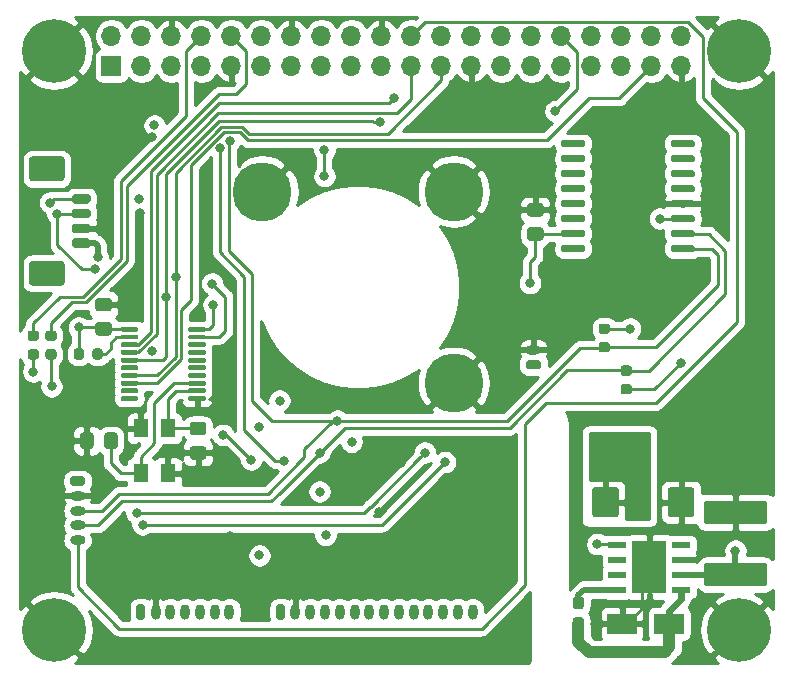
<source format=gbl>
%TF.GenerationSoftware,KiCad,Pcbnew,5.1.6*%
%TF.CreationDate,2020-09-14T14:33:22+02:00*%
%TF.ProjectId,pi-shield,70692d73-6869-4656-9c64-2e6b69636164,rev?*%
%TF.SameCoordinates,Original*%
%TF.FileFunction,Copper,L4,Bot*%
%TF.FilePolarity,Positive*%
%FSLAX46Y46*%
G04 Gerber Fmt 4.6, Leading zero omitted, Abs format (unit mm)*
G04 Created by KiCad (PCBNEW 5.1.6) date 2020-09-14 14:33:22*
%MOMM*%
%LPD*%
G01*
G04 APERTURE LIST*
%TA.AperFunction,ComponentPad*%
%ADD10C,0.800000*%
%TD*%
%TA.AperFunction,ComponentPad*%
%ADD11C,5.000000*%
%TD*%
%TA.AperFunction,ComponentPad*%
%ADD12C,5.400000*%
%TD*%
%TA.AperFunction,ComponentPad*%
%ADD13R,1.700000X1.700000*%
%TD*%
%TA.AperFunction,ComponentPad*%
%ADD14O,1.700000X1.700000*%
%TD*%
%TA.AperFunction,ComponentPad*%
%ADD15O,1.300000X0.800000*%
%TD*%
%TA.AperFunction,SMDPad,CuDef*%
%ADD16R,2.500000X1.800000*%
%TD*%
%TA.AperFunction,SMDPad,CuDef*%
%ADD17R,2.600000X3.100000*%
%TD*%
%TA.AperFunction,Conductor*%
%ADD18R,2.950000X4.500000*%
%TD*%
%TA.AperFunction,SMDPad,CuDef*%
%ADD19R,1.550000X0.600000*%
%TD*%
%TA.AperFunction,ViaPad*%
%ADD20C,0.600000*%
%TD*%
%TA.AperFunction,SMDPad,CuDef*%
%ADD21R,1.300000X1.600000*%
%TD*%
%TA.AperFunction,ComponentPad*%
%ADD22O,0.800000X1.300000*%
%TD*%
%TA.AperFunction,ViaPad*%
%ADD23C,0.800000*%
%TD*%
%TA.AperFunction,Conductor*%
%ADD24C,0.250000*%
%TD*%
%TA.AperFunction,Conductor*%
%ADD25C,0.500000*%
%TD*%
%TA.AperFunction,Conductor*%
%ADD26C,0.600000*%
%TD*%
%TA.AperFunction,Conductor*%
%ADD27C,1.000000*%
%TD*%
%TA.AperFunction,Conductor*%
%ADD28C,0.254000*%
%TD*%
G04 APERTURE END LIST*
%TO.P,U1,1*%
%TO.N,Net-(U1-Pad1)*%
%TA.AperFunction,SMDPad,CuDef*%
G36*
G01*
X52850000Y-63475000D02*
X52850000Y-63675000D01*
G75*
G02*
X52750000Y-63775000I-100000J0D01*
G01*
X51475000Y-63775000D01*
G75*
G02*
X51375000Y-63675000I0J100000D01*
G01*
X51375000Y-63475000D01*
G75*
G02*
X51475000Y-63375000I100000J0D01*
G01*
X52750000Y-63375000D01*
G75*
G02*
X52850000Y-63475000I0J-100000D01*
G01*
G37*
%TD.AperFunction*%
%TO.P,U1,2*%
%TO.N,Net-(U1-Pad2)*%
%TA.AperFunction,SMDPad,CuDef*%
G36*
G01*
X52850000Y-64125000D02*
X52850000Y-64325000D01*
G75*
G02*
X52750000Y-64425000I-100000J0D01*
G01*
X51475000Y-64425000D01*
G75*
G02*
X51375000Y-64325000I0J100000D01*
G01*
X51375000Y-64125000D01*
G75*
G02*
X51475000Y-64025000I100000J0D01*
G01*
X52750000Y-64025000D01*
G75*
G02*
X52850000Y-64125000I0J-100000D01*
G01*
G37*
%TD.AperFunction*%
%TO.P,U1,3*%
%TO.N,Net-(U1-Pad3)*%
%TA.AperFunction,SMDPad,CuDef*%
G36*
G01*
X52850000Y-64775000D02*
X52850000Y-64975000D01*
G75*
G02*
X52750000Y-65075000I-100000J0D01*
G01*
X51475000Y-65075000D01*
G75*
G02*
X51375000Y-64975000I0J100000D01*
G01*
X51375000Y-64775000D01*
G75*
G02*
X51475000Y-64675000I100000J0D01*
G01*
X52750000Y-64675000D01*
G75*
G02*
X52850000Y-64775000I0J-100000D01*
G01*
G37*
%TD.AperFunction*%
%TO.P,U1,4*%
%TO.N,Net-(U1-Pad4)*%
%TA.AperFunction,SMDPad,CuDef*%
G36*
G01*
X52850000Y-65425000D02*
X52850000Y-65625000D01*
G75*
G02*
X52750000Y-65725000I-100000J0D01*
G01*
X51475000Y-65725000D01*
G75*
G02*
X51375000Y-65625000I0J100000D01*
G01*
X51375000Y-65425000D01*
G75*
G02*
X51475000Y-65325000I100000J0D01*
G01*
X52750000Y-65325000D01*
G75*
G02*
X52850000Y-65425000I0J-100000D01*
G01*
G37*
%TD.AperFunction*%
%TO.P,U1,5*%
%TO.N,Net-(U1-Pad5)*%
%TA.AperFunction,SMDPad,CuDef*%
G36*
G01*
X52850000Y-66075000D02*
X52850000Y-66275000D01*
G75*
G02*
X52750000Y-66375000I-100000J0D01*
G01*
X51475000Y-66375000D01*
G75*
G02*
X51375000Y-66275000I0J100000D01*
G01*
X51375000Y-66075000D01*
G75*
G02*
X51475000Y-65975000I100000J0D01*
G01*
X52750000Y-65975000D01*
G75*
G02*
X52850000Y-66075000I0J-100000D01*
G01*
G37*
%TD.AperFunction*%
%TO.P,U1,6*%
%TO.N,Net-(U1-Pad6)*%
%TA.AperFunction,SMDPad,CuDef*%
G36*
G01*
X52850000Y-66725000D02*
X52850000Y-66925000D01*
G75*
G02*
X52750000Y-67025000I-100000J0D01*
G01*
X51475000Y-67025000D01*
G75*
G02*
X51375000Y-66925000I0J100000D01*
G01*
X51375000Y-66725000D01*
G75*
G02*
X51475000Y-66625000I100000J0D01*
G01*
X52750000Y-66625000D01*
G75*
G02*
X52850000Y-66725000I0J-100000D01*
G01*
G37*
%TD.AperFunction*%
%TO.P,U1,7*%
%TO.N,Net-(U1-Pad7)*%
%TA.AperFunction,SMDPad,CuDef*%
G36*
G01*
X52850000Y-67375000D02*
X52850000Y-67575000D01*
G75*
G02*
X52750000Y-67675000I-100000J0D01*
G01*
X51475000Y-67675000D01*
G75*
G02*
X51375000Y-67575000I0J100000D01*
G01*
X51375000Y-67375000D01*
G75*
G02*
X51475000Y-67275000I100000J0D01*
G01*
X52750000Y-67275000D01*
G75*
G02*
X52850000Y-67375000I0J-100000D01*
G01*
G37*
%TD.AperFunction*%
%TO.P,U1,8*%
%TO.N,Net-(C1-Pad1)*%
%TA.AperFunction,SMDPad,CuDef*%
G36*
G01*
X52850000Y-68025000D02*
X52850000Y-68225000D01*
G75*
G02*
X52750000Y-68325000I-100000J0D01*
G01*
X51475000Y-68325000D01*
G75*
G02*
X51375000Y-68225000I0J100000D01*
G01*
X51375000Y-68025000D01*
G75*
G02*
X51475000Y-67925000I100000J0D01*
G01*
X52750000Y-67925000D01*
G75*
G02*
X52850000Y-68025000I0J-100000D01*
G01*
G37*
%TD.AperFunction*%
%TO.P,U1,9*%
%TO.N,Net-(C2-Pad1)*%
%TA.AperFunction,SMDPad,CuDef*%
G36*
G01*
X52850000Y-68675000D02*
X52850000Y-68875000D01*
G75*
G02*
X52750000Y-68975000I-100000J0D01*
G01*
X51475000Y-68975000D01*
G75*
G02*
X51375000Y-68875000I0J100000D01*
G01*
X51375000Y-68675000D01*
G75*
G02*
X51475000Y-68575000I100000J0D01*
G01*
X52750000Y-68575000D01*
G75*
G02*
X52850000Y-68675000I0J-100000D01*
G01*
G37*
%TD.AperFunction*%
%TO.P,U1,10*%
%TO.N,GND*%
%TA.AperFunction,SMDPad,CuDef*%
G36*
G01*
X52850000Y-69325000D02*
X52850000Y-69525000D01*
G75*
G02*
X52750000Y-69625000I-100000J0D01*
G01*
X51475000Y-69625000D01*
G75*
G02*
X51375000Y-69525000I0J100000D01*
G01*
X51375000Y-69325000D01*
G75*
G02*
X51475000Y-69225000I100000J0D01*
G01*
X52750000Y-69225000D01*
G75*
G02*
X52850000Y-69325000I0J-100000D01*
G01*
G37*
%TD.AperFunction*%
%TO.P,U1,11*%
%TO.N,Net-(U1-Pad11)*%
%TA.AperFunction,SMDPad,CuDef*%
G36*
G01*
X47125000Y-69325000D02*
X47125000Y-69525000D01*
G75*
G02*
X47025000Y-69625000I-100000J0D01*
G01*
X45750000Y-69625000D01*
G75*
G02*
X45650000Y-69525000I0J100000D01*
G01*
X45650000Y-69325000D01*
G75*
G02*
X45750000Y-69225000I100000J0D01*
G01*
X47025000Y-69225000D01*
G75*
G02*
X47125000Y-69325000I0J-100000D01*
G01*
G37*
%TD.AperFunction*%
%TO.P,U1,12*%
%TO.N,Net-(U1-Pad12)*%
%TA.AperFunction,SMDPad,CuDef*%
G36*
G01*
X47125000Y-68675000D02*
X47125000Y-68875000D01*
G75*
G02*
X47025000Y-68975000I-100000J0D01*
G01*
X45750000Y-68975000D01*
G75*
G02*
X45650000Y-68875000I0J100000D01*
G01*
X45650000Y-68675000D01*
G75*
G02*
X45750000Y-68575000I100000J0D01*
G01*
X47025000Y-68575000D01*
G75*
G02*
X47125000Y-68675000I0J-100000D01*
G01*
G37*
%TD.AperFunction*%
%TO.P,U1,13*%
%TO.N,/CAN_INT*%
%TA.AperFunction,SMDPad,CuDef*%
G36*
G01*
X47125000Y-68025000D02*
X47125000Y-68225000D01*
G75*
G02*
X47025000Y-68325000I-100000J0D01*
G01*
X45750000Y-68325000D01*
G75*
G02*
X45650000Y-68225000I0J100000D01*
G01*
X45650000Y-68025000D01*
G75*
G02*
X45750000Y-67925000I100000J0D01*
G01*
X47025000Y-67925000D01*
G75*
G02*
X47125000Y-68025000I0J-100000D01*
G01*
G37*
%TD.AperFunction*%
%TO.P,U1,14*%
%TO.N,/SCLK*%
%TA.AperFunction,SMDPad,CuDef*%
G36*
G01*
X47125000Y-67375000D02*
X47125000Y-67575000D01*
G75*
G02*
X47025000Y-67675000I-100000J0D01*
G01*
X45750000Y-67675000D01*
G75*
G02*
X45650000Y-67575000I0J100000D01*
G01*
X45650000Y-67375000D01*
G75*
G02*
X45750000Y-67275000I100000J0D01*
G01*
X47025000Y-67275000D01*
G75*
G02*
X47125000Y-67375000I0J-100000D01*
G01*
G37*
%TD.AperFunction*%
%TO.P,U1,15*%
%TO.N,Net-(U1-Pad15)*%
%TA.AperFunction,SMDPad,CuDef*%
G36*
G01*
X47125000Y-66725000D02*
X47125000Y-66925000D01*
G75*
G02*
X47025000Y-67025000I-100000J0D01*
G01*
X45750000Y-67025000D01*
G75*
G02*
X45650000Y-66925000I0J100000D01*
G01*
X45650000Y-66725000D01*
G75*
G02*
X45750000Y-66625000I100000J0D01*
G01*
X47025000Y-66625000D01*
G75*
G02*
X47125000Y-66725000I0J-100000D01*
G01*
G37*
%TD.AperFunction*%
%TO.P,U1,16*%
%TO.N,/MOSI*%
%TA.AperFunction,SMDPad,CuDef*%
G36*
G01*
X47125000Y-66075000D02*
X47125000Y-66275000D01*
G75*
G02*
X47025000Y-66375000I-100000J0D01*
G01*
X45750000Y-66375000D01*
G75*
G02*
X45650000Y-66275000I0J100000D01*
G01*
X45650000Y-66075000D01*
G75*
G02*
X45750000Y-65975000I100000J0D01*
G01*
X47025000Y-65975000D01*
G75*
G02*
X47125000Y-66075000I0J-100000D01*
G01*
G37*
%TD.AperFunction*%
%TO.P,U1,17*%
%TO.N,/MISO*%
%TA.AperFunction,SMDPad,CuDef*%
G36*
G01*
X47125000Y-65425000D02*
X47125000Y-65625000D01*
G75*
G02*
X47025000Y-65725000I-100000J0D01*
G01*
X45750000Y-65725000D01*
G75*
G02*
X45650000Y-65625000I0J100000D01*
G01*
X45650000Y-65425000D01*
G75*
G02*
X45750000Y-65325000I100000J0D01*
G01*
X47025000Y-65325000D01*
G75*
G02*
X47125000Y-65425000I0J-100000D01*
G01*
G37*
%TD.AperFunction*%
%TO.P,U1,18*%
%TO.N,/CS0*%
%TA.AperFunction,SMDPad,CuDef*%
G36*
G01*
X47125000Y-64775000D02*
X47125000Y-64975000D01*
G75*
G02*
X47025000Y-65075000I-100000J0D01*
G01*
X45750000Y-65075000D01*
G75*
G02*
X45650000Y-64975000I0J100000D01*
G01*
X45650000Y-64775000D01*
G75*
G02*
X45750000Y-64675000I100000J0D01*
G01*
X47025000Y-64675000D01*
G75*
G02*
X47125000Y-64775000I0J-100000D01*
G01*
G37*
%TD.AperFunction*%
%TO.P,U1,19*%
%TO.N,Net-(R1-Pad2)*%
%TA.AperFunction,SMDPad,CuDef*%
G36*
G01*
X47125000Y-64125000D02*
X47125000Y-64325000D01*
G75*
G02*
X47025000Y-64425000I-100000J0D01*
G01*
X45750000Y-64425000D01*
G75*
G02*
X45650000Y-64325000I0J100000D01*
G01*
X45650000Y-64125000D01*
G75*
G02*
X45750000Y-64025000I100000J0D01*
G01*
X47025000Y-64025000D01*
G75*
G02*
X47125000Y-64125000I0J-100000D01*
G01*
G37*
%TD.AperFunction*%
%TO.P,U1,20*%
%TO.N,+3V3*%
%TA.AperFunction,SMDPad,CuDef*%
G36*
G01*
X47125000Y-63475000D02*
X47125000Y-63675000D01*
G75*
G02*
X47025000Y-63775000I-100000J0D01*
G01*
X45750000Y-63775000D01*
G75*
G02*
X45650000Y-63675000I0J100000D01*
G01*
X45650000Y-63475000D01*
G75*
G02*
X45750000Y-63375000I100000J0D01*
G01*
X47025000Y-63375000D01*
G75*
G02*
X47125000Y-63475000I0J-100000D01*
G01*
G37*
%TD.AperFunction*%
%TD*%
%TO.P,C1,2*%
%TO.N,GND*%
%TA.AperFunction,SMDPad,CuDef*%
G36*
G01*
X43350000Y-72549999D02*
X43350000Y-73450001D01*
G75*
G02*
X43100001Y-73700000I-249999J0D01*
G01*
X42449999Y-73700000D01*
G75*
G02*
X42200000Y-73450001I0J249999D01*
G01*
X42200000Y-72549999D01*
G75*
G02*
X42449999Y-72300000I249999J0D01*
G01*
X43100001Y-72300000D01*
G75*
G02*
X43350000Y-72549999I0J-249999D01*
G01*
G37*
%TD.AperFunction*%
%TO.P,C1,1*%
%TO.N,Net-(C1-Pad1)*%
%TA.AperFunction,SMDPad,CuDef*%
G36*
G01*
X45400000Y-72549999D02*
X45400000Y-73450001D01*
G75*
G02*
X45150001Y-73700000I-249999J0D01*
G01*
X44499999Y-73700000D01*
G75*
G02*
X44250000Y-73450001I0J249999D01*
G01*
X44250000Y-72549999D01*
G75*
G02*
X44499999Y-72300000I249999J0D01*
G01*
X45150001Y-72300000D01*
G75*
G02*
X45400000Y-72549999I0J-249999D01*
G01*
G37*
%TD.AperFunction*%
%TD*%
%TO.P,C2,1*%
%TO.N,Net-(C2-Pad1)*%
%TA.AperFunction,SMDPad,CuDef*%
G36*
G01*
X51749999Y-71400000D02*
X52650001Y-71400000D01*
G75*
G02*
X52900000Y-71649999I0J-249999D01*
G01*
X52900000Y-72300001D01*
G75*
G02*
X52650001Y-72550000I-249999J0D01*
G01*
X51749999Y-72550000D01*
G75*
G02*
X51500000Y-72300001I0J249999D01*
G01*
X51500000Y-71649999D01*
G75*
G02*
X51749999Y-71400000I249999J0D01*
G01*
G37*
%TD.AperFunction*%
%TO.P,C2,2*%
%TO.N,GND*%
%TA.AperFunction,SMDPad,CuDef*%
G36*
G01*
X51749999Y-73450000D02*
X52650001Y-73450000D01*
G75*
G02*
X52900000Y-73699999I0J-249999D01*
G01*
X52900000Y-74350001D01*
G75*
G02*
X52650001Y-74600000I-249999J0D01*
G01*
X51749999Y-74600000D01*
G75*
G02*
X51500000Y-74350001I0J249999D01*
G01*
X51500000Y-73699999D01*
G75*
G02*
X51749999Y-73450000I249999J0D01*
G01*
G37*
%TD.AperFunction*%
%TD*%
%TO.P,C3,2*%
%TO.N,GND*%
%TA.AperFunction,SMDPad,CuDef*%
G36*
G01*
X44650001Y-62050000D02*
X43749999Y-62050000D01*
G75*
G02*
X43500000Y-61800001I0J249999D01*
G01*
X43500000Y-61149999D01*
G75*
G02*
X43749999Y-60900000I249999J0D01*
G01*
X44650001Y-60900000D01*
G75*
G02*
X44900000Y-61149999I0J-249999D01*
G01*
X44900000Y-61800001D01*
G75*
G02*
X44650001Y-62050000I-249999J0D01*
G01*
G37*
%TD.AperFunction*%
%TO.P,C3,1*%
%TO.N,+3V3*%
%TA.AperFunction,SMDPad,CuDef*%
G36*
G01*
X44650001Y-64100000D02*
X43749999Y-64100000D01*
G75*
G02*
X43500000Y-63850001I0J249999D01*
G01*
X43500000Y-63199999D01*
G75*
G02*
X43749999Y-62950000I249999J0D01*
G01*
X44650001Y-62950000D01*
G75*
G02*
X44900000Y-63199999I0J-249999D01*
G01*
X44900000Y-63850001D01*
G75*
G02*
X44650001Y-64100000I-249999J0D01*
G01*
G37*
%TD.AperFunction*%
%TD*%
%TO.P,C5,1*%
%TO.N,+3V3*%
%TA.AperFunction,SMDPad,CuDef*%
G36*
G01*
X81200001Y-56075000D02*
X80299999Y-56075000D01*
G75*
G02*
X80050000Y-55825001I0J249999D01*
G01*
X80050000Y-55174999D01*
G75*
G02*
X80299999Y-54925000I249999J0D01*
G01*
X81200001Y-54925000D01*
G75*
G02*
X81450000Y-55174999I0J-249999D01*
G01*
X81450000Y-55825001D01*
G75*
G02*
X81200001Y-56075000I-249999J0D01*
G01*
G37*
%TD.AperFunction*%
%TO.P,C5,2*%
%TO.N,GND*%
%TA.AperFunction,SMDPad,CuDef*%
G36*
G01*
X81200001Y-54025000D02*
X80299999Y-54025000D01*
G75*
G02*
X80050000Y-53775001I0J249999D01*
G01*
X80050000Y-53124999D01*
G75*
G02*
X80299999Y-52875000I249999J0D01*
G01*
X81200001Y-52875000D01*
G75*
G02*
X81450000Y-53124999I0J-249999D01*
G01*
X81450000Y-53775001D01*
G75*
G02*
X81200001Y-54025000I-249999J0D01*
G01*
G37*
%TD.AperFunction*%
%TD*%
D10*
%TO.P,H1,1*%
%TO.N,GND*%
X75175825Y-50574175D03*
X73850000Y-50025000D03*
X72524175Y-50574175D03*
X71975000Y-51900000D03*
X72524175Y-53225825D03*
X73850000Y-53775000D03*
X75175825Y-53225825D03*
X75725000Y-51900000D03*
D11*
X73850000Y-51900000D03*
%TD*%
%TO.P,H2,1*%
%TO.N,GND*%
X73850000Y-68100000D03*
D10*
X75725000Y-68100000D03*
X75175825Y-69425825D03*
X73850000Y-69975000D03*
X72524175Y-69425825D03*
X71975000Y-68100000D03*
X72524175Y-66774175D03*
X73850000Y-66225000D03*
X75175825Y-66774175D03*
%TD*%
D11*
%TO.P,H3,1*%
%TO.N,GND*%
X57650000Y-51900000D03*
D10*
X59525000Y-51900000D03*
X58975825Y-53225825D03*
X57650000Y-53775000D03*
X56324175Y-53225825D03*
X55775000Y-51900000D03*
X56324175Y-50574175D03*
X57650000Y-50025000D03*
X58975825Y-50574175D03*
%TD*%
%TO.P,H5,1*%
%TO.N,GND*%
X41431891Y-87568109D03*
X40000000Y-86975000D03*
X38568109Y-87568109D03*
X37975000Y-89000000D03*
X38568109Y-90431891D03*
X40000000Y-91025000D03*
X41431891Y-90431891D03*
X42025000Y-89000000D03*
D12*
X40000000Y-89000000D03*
%TD*%
%TO.P,H6,1*%
%TO.N,GND*%
X98000000Y-40000000D03*
D10*
X100025000Y-40000000D03*
X99431891Y-41431891D03*
X98000000Y-42025000D03*
X96568109Y-41431891D03*
X95975000Y-40000000D03*
X96568109Y-38568109D03*
X98000000Y-37975000D03*
X99431891Y-38568109D03*
%TD*%
%TO.P,H7,1*%
%TO.N,GND*%
X99431891Y-87568109D03*
X98000000Y-86975000D03*
X96568109Y-87568109D03*
X95975000Y-89000000D03*
X96568109Y-90431891D03*
X98000000Y-91025000D03*
X99431891Y-90431891D03*
X100025000Y-89000000D03*
D12*
X98000000Y-89000000D03*
%TD*%
%TO.P,H8,1*%
%TO.N,GND*%
X40000000Y-40000000D03*
D10*
X42025000Y-40000000D03*
X41431891Y-41431891D03*
X40000000Y-42025000D03*
X38568109Y-41431891D03*
X37975000Y-40000000D03*
X38568109Y-38568109D03*
X40000000Y-37975000D03*
X41431891Y-38568109D03*
%TD*%
D13*
%TO.P,J1,1*%
%TO.N,+3V3*%
X44870000Y-41270000D03*
D14*
%TO.P,J1,2*%
%TO.N,+5V*%
X44870000Y-38730000D03*
%TO.P,J1,3*%
%TO.N,/SDA*%
X47410000Y-41270000D03*
%TO.P,J1,4*%
%TO.N,+5V*%
X47410000Y-38730000D03*
%TO.P,J1,5*%
%TO.N,/SCL*%
X49950000Y-41270000D03*
%TO.P,J1,6*%
%TO.N,GND*%
X49950000Y-38730000D03*
%TO.P,J1,7*%
%TO.N,Net-(J1-Pad7)*%
X52490000Y-41270000D03*
%TO.P,J1,8*%
%TO.N,Net-(J1-Pad8)*%
X52490000Y-38730000D03*
%TO.P,J1,9*%
%TO.N,GND*%
X55030000Y-41270000D03*
%TO.P,J1,10*%
%TO.N,Net-(J1-Pad10)*%
X55030000Y-38730000D03*
%TO.P,J1,11*%
%TO.N,/BTN_START*%
X57570000Y-41270000D03*
%TO.P,J1,12*%
%TO.N,Net-(J1-Pad12)*%
X57570000Y-38730000D03*
%TO.P,J1,13*%
%TO.N,/BTN_TEAM2*%
X60110000Y-41270000D03*
%TO.P,J1,14*%
%TO.N,GND*%
X60110000Y-38730000D03*
%TO.P,J1,15*%
%TO.N,/BTN_TEAM1*%
X62650000Y-41270000D03*
%TO.P,J1,16*%
%TO.N,/LCD_RS*%
X62650000Y-38730000D03*
%TO.P,J1,17*%
%TO.N,Net-(J1-Pad17)*%
X65190000Y-41270000D03*
%TO.P,J1,18*%
%TO.N,/LCD_RST*%
X65190000Y-38730000D03*
%TO.P,J1,19*%
%TO.N,/MOSI*%
X67730000Y-41270000D03*
%TO.P,J1,20*%
%TO.N,GND*%
X67730000Y-38730000D03*
%TO.P,J1,21*%
%TO.N,/MISO*%
X70270000Y-41270000D03*
%TO.P,J1,22*%
%TO.N,/TS_INT*%
X70270000Y-38730000D03*
%TO.P,J1,23*%
%TO.N,/SCLK*%
X72810000Y-41270000D03*
%TO.P,J1,24*%
%TO.N,/CS0*%
X72810000Y-38730000D03*
%TO.P,J1,25*%
%TO.N,GND*%
X75350000Y-41270000D03*
%TO.P,J1,26*%
%TO.N,/CS1*%
X75350000Y-38730000D03*
%TO.P,J1,27*%
%TO.N,Net-(J1-Pad27)*%
X77890000Y-41270000D03*
%TO.P,J1,28*%
%TO.N,Net-(J1-Pad28)*%
X77890000Y-38730000D03*
%TO.P,J1,29*%
%TO.N,/SHDN_REQ*%
X80430000Y-41270000D03*
%TO.P,J1,30*%
%TO.N,GND*%
X80430000Y-38730000D03*
%TO.P,J1,31*%
%TO.N,/SHDN_OK*%
X82970000Y-41270000D03*
%TO.P,J1,32*%
%TO.N,/ROBOT_SELECT*%
X82970000Y-38730000D03*
%TO.P,J1,33*%
%TO.N,Net-(J1-Pad33)*%
X85510000Y-41270000D03*
%TO.P,J1,34*%
%TO.N,GND*%
X85510000Y-38730000D03*
%TO.P,J1,35*%
%TO.N,Net-(J1-Pad35)*%
X88050000Y-41270000D03*
%TO.P,J1,36*%
%TO.N,/VBUS_DIS*%
X88050000Y-38730000D03*
%TO.P,J1,37*%
%TO.N,/CAN_INT*%
X90590000Y-41270000D03*
%TO.P,J1,38*%
%TO.N,Net-(J1-Pad38)*%
X90590000Y-38730000D03*
%TO.P,J1,39*%
%TO.N,GND*%
X93130000Y-41270000D03*
%TO.P,J1,40*%
%TO.N,Net-(J1-Pad40)*%
X93130000Y-38730000D03*
%TD*%
%TO.P,J4,1*%
%TO.N,+5V*%
%TA.AperFunction,ComponentPad*%
G36*
G01*
X81050000Y-66950000D02*
X80150000Y-66950000D01*
G75*
G02*
X79950000Y-66750000I0J200000D01*
G01*
X79950000Y-66350000D01*
G75*
G02*
X80150000Y-66150000I200000J0D01*
G01*
X81050000Y-66150000D01*
G75*
G02*
X81250000Y-66350000I0J-200000D01*
G01*
X81250000Y-66750000D01*
G75*
G02*
X81050000Y-66950000I-200000J0D01*
G01*
G37*
%TD.AperFunction*%
D15*
%TO.P,J4,2*%
%TO.N,GND*%
X80600000Y-65300000D03*
%TD*%
%TO.P,U3,1*%
%TO.N,Net-(U3-Pad1)*%
%TA.AperFunction,SMDPad,CuDef*%
G36*
G01*
X82925000Y-56895000D02*
X82925000Y-56595000D01*
G75*
G02*
X83075000Y-56445000I150000J0D01*
G01*
X84825000Y-56445000D01*
G75*
G02*
X84975000Y-56595000I0J-150000D01*
G01*
X84975000Y-56895000D01*
G75*
G02*
X84825000Y-57045000I-150000J0D01*
G01*
X83075000Y-57045000D01*
G75*
G02*
X82925000Y-56895000I0J150000D01*
G01*
G37*
%TD.AperFunction*%
%TO.P,U3,2*%
%TO.N,+3V3*%
%TA.AperFunction,SMDPad,CuDef*%
G36*
G01*
X82925000Y-55625000D02*
X82925000Y-55325000D01*
G75*
G02*
X83075000Y-55175000I150000J0D01*
G01*
X84825000Y-55175000D01*
G75*
G02*
X84975000Y-55325000I0J-150000D01*
G01*
X84975000Y-55625000D01*
G75*
G02*
X84825000Y-55775000I-150000J0D01*
G01*
X83075000Y-55775000D01*
G75*
G02*
X82925000Y-55625000I0J150000D01*
G01*
G37*
%TD.AperFunction*%
%TO.P,U3,3*%
%TO.N,Net-(U3-Pad3)*%
%TA.AperFunction,SMDPad,CuDef*%
G36*
G01*
X82925000Y-54355000D02*
X82925000Y-54055000D01*
G75*
G02*
X83075000Y-53905000I150000J0D01*
G01*
X84825000Y-53905000D01*
G75*
G02*
X84975000Y-54055000I0J-150000D01*
G01*
X84975000Y-54355000D01*
G75*
G02*
X84825000Y-54505000I-150000J0D01*
G01*
X83075000Y-54505000D01*
G75*
G02*
X82925000Y-54355000I0J150000D01*
G01*
G37*
%TD.AperFunction*%
%TO.P,U3,4*%
%TO.N,Net-(U3-Pad4)*%
%TA.AperFunction,SMDPad,CuDef*%
G36*
G01*
X82925000Y-53085000D02*
X82925000Y-52785000D01*
G75*
G02*
X83075000Y-52635000I150000J0D01*
G01*
X84825000Y-52635000D01*
G75*
G02*
X84975000Y-52785000I0J-150000D01*
G01*
X84975000Y-53085000D01*
G75*
G02*
X84825000Y-53235000I-150000J0D01*
G01*
X83075000Y-53235000D01*
G75*
G02*
X82925000Y-53085000I0J150000D01*
G01*
G37*
%TD.AperFunction*%
%TO.P,U3,5*%
%TO.N,Net-(U3-Pad5)*%
%TA.AperFunction,SMDPad,CuDef*%
G36*
G01*
X82925000Y-51815000D02*
X82925000Y-51515000D01*
G75*
G02*
X83075000Y-51365000I150000J0D01*
G01*
X84825000Y-51365000D01*
G75*
G02*
X84975000Y-51515000I0J-150000D01*
G01*
X84975000Y-51815000D01*
G75*
G02*
X84825000Y-51965000I-150000J0D01*
G01*
X83075000Y-51965000D01*
G75*
G02*
X82925000Y-51815000I0J150000D01*
G01*
G37*
%TD.AperFunction*%
%TO.P,U3,6*%
%TO.N,Net-(U3-Pad6)*%
%TA.AperFunction,SMDPad,CuDef*%
G36*
G01*
X82925000Y-50545000D02*
X82925000Y-50245000D01*
G75*
G02*
X83075000Y-50095000I150000J0D01*
G01*
X84825000Y-50095000D01*
G75*
G02*
X84975000Y-50245000I0J-150000D01*
G01*
X84975000Y-50545000D01*
G75*
G02*
X84825000Y-50695000I-150000J0D01*
G01*
X83075000Y-50695000D01*
G75*
G02*
X82925000Y-50545000I0J150000D01*
G01*
G37*
%TD.AperFunction*%
%TO.P,U3,7*%
%TO.N,Net-(U3-Pad7)*%
%TA.AperFunction,SMDPad,CuDef*%
G36*
G01*
X82925000Y-49275000D02*
X82925000Y-48975000D01*
G75*
G02*
X83075000Y-48825000I150000J0D01*
G01*
X84825000Y-48825000D01*
G75*
G02*
X84975000Y-48975000I0J-150000D01*
G01*
X84975000Y-49275000D01*
G75*
G02*
X84825000Y-49425000I-150000J0D01*
G01*
X83075000Y-49425000D01*
G75*
G02*
X82925000Y-49275000I0J150000D01*
G01*
G37*
%TD.AperFunction*%
%TO.P,U3,8*%
%TO.N,Net-(U3-Pad8)*%
%TA.AperFunction,SMDPad,CuDef*%
G36*
G01*
X82925000Y-48005000D02*
X82925000Y-47705000D01*
G75*
G02*
X83075000Y-47555000I150000J0D01*
G01*
X84825000Y-47555000D01*
G75*
G02*
X84975000Y-47705000I0J-150000D01*
G01*
X84975000Y-48005000D01*
G75*
G02*
X84825000Y-48155000I-150000J0D01*
G01*
X83075000Y-48155000D01*
G75*
G02*
X82925000Y-48005000I0J150000D01*
G01*
G37*
%TD.AperFunction*%
%TO.P,U3,9*%
%TO.N,Net-(U3-Pad9)*%
%TA.AperFunction,SMDPad,CuDef*%
G36*
G01*
X92225000Y-48005000D02*
X92225000Y-47705000D01*
G75*
G02*
X92375000Y-47555000I150000J0D01*
G01*
X94125000Y-47555000D01*
G75*
G02*
X94275000Y-47705000I0J-150000D01*
G01*
X94275000Y-48005000D01*
G75*
G02*
X94125000Y-48155000I-150000J0D01*
G01*
X92375000Y-48155000D01*
G75*
G02*
X92225000Y-48005000I0J150000D01*
G01*
G37*
%TD.AperFunction*%
%TO.P,U3,10*%
%TO.N,Net-(U3-Pad10)*%
%TA.AperFunction,SMDPad,CuDef*%
G36*
G01*
X92225000Y-49275000D02*
X92225000Y-48975000D01*
G75*
G02*
X92375000Y-48825000I150000J0D01*
G01*
X94125000Y-48825000D01*
G75*
G02*
X94275000Y-48975000I0J-150000D01*
G01*
X94275000Y-49275000D01*
G75*
G02*
X94125000Y-49425000I-150000J0D01*
G01*
X92375000Y-49425000D01*
G75*
G02*
X92225000Y-49275000I0J150000D01*
G01*
G37*
%TD.AperFunction*%
%TO.P,U3,11*%
%TO.N,Net-(U3-Pad11)*%
%TA.AperFunction,SMDPad,CuDef*%
G36*
G01*
X92225000Y-50545000D02*
X92225000Y-50245000D01*
G75*
G02*
X92375000Y-50095000I150000J0D01*
G01*
X94125000Y-50095000D01*
G75*
G02*
X94275000Y-50245000I0J-150000D01*
G01*
X94275000Y-50545000D01*
G75*
G02*
X94125000Y-50695000I-150000J0D01*
G01*
X92375000Y-50695000D01*
G75*
G02*
X92225000Y-50545000I0J150000D01*
G01*
G37*
%TD.AperFunction*%
%TO.P,U3,12*%
%TO.N,Net-(U3-Pad12)*%
%TA.AperFunction,SMDPad,CuDef*%
G36*
G01*
X92225000Y-51815000D02*
X92225000Y-51515000D01*
G75*
G02*
X92375000Y-51365000I150000J0D01*
G01*
X94125000Y-51365000D01*
G75*
G02*
X94275000Y-51515000I0J-150000D01*
G01*
X94275000Y-51815000D01*
G75*
G02*
X94125000Y-51965000I-150000J0D01*
G01*
X92375000Y-51965000D01*
G75*
G02*
X92225000Y-51815000I0J150000D01*
G01*
G37*
%TD.AperFunction*%
%TO.P,U3,13*%
%TO.N,GND*%
%TA.AperFunction,SMDPad,CuDef*%
G36*
G01*
X92225000Y-53085000D02*
X92225000Y-52785000D01*
G75*
G02*
X92375000Y-52635000I150000J0D01*
G01*
X94125000Y-52635000D01*
G75*
G02*
X94275000Y-52785000I0J-150000D01*
G01*
X94275000Y-53085000D01*
G75*
G02*
X94125000Y-53235000I-150000J0D01*
G01*
X92375000Y-53235000D01*
G75*
G02*
X92225000Y-53085000I0J150000D01*
G01*
G37*
%TD.AperFunction*%
%TO.P,U3,14*%
%TO.N,+BATT*%
%TA.AperFunction,SMDPad,CuDef*%
G36*
G01*
X92225000Y-54355000D02*
X92225000Y-54055000D01*
G75*
G02*
X92375000Y-53905000I150000J0D01*
G01*
X94125000Y-53905000D01*
G75*
G02*
X94275000Y-54055000I0J-150000D01*
G01*
X94275000Y-54355000D01*
G75*
G02*
X94125000Y-54505000I-150000J0D01*
G01*
X92375000Y-54505000D01*
G75*
G02*
X92225000Y-54355000I0J150000D01*
G01*
G37*
%TD.AperFunction*%
%TO.P,U3,15*%
%TO.N,/SDA*%
%TA.AperFunction,SMDPad,CuDef*%
G36*
G01*
X92225000Y-55625000D02*
X92225000Y-55325000D01*
G75*
G02*
X92375000Y-55175000I150000J0D01*
G01*
X94125000Y-55175000D01*
G75*
G02*
X94275000Y-55325000I0J-150000D01*
G01*
X94275000Y-55625000D01*
G75*
G02*
X94125000Y-55775000I-150000J0D01*
G01*
X92375000Y-55775000D01*
G75*
G02*
X92225000Y-55625000I0J150000D01*
G01*
G37*
%TD.AperFunction*%
%TO.P,U3,16*%
%TO.N,/SCL*%
%TA.AperFunction,SMDPad,CuDef*%
G36*
G01*
X92225000Y-56895000D02*
X92225000Y-56595000D01*
G75*
G02*
X92375000Y-56445000I150000J0D01*
G01*
X94125000Y-56445000D01*
G75*
G02*
X94275000Y-56595000I0J-150000D01*
G01*
X94275000Y-56895000D01*
G75*
G02*
X94125000Y-57045000I-150000J0D01*
G01*
X92375000Y-57045000D01*
G75*
G02*
X92225000Y-56895000I0J150000D01*
G01*
G37*
%TD.AperFunction*%
%TD*%
%TO.P,J5,1*%
%TO.N,+5V*%
%TA.AperFunction,ComponentPad*%
G36*
G01*
X41550000Y-76025000D02*
X42450000Y-76025000D01*
G75*
G02*
X42650000Y-76225000I0J-200000D01*
G01*
X42650000Y-76625000D01*
G75*
G02*
X42450000Y-76825000I-200000J0D01*
G01*
X41550000Y-76825000D01*
G75*
G02*
X41350000Y-76625000I0J200000D01*
G01*
X41350000Y-76225000D01*
G75*
G02*
X41550000Y-76025000I200000J0D01*
G01*
G37*
%TD.AperFunction*%
%TO.P,J5,2*%
%TO.N,GND*%
X42000000Y-77675000D03*
%TO.P,J5,3*%
%TO.N,/SCL*%
X42000000Y-78925000D03*
%TO.P,J5,4*%
%TO.N,/SDA*%
X42000000Y-80175000D03*
%TO.P,J5,5*%
%TO.N,/TS_INT*%
X42000000Y-81425000D03*
%TD*%
%TO.P,C7,1*%
%TO.N,+12V*%
%TA.AperFunction,SMDPad,CuDef*%
G36*
G01*
X100150001Y-85325000D02*
X95249999Y-85325000D01*
G75*
G02*
X95000000Y-85075001I0J249999D01*
G01*
X95000000Y-83599999D01*
G75*
G02*
X95249999Y-83350000I249999J0D01*
G01*
X100150001Y-83350000D01*
G75*
G02*
X100400000Y-83599999I0J-249999D01*
G01*
X100400000Y-85075001D01*
G75*
G02*
X100150001Y-85325000I-249999J0D01*
G01*
G37*
%TD.AperFunction*%
%TO.P,C7,2*%
%TO.N,GND*%
%TA.AperFunction,SMDPad,CuDef*%
G36*
G01*
X100150001Y-80050000D02*
X95249999Y-80050000D01*
G75*
G02*
X95000000Y-79800001I0J249999D01*
G01*
X95000000Y-78324999D01*
G75*
G02*
X95249999Y-78075000I249999J0D01*
G01*
X100150001Y-78075000D01*
G75*
G02*
X100400000Y-78324999I0J-249999D01*
G01*
X100400000Y-79800001D01*
G75*
G02*
X100150001Y-80050000I-249999J0D01*
G01*
G37*
%TD.AperFunction*%
%TD*%
%TO.P,C8,1*%
%TO.N,Net-(C8-Pad1)*%
%TA.AperFunction,SMDPad,CuDef*%
G36*
G01*
X84637500Y-89000000D02*
X84162500Y-89000000D01*
G75*
G02*
X83925000Y-88762500I0J237500D01*
G01*
X83925000Y-88187500D01*
G75*
G02*
X84162500Y-87950000I237500J0D01*
G01*
X84637500Y-87950000D01*
G75*
G02*
X84875000Y-88187500I0J-237500D01*
G01*
X84875000Y-88762500D01*
G75*
G02*
X84637500Y-89000000I-237500J0D01*
G01*
G37*
%TD.AperFunction*%
%TO.P,C8,2*%
%TO.N,Net-(C8-Pad2)*%
%TA.AperFunction,SMDPad,CuDef*%
G36*
G01*
X84637500Y-87250000D02*
X84162500Y-87250000D01*
G75*
G02*
X83925000Y-87012500I0J237500D01*
G01*
X83925000Y-86437500D01*
G75*
G02*
X84162500Y-86200000I237500J0D01*
G01*
X84637500Y-86200000D01*
G75*
G02*
X84875000Y-86437500I0J-237500D01*
G01*
X84875000Y-87012500D01*
G75*
G02*
X84637500Y-87250000I-237500J0D01*
G01*
G37*
%TD.AperFunction*%
%TD*%
%TO.P,C9,1*%
%TO.N,+5V*%
%TA.AperFunction,SMDPad,CuDef*%
G36*
G01*
X85575000Y-79225001D02*
X85575000Y-77174999D01*
G75*
G02*
X85824999Y-76925000I249999J0D01*
G01*
X87575001Y-76925000D01*
G75*
G02*
X87825000Y-77174999I0J-249999D01*
G01*
X87825000Y-79225001D01*
G75*
G02*
X87575001Y-79475000I-249999J0D01*
G01*
X85824999Y-79475000D01*
G75*
G02*
X85575000Y-79225001I0J249999D01*
G01*
G37*
%TD.AperFunction*%
%TO.P,C9,2*%
%TO.N,GND*%
%TA.AperFunction,SMDPad,CuDef*%
G36*
G01*
X91975000Y-79225001D02*
X91975000Y-77174999D01*
G75*
G02*
X92224999Y-76925000I249999J0D01*
G01*
X93975001Y-76925000D01*
G75*
G02*
X94225000Y-77174999I0J-249999D01*
G01*
X94225000Y-79225001D01*
G75*
G02*
X93975001Y-79475000I-249999J0D01*
G01*
X92224999Y-79475000D01*
G75*
G02*
X91975000Y-79225001I0J249999D01*
G01*
G37*
%TD.AperFunction*%
%TD*%
D16*
%TO.P,D2,1*%
%TO.N,Net-(C8-Pad1)*%
X92100000Y-88500000D03*
%TO.P,D2,2*%
%TO.N,GND*%
X88100000Y-88500000D03*
%TD*%
D17*
%TO.P,U5,9*%
%TO.N,GND*%
X90400000Y-83700000D03*
D18*
%TD*%
%TO.N,GND*%
%TO.C,U5*%
X90400000Y-83700000D03*
D19*
%TO.P,U5,1*%
%TO.N,Net-(C8-Pad2)*%
X87700000Y-85605000D03*
%TO.P,U5,2*%
%TO.N,Net-(U5-Pad2)*%
X87700000Y-84335000D03*
%TO.P,U5,3*%
%TO.N,Net-(U5-Pad3)*%
X87700000Y-83065000D03*
%TO.P,U5,4*%
%TO.N,Net-(R4-Pad2)*%
X87700000Y-81795000D03*
%TO.P,U5,5*%
%TO.N,Net-(U5-Pad5)*%
X93100000Y-81795000D03*
%TO.P,U5,6*%
%TO.N,GND*%
X93100000Y-83065000D03*
%TO.P,U5,7*%
%TO.N,+12V*%
X93100000Y-84335000D03*
%TO.P,U5,8*%
%TO.N,Net-(C8-Pad1)*%
X93100000Y-85605000D03*
D20*
%TD*%
%TO.N,GND*%
%TO.C,U5*%
X89800000Y-85500000D03*
%TO.N,GND*%
%TO.C,U5*%
X89800000Y-84300000D03*
X91000000Y-84300000D03*
X91000000Y-85500000D03*
X89800000Y-81900000D03*
X89800000Y-83000000D03*
X91000000Y-83000000D03*
X91000000Y-81900000D03*
%TD*%
D21*
%TO.P,Y1,1*%
%TO.N,Net-(C1-Pad1)*%
X47350000Y-75750000D03*
%TO.P,Y1,2*%
%TO.N,GND*%
X47350000Y-71950000D03*
%TO.P,Y1,3*%
%TO.N,Net-(C2-Pad1)*%
X49650000Y-71950000D03*
%TO.P,Y1,4*%
%TO.N,GND*%
X49650000Y-75750000D03*
%TD*%
%TO.P,J10,MP*%
%TO.N,N/C*%
%TA.AperFunction,SMDPad,CuDef*%
G36*
G01*
X40650000Y-51025000D02*
X38150000Y-51025000D01*
G75*
G02*
X37900000Y-50775000I0J250000D01*
G01*
X37900000Y-49175000D01*
G75*
G02*
X38150000Y-48925000I250000J0D01*
G01*
X40650000Y-48925000D01*
G75*
G02*
X40900000Y-49175000I0J-250000D01*
G01*
X40900000Y-50775000D01*
G75*
G02*
X40650000Y-51025000I-250000J0D01*
G01*
G37*
%TD.AperFunction*%
%TA.AperFunction,SMDPad,CuDef*%
G36*
G01*
X40650000Y-59875000D02*
X38150000Y-59875000D01*
G75*
G02*
X37900000Y-59625000I0J250000D01*
G01*
X37900000Y-58025000D01*
G75*
G02*
X38150000Y-57775000I250000J0D01*
G01*
X40650000Y-57775000D01*
G75*
G02*
X40900000Y-58025000I0J-250000D01*
G01*
X40900000Y-59625000D01*
G75*
G02*
X40650000Y-59875000I-250000J0D01*
G01*
G37*
%TD.AperFunction*%
%TO.P,J10,4*%
%TO.N,/CANL*%
%TA.AperFunction,SMDPad,CuDef*%
G36*
G01*
X42900000Y-52925000D02*
X41700000Y-52925000D01*
G75*
G02*
X41500000Y-52725000I0J200000D01*
G01*
X41500000Y-52325000D01*
G75*
G02*
X41700000Y-52125000I200000J0D01*
G01*
X42900000Y-52125000D01*
G75*
G02*
X43100000Y-52325000I0J-200000D01*
G01*
X43100000Y-52725000D01*
G75*
G02*
X42900000Y-52925000I-200000J0D01*
G01*
G37*
%TD.AperFunction*%
%TO.P,J10,3*%
%TO.N,/CANH*%
%TA.AperFunction,SMDPad,CuDef*%
G36*
G01*
X42900000Y-54175000D02*
X41700000Y-54175000D01*
G75*
G02*
X41500000Y-53975000I0J200000D01*
G01*
X41500000Y-53575000D01*
G75*
G02*
X41700000Y-53375000I200000J0D01*
G01*
X42900000Y-53375000D01*
G75*
G02*
X43100000Y-53575000I0J-200000D01*
G01*
X43100000Y-53975000D01*
G75*
G02*
X42900000Y-54175000I-200000J0D01*
G01*
G37*
%TD.AperFunction*%
%TO.P,J10,2*%
%TO.N,GND*%
%TA.AperFunction,SMDPad,CuDef*%
G36*
G01*
X42900000Y-55425000D02*
X41700000Y-55425000D01*
G75*
G02*
X41500000Y-55225000I0J200000D01*
G01*
X41500000Y-54825000D01*
G75*
G02*
X41700000Y-54625000I200000J0D01*
G01*
X42900000Y-54625000D01*
G75*
G02*
X43100000Y-54825000I0J-200000D01*
G01*
X43100000Y-55225000D01*
G75*
G02*
X42900000Y-55425000I-200000J0D01*
G01*
G37*
%TD.AperFunction*%
%TO.P,J10,1*%
%TO.N,VBUS*%
%TA.AperFunction,SMDPad,CuDef*%
G36*
G01*
X42900000Y-56675000D02*
X41700000Y-56675000D01*
G75*
G02*
X41500000Y-56475000I0J200000D01*
G01*
X41500000Y-56075000D01*
G75*
G02*
X41700000Y-55875000I200000J0D01*
G01*
X42900000Y-55875000D01*
G75*
G02*
X43100000Y-56075000I0J-200000D01*
G01*
X43100000Y-56475000D01*
G75*
G02*
X42900000Y-56675000I-200000J0D01*
G01*
G37*
%TD.AperFunction*%
%TD*%
%TO.P,J6,1*%
%TO.N,+5V*%
%TA.AperFunction,ComponentPad*%
G36*
G01*
X46950000Y-87950000D02*
X46950000Y-87050000D01*
G75*
G02*
X47150000Y-86850000I200000J0D01*
G01*
X47550000Y-86850000D01*
G75*
G02*
X47750000Y-87050000I0J-200000D01*
G01*
X47750000Y-87950000D01*
G75*
G02*
X47550000Y-88150000I-200000J0D01*
G01*
X47150000Y-88150000D01*
G75*
G02*
X46950000Y-87950000I0J200000D01*
G01*
G37*
%TD.AperFunction*%
D22*
%TO.P,J6,2*%
%TO.N,GND*%
X48600000Y-87500000D03*
%TO.P,J6,3*%
%TO.N,/MOSI*%
X49850000Y-87500000D03*
%TO.P,J6,4*%
%TO.N,/SCLK*%
X51100000Y-87500000D03*
%TO.P,J6,5*%
%TO.N,/CS1*%
X52350000Y-87500000D03*
%TO.P,J6,6*%
%TO.N,/LCD_RS*%
X53600000Y-87500000D03*
%TO.P,J6,7*%
%TO.N,/LCD_RST*%
X54850000Y-87500000D03*
%TD*%
%TO.P,J7,1*%
%TO.N,+5V*%
%TA.AperFunction,ComponentPad*%
G36*
G01*
X58800000Y-87950000D02*
X58800000Y-87050000D01*
G75*
G02*
X59000000Y-86850000I200000J0D01*
G01*
X59400000Y-86850000D01*
G75*
G02*
X59600000Y-87050000I0J-200000D01*
G01*
X59600000Y-87950000D01*
G75*
G02*
X59400000Y-88150000I-200000J0D01*
G01*
X59000000Y-88150000D01*
G75*
G02*
X58800000Y-87950000I0J200000D01*
G01*
G37*
%TD.AperFunction*%
%TO.P,J7,2*%
%TO.N,GND*%
X60450000Y-87500000D03*
%TO.P,J7,3*%
%TO.N,/LED_READY*%
X61700000Y-87500000D03*
%TO.P,J7,4*%
%TO.N,/LED_DEBUG*%
X62950000Y-87500000D03*
%TO.P,J7,5*%
%TO.N,/LED_BUS*%
X64200000Y-87500000D03*
%TO.P,J7,6*%
%TO.N,/LED_COMM*%
X65450000Y-87500000D03*
%TO.P,J7,7*%
%TO.N,/LED_ERROR*%
X66700000Y-87500000D03*
%TO.P,J7,8*%
%TO.N,/LED_POWER*%
X67950000Y-87500000D03*
%TO.P,J7,9*%
%TO.N,/BTN_TEAM1*%
X69200000Y-87500000D03*
%TO.P,J7,10*%
%TO.N,/BTN_TEAM2*%
X70450000Y-87500000D03*
%TO.P,J7,11*%
%TO.N,/BTN_START*%
X71700000Y-87500000D03*
%TO.P,J7,12*%
%TO.N,/LED_RGB_R*%
X72950000Y-87500000D03*
%TO.P,J7,13*%
%TO.N,/LED_RGB_G*%
X74200000Y-87500000D03*
%TO.P,J7,14*%
%TO.N,/LED_RGB_B*%
X75450000Y-87500000D03*
%TD*%
%TO.P,R6,1*%
%TO.N,/UART_TX*%
%TA.AperFunction,SMDPad,CuDef*%
G36*
G01*
X38506250Y-66125000D02*
X37993750Y-66125000D01*
G75*
G02*
X37775000Y-65906250I0J218750D01*
G01*
X37775000Y-65468750D01*
G75*
G02*
X37993750Y-65250000I218750J0D01*
G01*
X38506250Y-65250000D01*
G75*
G02*
X38725000Y-65468750I0J-218750D01*
G01*
X38725000Y-65906250D01*
G75*
G02*
X38506250Y-66125000I-218750J0D01*
G01*
G37*
%TD.AperFunction*%
%TO.P,R6,2*%
%TO.N,Net-(J1-Pad8)*%
%TA.AperFunction,SMDPad,CuDef*%
G36*
G01*
X38506250Y-64550000D02*
X37993750Y-64550000D01*
G75*
G02*
X37775000Y-64331250I0J218750D01*
G01*
X37775000Y-63893750D01*
G75*
G02*
X37993750Y-63675000I218750J0D01*
G01*
X38506250Y-63675000D01*
G75*
G02*
X38725000Y-63893750I0J-218750D01*
G01*
X38725000Y-64331250D01*
G75*
G02*
X38506250Y-64550000I-218750J0D01*
G01*
G37*
%TD.AperFunction*%
%TD*%
%TO.P,R7,2*%
%TO.N,Net-(J1-Pad10)*%
%TA.AperFunction,SMDPad,CuDef*%
G36*
G01*
X40006250Y-64550000D02*
X39493750Y-64550000D01*
G75*
G02*
X39275000Y-64331250I0J218750D01*
G01*
X39275000Y-63893750D01*
G75*
G02*
X39493750Y-63675000I218750J0D01*
G01*
X40006250Y-63675000D01*
G75*
G02*
X40225000Y-63893750I0J-218750D01*
G01*
X40225000Y-64331250D01*
G75*
G02*
X40006250Y-64550000I-218750J0D01*
G01*
G37*
%TD.AperFunction*%
%TO.P,R7,1*%
%TO.N,/UART_RX*%
%TA.AperFunction,SMDPad,CuDef*%
G36*
G01*
X40006250Y-66125000D02*
X39493750Y-66125000D01*
G75*
G02*
X39275000Y-65906250I0J218750D01*
G01*
X39275000Y-65468750D01*
G75*
G02*
X39493750Y-65250000I218750J0D01*
G01*
X40006250Y-65250000D01*
G75*
G02*
X40225000Y-65468750I0J-218750D01*
G01*
X40225000Y-65906250D01*
G75*
G02*
X40006250Y-66125000I-218750J0D01*
G01*
G37*
%TD.AperFunction*%
%TD*%
%TO.P,R8,2*%
%TO.N,/SDA*%
%TA.AperFunction,SMDPad,CuDef*%
G36*
G01*
X88706250Y-67500000D02*
X88193750Y-67500000D01*
G75*
G02*
X87975000Y-67281250I0J218750D01*
G01*
X87975000Y-66843750D01*
G75*
G02*
X88193750Y-66625000I218750J0D01*
G01*
X88706250Y-66625000D01*
G75*
G02*
X88925000Y-66843750I0J-218750D01*
G01*
X88925000Y-67281250D01*
G75*
G02*
X88706250Y-67500000I-218750J0D01*
G01*
G37*
%TD.AperFunction*%
%TO.P,R8,1*%
%TO.N,+3V3*%
%TA.AperFunction,SMDPad,CuDef*%
G36*
G01*
X88706250Y-69075000D02*
X88193750Y-69075000D01*
G75*
G02*
X87975000Y-68856250I0J218750D01*
G01*
X87975000Y-68418750D01*
G75*
G02*
X88193750Y-68200000I218750J0D01*
G01*
X88706250Y-68200000D01*
G75*
G02*
X88925000Y-68418750I0J-218750D01*
G01*
X88925000Y-68856250D01*
G75*
G02*
X88706250Y-69075000I-218750J0D01*
G01*
G37*
%TD.AperFunction*%
%TD*%
%TO.P,R9,1*%
%TO.N,+3V3*%
%TA.AperFunction,SMDPad,CuDef*%
G36*
G01*
X86343750Y-63075000D02*
X86856250Y-63075000D01*
G75*
G02*
X87075000Y-63293750I0J-218750D01*
G01*
X87075000Y-63731250D01*
G75*
G02*
X86856250Y-63950000I-218750J0D01*
G01*
X86343750Y-63950000D01*
G75*
G02*
X86125000Y-63731250I0J218750D01*
G01*
X86125000Y-63293750D01*
G75*
G02*
X86343750Y-63075000I218750J0D01*
G01*
G37*
%TD.AperFunction*%
%TO.P,R9,2*%
%TO.N,/SCL*%
%TA.AperFunction,SMDPad,CuDef*%
G36*
G01*
X86343750Y-64650000D02*
X86856250Y-64650000D01*
G75*
G02*
X87075000Y-64868750I0J-218750D01*
G01*
X87075000Y-65306250D01*
G75*
G02*
X86856250Y-65525000I-218750J0D01*
G01*
X86343750Y-65525000D01*
G75*
G02*
X86125000Y-65306250I0J218750D01*
G01*
X86125000Y-64868750D01*
G75*
G02*
X86343750Y-64650000I218750J0D01*
G01*
G37*
%TD.AperFunction*%
%TD*%
%TO.P,R1,2*%
%TO.N,Net-(R1-Pad2)*%
%TA.AperFunction,SMDPad,CuDef*%
G36*
G01*
X43250000Y-65906250D02*
X43250000Y-65393750D01*
G75*
G02*
X43468750Y-65175000I218750J0D01*
G01*
X43906250Y-65175000D01*
G75*
G02*
X44125000Y-65393750I0J-218750D01*
G01*
X44125000Y-65906250D01*
G75*
G02*
X43906250Y-66125000I-218750J0D01*
G01*
X43468750Y-66125000D01*
G75*
G02*
X43250000Y-65906250I0J218750D01*
G01*
G37*
%TD.AperFunction*%
%TO.P,R1,1*%
%TO.N,+3V3*%
%TA.AperFunction,SMDPad,CuDef*%
G36*
G01*
X41675000Y-65906250D02*
X41675000Y-65393750D01*
G75*
G02*
X41893750Y-65175000I218750J0D01*
G01*
X42331250Y-65175000D01*
G75*
G02*
X42550000Y-65393750I0J-218750D01*
G01*
X42550000Y-65906250D01*
G75*
G02*
X42331250Y-66125000I-218750J0D01*
G01*
X41893750Y-66125000D01*
G75*
G02*
X41675000Y-65906250I0J218750D01*
G01*
G37*
%TD.AperFunction*%
%TD*%
D23*
%TO.N,GND*%
X44100000Y-90900000D03*
X78800000Y-89600000D03*
X97700000Y-66900000D03*
X87800000Y-57200000D03*
X74300000Y-45300000D03*
X75200000Y-62300000D03*
X68500000Y-69100000D03*
X58000000Y-66600000D03*
X38400000Y-84500000D03*
X88900000Y-46500000D03*
X77500000Y-76600000D03*
X54900000Y-81100000D03*
X54700000Y-74800000D03*
X47300000Y-53700000D03*
X69400000Y-74900000D03*
X67500000Y-79000000D03*
X72425000Y-83100000D03*
X85800000Y-88500000D03*
X52072695Y-70472695D03*
X48300000Y-47300000D03*
%TO.N,+3V3*%
X62500000Y-77300000D03*
X63000000Y-81000000D03*
X42100000Y-63400000D03*
X48500000Y-46300000D03*
X88787500Y-63512500D03*
X80300000Y-59650000D03*
X93050000Y-66400000D03*
X65200000Y-73100000D03*
%TO.N,+5V*%
X86250000Y-73250000D03*
X87250000Y-73250000D03*
X88250000Y-73250000D03*
X89250000Y-73250000D03*
X59100000Y-69600000D03*
%TO.N,/SDA*%
X62500000Y-74000000D03*
X54051992Y-48230005D03*
X59500000Y-74700000D03*
%TO.N,/SCL*%
X54887340Y-47587340D03*
X64000000Y-71300000D03*
%TO.N,/UART_TX*%
X38250000Y-67150000D03*
%TO.N,/UART_RX*%
X39803244Y-68400000D03*
%TO.N,/LCD_RS*%
X56700000Y-74600000D03*
X54300000Y-72500000D03*
%TO.N,/LCD_RST*%
X62900000Y-50600000D03*
X62900000Y-48399996D03*
%TO.N,/MOSI*%
X49500000Y-60800000D03*
X67600000Y-46000000D03*
%TO.N,/SCLK*%
X50300000Y-59100000D03*
%TO.N,/CS0*%
X68750000Y-44000008D03*
%TO.N,/SHDN_REQ*%
X47000000Y-79100000D03*
X71399992Y-74000000D03*
%TO.N,/SHDN_OK*%
X73100000Y-74800000D03*
X47500000Y-80100000D03*
%TO.N,/ROBOT_SELECT*%
X82450000Y-45100000D03*
%TO.N,Net-(U1-Pad1)*%
X53500000Y-61500000D03*
%TO.N,Net-(U1-Pad2)*%
X53400000Y-59700000D03*
%TO.N,+BATT*%
X91300000Y-54200000D03*
%TO.N,/CANL*%
X39673171Y-52829883D03*
%TO.N,/CANH*%
X43500000Y-58500000D03*
X40300000Y-53800000D03*
%TO.N,VBUS*%
X48300000Y-65400000D03*
X47200000Y-52525000D03*
X43700000Y-57400000D03*
X57400000Y-71800000D03*
%TO.N,+12V*%
X97700000Y-82300000D03*
X57400000Y-82700000D03*
%TO.N,Net-(C8-Pad1)*%
X86300000Y-90900000D03*
X88100000Y-90900000D03*
X87200000Y-90900000D03*
%TO.N,Net-(R4-Pad2)*%
X86000000Y-81750000D03*
%TD*%
D24*
%TO.N,GND*%
X88075000Y-88475000D02*
X88100000Y-88500000D01*
X88100000Y-88500000D02*
X88500000Y-88500000D01*
X89800000Y-87200000D02*
X89800000Y-85500000D01*
X88500000Y-88500000D02*
X89800000Y-87200000D01*
X88100000Y-88500000D02*
X85800000Y-88500000D01*
X52112500Y-70432890D02*
X52072695Y-70472695D01*
X52112500Y-69425000D02*
X52112500Y-70432890D01*
%TO.N,Net-(C1-Pad1)*%
X44825000Y-73000000D02*
X44825000Y-74925000D01*
X45650000Y-75750000D02*
X47350000Y-75750000D01*
X44825000Y-74925000D02*
X45650000Y-75750000D01*
X47350000Y-75750000D02*
X47350000Y-74350000D01*
X47350000Y-74350000D02*
X48500000Y-73200000D01*
X48500000Y-73200000D02*
X48500000Y-69800000D01*
X50175000Y-68125000D02*
X52112500Y-68125000D01*
X48500000Y-69800000D02*
X50175000Y-68125000D01*
%TO.N,Net-(C2-Pad1)*%
X49675000Y-71975000D02*
X49650000Y-71950000D01*
X51825000Y-71950000D02*
X52000000Y-72125000D01*
X49650000Y-71950000D02*
X51825000Y-71950000D01*
X52112500Y-68775000D02*
X50325000Y-68775000D01*
X49650000Y-69450000D02*
X49650000Y-71950000D01*
X50325000Y-68775000D02*
X49650000Y-69450000D01*
%TO.N,+3V3*%
X46337500Y-63525000D02*
X46387500Y-63575000D01*
X44200000Y-63525000D02*
X46337500Y-63525000D01*
X44075000Y-63400000D02*
X44200000Y-63525000D01*
X42100000Y-63400000D02*
X44075000Y-63400000D01*
X42112500Y-63412500D02*
X42100000Y-63400000D01*
X42112500Y-65650000D02*
X42112500Y-63412500D01*
X86600000Y-63512500D02*
X88787500Y-63512500D01*
X83925000Y-55500000D02*
X83950000Y-55475000D01*
X80750000Y-55500000D02*
X83925000Y-55500000D01*
X80750000Y-55500000D02*
X80750000Y-57400000D01*
X80300000Y-57850000D02*
X80300000Y-59650000D01*
X80750000Y-57400000D02*
X80300000Y-57850000D01*
X88450000Y-68637500D02*
X90812500Y-68637500D01*
X90812500Y-68637500D02*
X93050000Y-66400000D01*
%TO.N,/SDA*%
X59100000Y-77400000D02*
X62500000Y-74000000D01*
X58400000Y-78100000D02*
X59100000Y-77400000D01*
X45800000Y-78100000D02*
X58400000Y-78100000D01*
X43725000Y-80175000D02*
X45800000Y-78100000D01*
X42000000Y-80175000D02*
X43725000Y-80175000D01*
X96850000Y-56900000D02*
X95425000Y-55475000D01*
X96850000Y-60600000D02*
X96850000Y-56900000D01*
X90387500Y-67062500D02*
X96850000Y-60600000D01*
X95425000Y-55475000D02*
X93250000Y-55475000D01*
X88450000Y-67062500D02*
X90387500Y-67062500D01*
X58700000Y-74700000D02*
X59500000Y-74700000D01*
X56100000Y-72100000D02*
X58700000Y-74700000D01*
X56100000Y-59100000D02*
X56100000Y-72100000D01*
X54051992Y-57051992D02*
X56100000Y-59100000D01*
X54051992Y-48230005D02*
X54051992Y-57051992D01*
X88437500Y-67050000D02*
X88450000Y-67062500D01*
X78600000Y-71900000D02*
X83450000Y-67050000D01*
X83450000Y-67050000D02*
X88437500Y-67050000D01*
X64600000Y-71900000D02*
X78600000Y-71900000D01*
X62500000Y-74000000D02*
X64600000Y-71900000D01*
%TO.N,/SCL*%
X86537500Y-65150000D02*
X86600000Y-65087500D01*
X84500000Y-65150000D02*
X86537500Y-65150000D01*
X78350000Y-71300000D02*
X84500000Y-65150000D01*
X64000000Y-71300000D02*
X78350000Y-71300000D01*
X95695000Y-56745000D02*
X93250000Y-56745000D01*
X96250000Y-57300000D02*
X95695000Y-56745000D01*
X96250000Y-59800000D02*
X96250000Y-57300000D01*
X90962500Y-65087500D02*
X96250000Y-59800000D01*
X86600000Y-65087500D02*
X90962500Y-65087500D01*
X44075000Y-78925000D02*
X45500000Y-77500000D01*
X45500000Y-77500000D02*
X58099002Y-77500000D01*
X42000000Y-78925000D02*
X44075000Y-78925000D01*
X61200000Y-74399002D02*
X61200000Y-73700000D01*
X63600000Y-71300000D02*
X64000000Y-71300000D01*
X61200000Y-73700000D02*
X63600000Y-71300000D01*
X60849501Y-74749501D02*
X61200000Y-74399002D01*
X58099002Y-77500000D02*
X60849501Y-74749501D01*
X58500000Y-71300000D02*
X64000000Y-71300000D01*
X56800000Y-69600000D02*
X58500000Y-71300000D01*
X56800000Y-58900000D02*
X56800000Y-69600000D01*
X54800001Y-56900001D02*
X56800000Y-58900000D01*
X54800001Y-47674679D02*
X54800001Y-56900001D01*
X54887340Y-47587340D02*
X54800001Y-47674679D01*
%TO.N,/UART_TX*%
X38250000Y-67150000D02*
X38250000Y-65687500D01*
%TO.N,/UART_RX*%
X39750000Y-65687500D02*
X39750000Y-68346756D01*
X39750000Y-68346756D02*
X39803244Y-68400000D01*
%TO.N,/LCD_RS*%
X56700000Y-74600000D02*
X54600000Y-72500000D01*
X54600000Y-72500000D02*
X54300000Y-72500000D01*
%TO.N,/LCD_RST*%
X62900000Y-50600000D02*
X62900000Y-48399996D01*
%TO.N,/MOSI*%
X67034315Y-46000000D02*
X67600000Y-46000000D01*
X66996631Y-45962316D02*
X67034315Y-46000000D01*
X53991858Y-45962316D02*
X66996631Y-45962316D01*
X49500000Y-50454174D02*
X53991858Y-45962316D01*
X49500000Y-65900000D02*
X49500000Y-50454174D01*
X49225000Y-66175000D02*
X49500000Y-65900000D01*
X46387500Y-66175000D02*
X49225000Y-66175000D01*
%TO.N,/MISO*%
X70270000Y-44077990D02*
X69072991Y-45274999D01*
X47125000Y-65525000D02*
X46387500Y-65525000D01*
X70270000Y-41270000D02*
X70270000Y-44077990D01*
X48700000Y-63950000D02*
X47125000Y-65525000D01*
X48700000Y-50500000D02*
X48700000Y-63950000D01*
X69072991Y-45274999D02*
X53925001Y-45274999D01*
X53925001Y-45274999D02*
X48700000Y-50500000D01*
%TO.N,/TS_INT*%
X71445001Y-37554999D02*
X70270000Y-38730000D01*
X42000000Y-81425000D02*
X42000000Y-85400000D01*
X42000000Y-85400000D02*
X45500000Y-88900000D01*
X90985002Y-69800000D02*
X97825001Y-62960001D01*
X79900000Y-85200000D02*
X79900000Y-71600000D01*
X76200000Y-88900000D02*
X79900000Y-85200000D01*
X45500000Y-88900000D02*
X76200000Y-88900000D01*
X81700000Y-69800000D02*
X90985002Y-69800000D01*
X97825001Y-62960001D02*
X97825001Y-46839999D01*
X97825001Y-46839999D02*
X94974999Y-43989997D01*
X94974999Y-38835997D02*
X93694001Y-37554999D01*
X93694001Y-37554999D02*
X71445001Y-37554999D01*
X79900000Y-71600000D02*
X81700000Y-69800000D01*
X94974999Y-43989997D02*
X94974999Y-38835997D01*
%TO.N,/SCLK*%
X46387500Y-67475000D02*
X48725000Y-67475000D01*
X48725000Y-67475000D02*
X50300000Y-65900000D01*
X50300000Y-65900000D02*
X50300000Y-59100000D01*
X50300000Y-59100000D02*
X50300000Y-50290585D01*
X54178258Y-46412327D02*
X55921740Y-46412327D01*
X55921740Y-46412327D02*
X56509413Y-47000000D01*
X50300000Y-50290585D02*
X54178258Y-46412327D01*
X56509413Y-47000000D02*
X68282081Y-47000000D01*
X68282081Y-47000000D02*
X72810000Y-42472081D01*
X72810000Y-42472081D02*
X72810000Y-41270000D01*
%TO.N,/CS0*%
X53999993Y-44400007D02*
X68350001Y-44400007D01*
X48200000Y-63800000D02*
X48200000Y-50200000D01*
X47125000Y-64875000D02*
X48200000Y-63800000D01*
X46387500Y-64875000D02*
X47125000Y-64875000D01*
X68350001Y-44400007D02*
X68750000Y-44000008D01*
X48200000Y-50200000D02*
X53999993Y-44400007D01*
%TO.N,/SHDN_REQ*%
X66273002Y-79100000D02*
X66786501Y-78586501D01*
X47000000Y-79100000D02*
X66273002Y-79100000D01*
X66786501Y-78586501D02*
X66673002Y-78700000D01*
X66786501Y-78586501D02*
X66813491Y-78586501D01*
X66813491Y-78586501D02*
X70999993Y-74399999D01*
X70999993Y-74399999D02*
X71399992Y-74000000D01*
%TO.N,/SHDN_OK*%
X47499999Y-80100001D02*
X67799999Y-80100001D01*
X67799999Y-80100001D02*
X73100000Y-74800000D01*
X47499999Y-80100001D02*
X47500000Y-80100000D01*
%TO.N,Net-(R1-Pad2)*%
X44350000Y-65650000D02*
X43687500Y-65650000D01*
X44800000Y-65200000D02*
X44350000Y-65650000D01*
X44800000Y-64700000D02*
X44800000Y-65200000D01*
X45275000Y-64225000D02*
X44800000Y-64700000D01*
X46387500Y-64225000D02*
X45275000Y-64225000D01*
%TO.N,/ROBOT_SELECT*%
X82970000Y-38730000D02*
X84300000Y-40060000D01*
X84300000Y-40060000D02*
X84300000Y-43250000D01*
X84300000Y-43250000D02*
X82450000Y-45100000D01*
%TO.N,Net-(U1-Pad1)*%
X53500000Y-61500000D02*
X53500000Y-63200000D01*
X53125000Y-63575000D02*
X52112500Y-63575000D01*
X53500000Y-63200000D02*
X53125000Y-63575000D01*
%TO.N,Net-(U1-Pad2)*%
X54500000Y-60800000D02*
X53400000Y-59700000D01*
X54500000Y-63700000D02*
X54500000Y-60800000D01*
X53975000Y-64225000D02*
X54500000Y-63700000D01*
X52112500Y-64225000D02*
X53975000Y-64225000D01*
%TO.N,/CAN_INT*%
X87860000Y-44000000D02*
X90590000Y-41270000D01*
X81725001Y-47574999D02*
X85300000Y-44000000D01*
X55735340Y-46862338D02*
X56448001Y-47574999D01*
X54364658Y-46862338D02*
X55735340Y-46862338D01*
X51574998Y-61125002D02*
X51574998Y-49651998D01*
X56448001Y-47574999D02*
X81725001Y-47574999D01*
X50750011Y-61949989D02*
X51574998Y-61125002D01*
X50750011Y-66086400D02*
X50750011Y-61949989D01*
X85300000Y-44000000D02*
X87860000Y-44000000D01*
X48711411Y-68125000D02*
X50750011Y-66086400D01*
X51574998Y-49651998D02*
X54364658Y-46862338D01*
X46387500Y-68125000D02*
X48711411Y-68125000D01*
%TO.N,+BATT*%
X91305000Y-54205000D02*
X91300000Y-54200000D01*
X93250000Y-54205000D02*
X91305000Y-54205000D01*
%TO.N,/CANL*%
X39978054Y-52525000D02*
X39673171Y-52829883D01*
X42300000Y-52525000D02*
X39978054Y-52525000D01*
%TO.N,/CANH*%
X40325000Y-53775000D02*
X40300000Y-53800000D01*
X42300000Y-53775000D02*
X40325000Y-53775000D01*
X42375000Y-58500000D02*
X43500000Y-58500000D01*
X40300000Y-56425000D02*
X42375000Y-58500000D01*
X40300000Y-53800000D02*
X40300000Y-56425000D01*
D25*
%TO.N,VBUS*%
X42300000Y-56275000D02*
X43475000Y-56275000D01*
X43475000Y-56275000D02*
X43700000Y-56500000D01*
X43700000Y-56500000D02*
X43700000Y-57400000D01*
D24*
%TO.N,+12V*%
X97697500Y-84335000D02*
X97700000Y-84337500D01*
D25*
X93100000Y-84335000D02*
X97697500Y-84335000D01*
X97700000Y-84337500D02*
X97700000Y-82300000D01*
D26*
%TO.N,Net-(C8-Pad1)*%
X92100000Y-87400000D02*
X92100000Y-88500000D01*
X93100000Y-86400000D02*
X92100000Y-87400000D01*
X93100000Y-85605000D02*
X93100000Y-86400000D01*
D27*
X84400000Y-90000000D02*
X84400000Y-88475000D01*
X86100000Y-90900000D02*
X85300000Y-90900000D01*
X85300000Y-90900000D02*
X84400000Y-90000000D01*
X92100000Y-88500000D02*
X92100000Y-90500000D01*
X88000000Y-90900000D02*
X87200000Y-90900000D01*
X91700000Y-90900000D02*
X88000000Y-90900000D01*
X92100000Y-90500000D02*
X91700000Y-90900000D01*
D24*
X86100000Y-90900000D02*
X86200000Y-90900000D01*
D27*
X87200000Y-90900000D02*
X86100000Y-90900000D01*
D25*
%TO.N,Net-(C8-Pad2)*%
X84400000Y-86725000D02*
X84400000Y-86100000D01*
X84400000Y-86100000D02*
X84895000Y-85605000D01*
X84895000Y-85605000D02*
X87700000Y-85605000D01*
D24*
%TO.N,Net-(R4-Pad2)*%
X87655000Y-81750000D02*
X87700000Y-81795000D01*
X86000000Y-81750000D02*
X87655000Y-81750000D01*
%TO.N,Net-(J1-Pad8)*%
X38250000Y-64112500D02*
X38250000Y-63050000D01*
X38250000Y-63050000D02*
X40500000Y-60800000D01*
X40500000Y-60800000D02*
X42500000Y-60800000D01*
X42500000Y-60800000D02*
X45700000Y-57600000D01*
X45700000Y-57600000D02*
X45700000Y-51000000D01*
X45700000Y-51000000D02*
X51200000Y-45500000D01*
X51200000Y-40020000D02*
X52490000Y-38730000D01*
X51200000Y-45500000D02*
X51200000Y-40020000D01*
%TO.N,Net-(J1-Pad10)*%
X53950000Y-43650000D02*
X55450000Y-43650000D01*
X56300000Y-42800000D02*
X56300000Y-40000000D01*
X39750000Y-64112500D02*
X39750000Y-63050000D01*
X46150011Y-51449989D02*
X53950000Y-43650000D01*
X39750000Y-63050000D02*
X41549989Y-61250011D01*
X41549989Y-61250011D02*
X42686400Y-61250011D01*
X42686400Y-61250011D02*
X46150011Y-57786400D01*
X56300000Y-40000000D02*
X55030000Y-38730000D01*
X46150011Y-57786400D02*
X46150011Y-51449989D01*
X55450000Y-43650000D02*
X56300000Y-42800000D01*
%TD*%
D28*
%TO.N,GND*%
G36*
X42861928Y-62050000D02*
G01*
X42874188Y-62174482D01*
X42910498Y-62294180D01*
X42969463Y-62404494D01*
X43048815Y-62501185D01*
X43128594Y-62566658D01*
X43122038Y-62572038D01*
X43066263Y-62640000D01*
X42803711Y-62640000D01*
X42759774Y-62596063D01*
X42590256Y-62482795D01*
X42401898Y-62404774D01*
X42201939Y-62365000D01*
X41998061Y-62365000D01*
X41798102Y-62404774D01*
X41609744Y-62482795D01*
X41440226Y-62596063D01*
X41296063Y-62740226D01*
X41182795Y-62909744D01*
X41104774Y-63098102D01*
X41065000Y-63298061D01*
X41065000Y-63501939D01*
X41104774Y-63701898D01*
X41182795Y-63890256D01*
X41296063Y-64059774D01*
X41352501Y-64116212D01*
X41352500Y-64734857D01*
X41287885Y-64787885D01*
X41181329Y-64917725D01*
X41102150Y-65065858D01*
X41053392Y-65226592D01*
X41036928Y-65393750D01*
X41036928Y-65906250D01*
X41053392Y-66073408D01*
X41102150Y-66234142D01*
X41181329Y-66382275D01*
X41287885Y-66512115D01*
X41417725Y-66618671D01*
X41565858Y-66697850D01*
X41726592Y-66746608D01*
X41893750Y-66763072D01*
X42331250Y-66763072D01*
X42498408Y-66746608D01*
X42659142Y-66697850D01*
X42807275Y-66618671D01*
X42900000Y-66542574D01*
X42992725Y-66618671D01*
X43140858Y-66697850D01*
X43301592Y-66746608D01*
X43468750Y-66763072D01*
X43906250Y-66763072D01*
X44073408Y-66746608D01*
X44234142Y-66697850D01*
X44382275Y-66618671D01*
X44512115Y-66512115D01*
X44618671Y-66382275D01*
X44631160Y-66358909D01*
X44642247Y-66355546D01*
X44774276Y-66284974D01*
X44890001Y-66190001D01*
X44913804Y-66160997D01*
X45013253Y-66061548D01*
X45011928Y-66075000D01*
X45011928Y-66275000D01*
X45026110Y-66418991D01*
X45050684Y-66500000D01*
X45026110Y-66581009D01*
X45011928Y-66725000D01*
X45011928Y-66925000D01*
X45026110Y-67068991D01*
X45050684Y-67150000D01*
X45026110Y-67231009D01*
X45011928Y-67375000D01*
X45011928Y-67575000D01*
X45026110Y-67718991D01*
X45050684Y-67800000D01*
X45026110Y-67881009D01*
X45011928Y-68025000D01*
X45011928Y-68225000D01*
X45026110Y-68368991D01*
X45050684Y-68450000D01*
X45026110Y-68531009D01*
X45011928Y-68675000D01*
X45011928Y-68875000D01*
X45026110Y-69018991D01*
X45050684Y-69100000D01*
X45026110Y-69181009D01*
X45011928Y-69325000D01*
X45011928Y-69525000D01*
X45026110Y-69668991D01*
X45068110Y-69807448D01*
X45136316Y-69935051D01*
X45228104Y-70046896D01*
X45339949Y-70138684D01*
X45467552Y-70206890D01*
X45606009Y-70248890D01*
X45750000Y-70263072D01*
X47025000Y-70263072D01*
X47168991Y-70248890D01*
X47307448Y-70206890D01*
X47435051Y-70138684D01*
X47546896Y-70046896D01*
X47638684Y-69935051D01*
X47706890Y-69807448D01*
X47748890Y-69668991D01*
X47763072Y-69525000D01*
X47763072Y-69325000D01*
X47748890Y-69181009D01*
X47724316Y-69100000D01*
X47748890Y-69018991D01*
X47762087Y-68885000D01*
X48340199Y-68885000D01*
X47988998Y-69236201D01*
X47960000Y-69259999D01*
X47936202Y-69288997D01*
X47936201Y-69288998D01*
X47865026Y-69375724D01*
X47794454Y-69507754D01*
X47766473Y-69600000D01*
X47750998Y-69651014D01*
X47740374Y-69758883D01*
X47736324Y-69800000D01*
X47740001Y-69837332D01*
X47740001Y-70514121D01*
X47635750Y-70515000D01*
X47477000Y-70673750D01*
X47477000Y-71823000D01*
X47497000Y-71823000D01*
X47497000Y-72077000D01*
X47477000Y-72077000D01*
X47477000Y-72097000D01*
X47223000Y-72097000D01*
X47223000Y-72077000D01*
X46223750Y-72077000D01*
X46065000Y-72235750D01*
X46061928Y-72750000D01*
X46074188Y-72874482D01*
X46110498Y-72994180D01*
X46169463Y-73104494D01*
X46248815Y-73201185D01*
X46345506Y-73280537D01*
X46455820Y-73339502D01*
X46575518Y-73375812D01*
X46700000Y-73388072D01*
X47064250Y-73385000D01*
X47222998Y-73226252D01*
X47222998Y-73385000D01*
X47240198Y-73385000D01*
X46838998Y-73786201D01*
X46810000Y-73809999D01*
X46786202Y-73838997D01*
X46786201Y-73838998D01*
X46715026Y-73925724D01*
X46644454Y-74057754D01*
X46616780Y-74148986D01*
X46600998Y-74201014D01*
X46596073Y-74251014D01*
X46588997Y-74322860D01*
X46575518Y-74324188D01*
X46455820Y-74360498D01*
X46345506Y-74419463D01*
X46248815Y-74498815D01*
X46169463Y-74595506D01*
X46110498Y-74705820D01*
X46074188Y-74825518D01*
X46061928Y-74950000D01*
X46061928Y-74990000D01*
X45964802Y-74990000D01*
X45585000Y-74610199D01*
X45585000Y-74219614D01*
X45643387Y-74188405D01*
X45777962Y-74077962D01*
X45888405Y-73943387D01*
X45970472Y-73789851D01*
X46021008Y-73623255D01*
X46038072Y-73450001D01*
X46038072Y-72549999D01*
X46021008Y-72376745D01*
X45970472Y-72210149D01*
X45888405Y-72056613D01*
X45777962Y-71922038D01*
X45643387Y-71811595D01*
X45489851Y-71729528D01*
X45323255Y-71678992D01*
X45150001Y-71661928D01*
X44499999Y-71661928D01*
X44326745Y-71678992D01*
X44160149Y-71729528D01*
X44006613Y-71811595D01*
X43872038Y-71922038D01*
X43866658Y-71928594D01*
X43801185Y-71848815D01*
X43704494Y-71769463D01*
X43594180Y-71710498D01*
X43474482Y-71674188D01*
X43350000Y-71661928D01*
X43060750Y-71665000D01*
X42902000Y-71823750D01*
X42902000Y-72873000D01*
X42922000Y-72873000D01*
X42922000Y-73127000D01*
X42902000Y-73127000D01*
X42902000Y-74176250D01*
X43060750Y-74335000D01*
X43350000Y-74338072D01*
X43474482Y-74325812D01*
X43594180Y-74289502D01*
X43704494Y-74230537D01*
X43801185Y-74151185D01*
X43866658Y-74071406D01*
X43872038Y-74077962D01*
X44006613Y-74188405D01*
X44065001Y-74219614D01*
X44065001Y-74887668D01*
X44061324Y-74925000D01*
X44065001Y-74962333D01*
X44075998Y-75073986D01*
X44084465Y-75101898D01*
X44119454Y-75217246D01*
X44190026Y-75349276D01*
X44261201Y-75436002D01*
X44285000Y-75465001D01*
X44313998Y-75488799D01*
X45086201Y-76261002D01*
X45109999Y-76290001D01*
X45225724Y-76384974D01*
X45357753Y-76455546D01*
X45501014Y-76499003D01*
X45612667Y-76510000D01*
X45612676Y-76510000D01*
X45649999Y-76513676D01*
X45687322Y-76510000D01*
X46061928Y-76510000D01*
X46061928Y-76550000D01*
X46074188Y-76674482D01*
X46094063Y-76740000D01*
X45537322Y-76740000D01*
X45499999Y-76736324D01*
X45462676Y-76740000D01*
X45462667Y-76740000D01*
X45351014Y-76750997D01*
X45207753Y-76794454D01*
X45075724Y-76865026D01*
X44959999Y-76959999D01*
X44936201Y-76988997D01*
X43760199Y-78165000D01*
X43173438Y-78165000D01*
X43234994Y-78037972D01*
X43244666Y-77961123D01*
X43116998Y-77802000D01*
X42127000Y-77802000D01*
X42127000Y-77822000D01*
X41873000Y-77822000D01*
X41873000Y-77802000D01*
X40883002Y-77802000D01*
X40755334Y-77961123D01*
X40765006Y-78037972D01*
X40854745Y-78223160D01*
X40918209Y-78307062D01*
X40885266Y-78347203D01*
X40789159Y-78527007D01*
X40729976Y-78722105D01*
X40709993Y-78925000D01*
X40729976Y-79127895D01*
X40789159Y-79322993D01*
X40885266Y-79502797D01*
X40924004Y-79550000D01*
X40885266Y-79597203D01*
X40789159Y-79777007D01*
X40729976Y-79972105D01*
X40709993Y-80175000D01*
X40729976Y-80377895D01*
X40789159Y-80572993D01*
X40885266Y-80752797D01*
X40924004Y-80800000D01*
X40885266Y-80847203D01*
X40789159Y-81027007D01*
X40729976Y-81222105D01*
X40709993Y-81425000D01*
X40729976Y-81627895D01*
X40789159Y-81822993D01*
X40885266Y-82002797D01*
X41014604Y-82160396D01*
X41172203Y-82289734D01*
X41240000Y-82325972D01*
X41240001Y-85362668D01*
X41236324Y-85400000D01*
X41240001Y-85437333D01*
X41250998Y-85548986D01*
X41254057Y-85559069D01*
X41294454Y-85692246D01*
X41365026Y-85824276D01*
X41431853Y-85905704D01*
X41460000Y-85940001D01*
X41488998Y-85963799D01*
X41597725Y-86072526D01*
X41286644Y-85905704D01*
X40658254Y-85714148D01*
X40004569Y-85648866D01*
X39350707Y-85712366D01*
X38721797Y-85902208D01*
X38142008Y-86211096D01*
X38134411Y-86216172D01*
X37834231Y-86654626D01*
X40000000Y-88820395D01*
X40014143Y-88806253D01*
X40193748Y-88985858D01*
X40179605Y-89000000D01*
X42345374Y-91165769D01*
X42783828Y-90865589D01*
X43094296Y-90286644D01*
X43285852Y-89658254D01*
X43351134Y-89004569D01*
X43287634Y-88350707D01*
X43097792Y-87721797D01*
X42927667Y-87402469D01*
X44936205Y-89411008D01*
X44959999Y-89440001D01*
X44988992Y-89463795D01*
X44988996Y-89463799D01*
X45022286Y-89491119D01*
X45075724Y-89534974D01*
X45207753Y-89605546D01*
X45351014Y-89649003D01*
X45462667Y-89660000D01*
X45462676Y-89660000D01*
X45499999Y-89663676D01*
X45537322Y-89660000D01*
X76162678Y-89660000D01*
X76200000Y-89663676D01*
X76237322Y-89660000D01*
X76237333Y-89660000D01*
X76348986Y-89649003D01*
X76492247Y-89605546D01*
X76624276Y-89534974D01*
X76740001Y-89440001D01*
X76763804Y-89410997D01*
X80340000Y-85834802D01*
X80340000Y-91467721D01*
X80330420Y-91565424D01*
X80311420Y-91628357D01*
X80280554Y-91686406D01*
X80239011Y-91737343D01*
X80188356Y-91779248D01*
X80130529Y-91810515D01*
X80067728Y-91829956D01*
X79972165Y-91840000D01*
X41762084Y-91840000D01*
X41857992Y-91788904D01*
X41865589Y-91783828D01*
X42165769Y-91345374D01*
X40000000Y-89179605D01*
X39985858Y-89193748D01*
X39806253Y-89014143D01*
X39820395Y-89000000D01*
X37654626Y-86834231D01*
X37216172Y-87134411D01*
X37160000Y-87239158D01*
X37160000Y-76225000D01*
X40711928Y-76225000D01*
X40711928Y-76625000D01*
X40728031Y-76788500D01*
X40775722Y-76945716D01*
X40853169Y-77090608D01*
X40868251Y-77108985D01*
X40854745Y-77126840D01*
X40765006Y-77312028D01*
X40755334Y-77388877D01*
X40883002Y-77548000D01*
X41873000Y-77548000D01*
X41873000Y-77528000D01*
X42127000Y-77528000D01*
X42127000Y-77548000D01*
X43116998Y-77548000D01*
X43244666Y-77388877D01*
X43234994Y-77312028D01*
X43145255Y-77126840D01*
X43131749Y-77108985D01*
X43146831Y-77090608D01*
X43224278Y-76945716D01*
X43271969Y-76788500D01*
X43288072Y-76625000D01*
X43288072Y-76225000D01*
X43271969Y-76061500D01*
X43224278Y-75904284D01*
X43146831Y-75759392D01*
X43042606Y-75632394D01*
X42915608Y-75528169D01*
X42770716Y-75450722D01*
X42613500Y-75403031D01*
X42450000Y-75386928D01*
X41550000Y-75386928D01*
X41386500Y-75403031D01*
X41229284Y-75450722D01*
X41084392Y-75528169D01*
X40957394Y-75632394D01*
X40853169Y-75759392D01*
X40775722Y-75904284D01*
X40728031Y-76061500D01*
X40711928Y-76225000D01*
X37160000Y-76225000D01*
X37160000Y-73700000D01*
X41561928Y-73700000D01*
X41574188Y-73824482D01*
X41610498Y-73944180D01*
X41669463Y-74054494D01*
X41748815Y-74151185D01*
X41845506Y-74230537D01*
X41955820Y-74289502D01*
X42075518Y-74325812D01*
X42200000Y-74338072D01*
X42489250Y-74335000D01*
X42648000Y-74176250D01*
X42648000Y-73127000D01*
X41723750Y-73127000D01*
X41565000Y-73285750D01*
X41561928Y-73700000D01*
X37160000Y-73700000D01*
X37160000Y-72300000D01*
X41561928Y-72300000D01*
X41565000Y-72714250D01*
X41723750Y-72873000D01*
X42648000Y-72873000D01*
X42648000Y-71823750D01*
X42489250Y-71665000D01*
X42200000Y-71661928D01*
X42075518Y-71674188D01*
X41955820Y-71710498D01*
X41845506Y-71769463D01*
X41748815Y-71848815D01*
X41669463Y-71945506D01*
X41610498Y-72055820D01*
X41574188Y-72175518D01*
X41561928Y-72300000D01*
X37160000Y-72300000D01*
X37160000Y-71150000D01*
X46061928Y-71150000D01*
X46065000Y-71664250D01*
X46223750Y-71823000D01*
X47223000Y-71823000D01*
X47223000Y-70673750D01*
X47064250Y-70515000D01*
X46700000Y-70511928D01*
X46575518Y-70524188D01*
X46455820Y-70560498D01*
X46345506Y-70619463D01*
X46248815Y-70698815D01*
X46169463Y-70795506D01*
X46110498Y-70905820D01*
X46074188Y-71025518D01*
X46061928Y-71150000D01*
X37160000Y-71150000D01*
X37160000Y-66095192D01*
X37202150Y-66234142D01*
X37281329Y-66382275D01*
X37387885Y-66512115D01*
X37416013Y-66535199D01*
X37332795Y-66659744D01*
X37254774Y-66848102D01*
X37215000Y-67048061D01*
X37215000Y-67251939D01*
X37254774Y-67451898D01*
X37332795Y-67640256D01*
X37446063Y-67809774D01*
X37590226Y-67953937D01*
X37759744Y-68067205D01*
X37948102Y-68145226D01*
X38148061Y-68185000D01*
X38351939Y-68185000D01*
X38551898Y-68145226D01*
X38740256Y-68067205D01*
X38851645Y-67992777D01*
X38808018Y-68098102D01*
X38768244Y-68298061D01*
X38768244Y-68501939D01*
X38808018Y-68701898D01*
X38886039Y-68890256D01*
X38999307Y-69059774D01*
X39143470Y-69203937D01*
X39312988Y-69317205D01*
X39501346Y-69395226D01*
X39701305Y-69435000D01*
X39905183Y-69435000D01*
X40105142Y-69395226D01*
X40293500Y-69317205D01*
X40463018Y-69203937D01*
X40607181Y-69059774D01*
X40720449Y-68890256D01*
X40798470Y-68701898D01*
X40838244Y-68501939D01*
X40838244Y-68298061D01*
X40798470Y-68098102D01*
X40720449Y-67909744D01*
X40607181Y-67740226D01*
X40510000Y-67643045D01*
X40510000Y-66595918D01*
X40612115Y-66512115D01*
X40718671Y-66382275D01*
X40797850Y-66234142D01*
X40846608Y-66073408D01*
X40863072Y-65906250D01*
X40863072Y-65468750D01*
X40846608Y-65301592D01*
X40797850Y-65140858D01*
X40718671Y-64992725D01*
X40642574Y-64900000D01*
X40718671Y-64807275D01*
X40797850Y-64659142D01*
X40846608Y-64498408D01*
X40863072Y-64331250D01*
X40863072Y-63893750D01*
X40846608Y-63726592D01*
X40797850Y-63565858D01*
X40718671Y-63417725D01*
X40612115Y-63287885D01*
X40598275Y-63276527D01*
X41864791Y-62010011D01*
X42649078Y-62010011D01*
X42686400Y-62013687D01*
X42723722Y-62010011D01*
X42723733Y-62010011D01*
X42835386Y-61999014D01*
X42862557Y-61990772D01*
X42861928Y-62050000D01*
G37*
X42861928Y-62050000D02*
X42874188Y-62174482D01*
X42910498Y-62294180D01*
X42969463Y-62404494D01*
X43048815Y-62501185D01*
X43128594Y-62566658D01*
X43122038Y-62572038D01*
X43066263Y-62640000D01*
X42803711Y-62640000D01*
X42759774Y-62596063D01*
X42590256Y-62482795D01*
X42401898Y-62404774D01*
X42201939Y-62365000D01*
X41998061Y-62365000D01*
X41798102Y-62404774D01*
X41609744Y-62482795D01*
X41440226Y-62596063D01*
X41296063Y-62740226D01*
X41182795Y-62909744D01*
X41104774Y-63098102D01*
X41065000Y-63298061D01*
X41065000Y-63501939D01*
X41104774Y-63701898D01*
X41182795Y-63890256D01*
X41296063Y-64059774D01*
X41352501Y-64116212D01*
X41352500Y-64734857D01*
X41287885Y-64787885D01*
X41181329Y-64917725D01*
X41102150Y-65065858D01*
X41053392Y-65226592D01*
X41036928Y-65393750D01*
X41036928Y-65906250D01*
X41053392Y-66073408D01*
X41102150Y-66234142D01*
X41181329Y-66382275D01*
X41287885Y-66512115D01*
X41417725Y-66618671D01*
X41565858Y-66697850D01*
X41726592Y-66746608D01*
X41893750Y-66763072D01*
X42331250Y-66763072D01*
X42498408Y-66746608D01*
X42659142Y-66697850D01*
X42807275Y-66618671D01*
X42900000Y-66542574D01*
X42992725Y-66618671D01*
X43140858Y-66697850D01*
X43301592Y-66746608D01*
X43468750Y-66763072D01*
X43906250Y-66763072D01*
X44073408Y-66746608D01*
X44234142Y-66697850D01*
X44382275Y-66618671D01*
X44512115Y-66512115D01*
X44618671Y-66382275D01*
X44631160Y-66358909D01*
X44642247Y-66355546D01*
X44774276Y-66284974D01*
X44890001Y-66190001D01*
X44913804Y-66160997D01*
X45013253Y-66061548D01*
X45011928Y-66075000D01*
X45011928Y-66275000D01*
X45026110Y-66418991D01*
X45050684Y-66500000D01*
X45026110Y-66581009D01*
X45011928Y-66725000D01*
X45011928Y-66925000D01*
X45026110Y-67068991D01*
X45050684Y-67150000D01*
X45026110Y-67231009D01*
X45011928Y-67375000D01*
X45011928Y-67575000D01*
X45026110Y-67718991D01*
X45050684Y-67800000D01*
X45026110Y-67881009D01*
X45011928Y-68025000D01*
X45011928Y-68225000D01*
X45026110Y-68368991D01*
X45050684Y-68450000D01*
X45026110Y-68531009D01*
X45011928Y-68675000D01*
X45011928Y-68875000D01*
X45026110Y-69018991D01*
X45050684Y-69100000D01*
X45026110Y-69181009D01*
X45011928Y-69325000D01*
X45011928Y-69525000D01*
X45026110Y-69668991D01*
X45068110Y-69807448D01*
X45136316Y-69935051D01*
X45228104Y-70046896D01*
X45339949Y-70138684D01*
X45467552Y-70206890D01*
X45606009Y-70248890D01*
X45750000Y-70263072D01*
X47025000Y-70263072D01*
X47168991Y-70248890D01*
X47307448Y-70206890D01*
X47435051Y-70138684D01*
X47546896Y-70046896D01*
X47638684Y-69935051D01*
X47706890Y-69807448D01*
X47748890Y-69668991D01*
X47763072Y-69525000D01*
X47763072Y-69325000D01*
X47748890Y-69181009D01*
X47724316Y-69100000D01*
X47748890Y-69018991D01*
X47762087Y-68885000D01*
X48340199Y-68885000D01*
X47988998Y-69236201D01*
X47960000Y-69259999D01*
X47936202Y-69288997D01*
X47936201Y-69288998D01*
X47865026Y-69375724D01*
X47794454Y-69507754D01*
X47766473Y-69600000D01*
X47750998Y-69651014D01*
X47740374Y-69758883D01*
X47736324Y-69800000D01*
X47740001Y-69837332D01*
X47740001Y-70514121D01*
X47635750Y-70515000D01*
X47477000Y-70673750D01*
X47477000Y-71823000D01*
X47497000Y-71823000D01*
X47497000Y-72077000D01*
X47477000Y-72077000D01*
X47477000Y-72097000D01*
X47223000Y-72097000D01*
X47223000Y-72077000D01*
X46223750Y-72077000D01*
X46065000Y-72235750D01*
X46061928Y-72750000D01*
X46074188Y-72874482D01*
X46110498Y-72994180D01*
X46169463Y-73104494D01*
X46248815Y-73201185D01*
X46345506Y-73280537D01*
X46455820Y-73339502D01*
X46575518Y-73375812D01*
X46700000Y-73388072D01*
X47064250Y-73385000D01*
X47222998Y-73226252D01*
X47222998Y-73385000D01*
X47240198Y-73385000D01*
X46838998Y-73786201D01*
X46810000Y-73809999D01*
X46786202Y-73838997D01*
X46786201Y-73838998D01*
X46715026Y-73925724D01*
X46644454Y-74057754D01*
X46616780Y-74148986D01*
X46600998Y-74201014D01*
X46596073Y-74251014D01*
X46588997Y-74322860D01*
X46575518Y-74324188D01*
X46455820Y-74360498D01*
X46345506Y-74419463D01*
X46248815Y-74498815D01*
X46169463Y-74595506D01*
X46110498Y-74705820D01*
X46074188Y-74825518D01*
X46061928Y-74950000D01*
X46061928Y-74990000D01*
X45964802Y-74990000D01*
X45585000Y-74610199D01*
X45585000Y-74219614D01*
X45643387Y-74188405D01*
X45777962Y-74077962D01*
X45888405Y-73943387D01*
X45970472Y-73789851D01*
X46021008Y-73623255D01*
X46038072Y-73450001D01*
X46038072Y-72549999D01*
X46021008Y-72376745D01*
X45970472Y-72210149D01*
X45888405Y-72056613D01*
X45777962Y-71922038D01*
X45643387Y-71811595D01*
X45489851Y-71729528D01*
X45323255Y-71678992D01*
X45150001Y-71661928D01*
X44499999Y-71661928D01*
X44326745Y-71678992D01*
X44160149Y-71729528D01*
X44006613Y-71811595D01*
X43872038Y-71922038D01*
X43866658Y-71928594D01*
X43801185Y-71848815D01*
X43704494Y-71769463D01*
X43594180Y-71710498D01*
X43474482Y-71674188D01*
X43350000Y-71661928D01*
X43060750Y-71665000D01*
X42902000Y-71823750D01*
X42902000Y-72873000D01*
X42922000Y-72873000D01*
X42922000Y-73127000D01*
X42902000Y-73127000D01*
X42902000Y-74176250D01*
X43060750Y-74335000D01*
X43350000Y-74338072D01*
X43474482Y-74325812D01*
X43594180Y-74289502D01*
X43704494Y-74230537D01*
X43801185Y-74151185D01*
X43866658Y-74071406D01*
X43872038Y-74077962D01*
X44006613Y-74188405D01*
X44065001Y-74219614D01*
X44065001Y-74887668D01*
X44061324Y-74925000D01*
X44065001Y-74962333D01*
X44075998Y-75073986D01*
X44084465Y-75101898D01*
X44119454Y-75217246D01*
X44190026Y-75349276D01*
X44261201Y-75436002D01*
X44285000Y-75465001D01*
X44313998Y-75488799D01*
X45086201Y-76261002D01*
X45109999Y-76290001D01*
X45225724Y-76384974D01*
X45357753Y-76455546D01*
X45501014Y-76499003D01*
X45612667Y-76510000D01*
X45612676Y-76510000D01*
X45649999Y-76513676D01*
X45687322Y-76510000D01*
X46061928Y-76510000D01*
X46061928Y-76550000D01*
X46074188Y-76674482D01*
X46094063Y-76740000D01*
X45537322Y-76740000D01*
X45499999Y-76736324D01*
X45462676Y-76740000D01*
X45462667Y-76740000D01*
X45351014Y-76750997D01*
X45207753Y-76794454D01*
X45075724Y-76865026D01*
X44959999Y-76959999D01*
X44936201Y-76988997D01*
X43760199Y-78165000D01*
X43173438Y-78165000D01*
X43234994Y-78037972D01*
X43244666Y-77961123D01*
X43116998Y-77802000D01*
X42127000Y-77802000D01*
X42127000Y-77822000D01*
X41873000Y-77822000D01*
X41873000Y-77802000D01*
X40883002Y-77802000D01*
X40755334Y-77961123D01*
X40765006Y-78037972D01*
X40854745Y-78223160D01*
X40918209Y-78307062D01*
X40885266Y-78347203D01*
X40789159Y-78527007D01*
X40729976Y-78722105D01*
X40709993Y-78925000D01*
X40729976Y-79127895D01*
X40789159Y-79322993D01*
X40885266Y-79502797D01*
X40924004Y-79550000D01*
X40885266Y-79597203D01*
X40789159Y-79777007D01*
X40729976Y-79972105D01*
X40709993Y-80175000D01*
X40729976Y-80377895D01*
X40789159Y-80572993D01*
X40885266Y-80752797D01*
X40924004Y-80800000D01*
X40885266Y-80847203D01*
X40789159Y-81027007D01*
X40729976Y-81222105D01*
X40709993Y-81425000D01*
X40729976Y-81627895D01*
X40789159Y-81822993D01*
X40885266Y-82002797D01*
X41014604Y-82160396D01*
X41172203Y-82289734D01*
X41240000Y-82325972D01*
X41240001Y-85362668D01*
X41236324Y-85400000D01*
X41240001Y-85437333D01*
X41250998Y-85548986D01*
X41254057Y-85559069D01*
X41294454Y-85692246D01*
X41365026Y-85824276D01*
X41431853Y-85905704D01*
X41460000Y-85940001D01*
X41488998Y-85963799D01*
X41597725Y-86072526D01*
X41286644Y-85905704D01*
X40658254Y-85714148D01*
X40004569Y-85648866D01*
X39350707Y-85712366D01*
X38721797Y-85902208D01*
X38142008Y-86211096D01*
X38134411Y-86216172D01*
X37834231Y-86654626D01*
X40000000Y-88820395D01*
X40014143Y-88806253D01*
X40193748Y-88985858D01*
X40179605Y-89000000D01*
X42345374Y-91165769D01*
X42783828Y-90865589D01*
X43094296Y-90286644D01*
X43285852Y-89658254D01*
X43351134Y-89004569D01*
X43287634Y-88350707D01*
X43097792Y-87721797D01*
X42927667Y-87402469D01*
X44936205Y-89411008D01*
X44959999Y-89440001D01*
X44988992Y-89463795D01*
X44988996Y-89463799D01*
X45022286Y-89491119D01*
X45075724Y-89534974D01*
X45207753Y-89605546D01*
X45351014Y-89649003D01*
X45462667Y-89660000D01*
X45462676Y-89660000D01*
X45499999Y-89663676D01*
X45537322Y-89660000D01*
X76162678Y-89660000D01*
X76200000Y-89663676D01*
X76237322Y-89660000D01*
X76237333Y-89660000D01*
X76348986Y-89649003D01*
X76492247Y-89605546D01*
X76624276Y-89534974D01*
X76740001Y-89440001D01*
X76763804Y-89410997D01*
X80340000Y-85834802D01*
X80340000Y-91467721D01*
X80330420Y-91565424D01*
X80311420Y-91628357D01*
X80280554Y-91686406D01*
X80239011Y-91737343D01*
X80188356Y-91779248D01*
X80130529Y-91810515D01*
X80067728Y-91829956D01*
X79972165Y-91840000D01*
X41762084Y-91840000D01*
X41857992Y-91788904D01*
X41865589Y-91783828D01*
X42165769Y-91345374D01*
X40000000Y-89179605D01*
X39985858Y-89193748D01*
X39806253Y-89014143D01*
X39820395Y-89000000D01*
X37654626Y-86834231D01*
X37216172Y-87134411D01*
X37160000Y-87239158D01*
X37160000Y-76225000D01*
X40711928Y-76225000D01*
X40711928Y-76625000D01*
X40728031Y-76788500D01*
X40775722Y-76945716D01*
X40853169Y-77090608D01*
X40868251Y-77108985D01*
X40854745Y-77126840D01*
X40765006Y-77312028D01*
X40755334Y-77388877D01*
X40883002Y-77548000D01*
X41873000Y-77548000D01*
X41873000Y-77528000D01*
X42127000Y-77528000D01*
X42127000Y-77548000D01*
X43116998Y-77548000D01*
X43244666Y-77388877D01*
X43234994Y-77312028D01*
X43145255Y-77126840D01*
X43131749Y-77108985D01*
X43146831Y-77090608D01*
X43224278Y-76945716D01*
X43271969Y-76788500D01*
X43288072Y-76625000D01*
X43288072Y-76225000D01*
X43271969Y-76061500D01*
X43224278Y-75904284D01*
X43146831Y-75759392D01*
X43042606Y-75632394D01*
X42915608Y-75528169D01*
X42770716Y-75450722D01*
X42613500Y-75403031D01*
X42450000Y-75386928D01*
X41550000Y-75386928D01*
X41386500Y-75403031D01*
X41229284Y-75450722D01*
X41084392Y-75528169D01*
X40957394Y-75632394D01*
X40853169Y-75759392D01*
X40775722Y-75904284D01*
X40728031Y-76061500D01*
X40711928Y-76225000D01*
X37160000Y-76225000D01*
X37160000Y-73700000D01*
X41561928Y-73700000D01*
X41574188Y-73824482D01*
X41610498Y-73944180D01*
X41669463Y-74054494D01*
X41748815Y-74151185D01*
X41845506Y-74230537D01*
X41955820Y-74289502D01*
X42075518Y-74325812D01*
X42200000Y-74338072D01*
X42489250Y-74335000D01*
X42648000Y-74176250D01*
X42648000Y-73127000D01*
X41723750Y-73127000D01*
X41565000Y-73285750D01*
X41561928Y-73700000D01*
X37160000Y-73700000D01*
X37160000Y-72300000D01*
X41561928Y-72300000D01*
X41565000Y-72714250D01*
X41723750Y-72873000D01*
X42648000Y-72873000D01*
X42648000Y-71823750D01*
X42489250Y-71665000D01*
X42200000Y-71661928D01*
X42075518Y-71674188D01*
X41955820Y-71710498D01*
X41845506Y-71769463D01*
X41748815Y-71848815D01*
X41669463Y-71945506D01*
X41610498Y-72055820D01*
X41574188Y-72175518D01*
X41561928Y-72300000D01*
X37160000Y-72300000D01*
X37160000Y-71150000D01*
X46061928Y-71150000D01*
X46065000Y-71664250D01*
X46223750Y-71823000D01*
X47223000Y-71823000D01*
X47223000Y-70673750D01*
X47064250Y-70515000D01*
X46700000Y-70511928D01*
X46575518Y-70524188D01*
X46455820Y-70560498D01*
X46345506Y-70619463D01*
X46248815Y-70698815D01*
X46169463Y-70795506D01*
X46110498Y-70905820D01*
X46074188Y-71025518D01*
X46061928Y-71150000D01*
X37160000Y-71150000D01*
X37160000Y-66095192D01*
X37202150Y-66234142D01*
X37281329Y-66382275D01*
X37387885Y-66512115D01*
X37416013Y-66535199D01*
X37332795Y-66659744D01*
X37254774Y-66848102D01*
X37215000Y-67048061D01*
X37215000Y-67251939D01*
X37254774Y-67451898D01*
X37332795Y-67640256D01*
X37446063Y-67809774D01*
X37590226Y-67953937D01*
X37759744Y-68067205D01*
X37948102Y-68145226D01*
X38148061Y-68185000D01*
X38351939Y-68185000D01*
X38551898Y-68145226D01*
X38740256Y-68067205D01*
X38851645Y-67992777D01*
X38808018Y-68098102D01*
X38768244Y-68298061D01*
X38768244Y-68501939D01*
X38808018Y-68701898D01*
X38886039Y-68890256D01*
X38999307Y-69059774D01*
X39143470Y-69203937D01*
X39312988Y-69317205D01*
X39501346Y-69395226D01*
X39701305Y-69435000D01*
X39905183Y-69435000D01*
X40105142Y-69395226D01*
X40293500Y-69317205D01*
X40463018Y-69203937D01*
X40607181Y-69059774D01*
X40720449Y-68890256D01*
X40798470Y-68701898D01*
X40838244Y-68501939D01*
X40838244Y-68298061D01*
X40798470Y-68098102D01*
X40720449Y-67909744D01*
X40607181Y-67740226D01*
X40510000Y-67643045D01*
X40510000Y-66595918D01*
X40612115Y-66512115D01*
X40718671Y-66382275D01*
X40797850Y-66234142D01*
X40846608Y-66073408D01*
X40863072Y-65906250D01*
X40863072Y-65468750D01*
X40846608Y-65301592D01*
X40797850Y-65140858D01*
X40718671Y-64992725D01*
X40642574Y-64900000D01*
X40718671Y-64807275D01*
X40797850Y-64659142D01*
X40846608Y-64498408D01*
X40863072Y-64331250D01*
X40863072Y-63893750D01*
X40846608Y-63726592D01*
X40797850Y-63565858D01*
X40718671Y-63417725D01*
X40612115Y-63287885D01*
X40598275Y-63276527D01*
X41864791Y-62010011D01*
X42649078Y-62010011D01*
X42686400Y-62013687D01*
X42723722Y-62010011D01*
X42723733Y-62010011D01*
X42835386Y-61999014D01*
X42862557Y-61990772D01*
X42861928Y-62050000D01*
G36*
X94622038Y-85702962D02*
G01*
X94756613Y-85813405D01*
X94910149Y-85895472D01*
X95076745Y-85946008D01*
X95249999Y-85963072D01*
X96607554Y-85963072D01*
X96142008Y-86211096D01*
X96134411Y-86216172D01*
X95834231Y-86654626D01*
X98000000Y-88820395D01*
X100165769Y-86654626D01*
X99865589Y-86216172D01*
X99393621Y-85963072D01*
X100150001Y-85963072D01*
X100323255Y-85946008D01*
X100489851Y-85895472D01*
X100643387Y-85813405D01*
X100777962Y-85702962D01*
X100840001Y-85627367D01*
X100840001Y-87237918D01*
X100788904Y-87142008D01*
X100783828Y-87134411D01*
X100345374Y-86834231D01*
X98179605Y-89000000D01*
X98193748Y-89014143D01*
X98014143Y-89193748D01*
X98000000Y-89179605D01*
X95834231Y-91345374D01*
X96134411Y-91783828D01*
X96239158Y-91840000D01*
X92343717Y-91840000D01*
X92506449Y-91706449D01*
X92541996Y-91663135D01*
X92863135Y-91341996D01*
X92906449Y-91306449D01*
X93048284Y-91133623D01*
X93153676Y-90936447D01*
X93218577Y-90722499D01*
X93235000Y-90555752D01*
X93235000Y-90555743D01*
X93240490Y-90500001D01*
X93235000Y-90444259D01*
X93235000Y-90038072D01*
X93350000Y-90038072D01*
X93474482Y-90025812D01*
X93594180Y-89989502D01*
X93704494Y-89930537D01*
X93801185Y-89851185D01*
X93880537Y-89754494D01*
X93939502Y-89644180D01*
X93975812Y-89524482D01*
X93988072Y-89400000D01*
X93988072Y-88995431D01*
X94648866Y-88995431D01*
X94712366Y-89649293D01*
X94902208Y-90278203D01*
X95211096Y-90857992D01*
X95216172Y-90865589D01*
X95654626Y-91165769D01*
X97820395Y-89000000D01*
X95654626Y-86834231D01*
X95216172Y-87134411D01*
X94905704Y-87713356D01*
X94714148Y-88341746D01*
X94648866Y-88995431D01*
X93988072Y-88995431D01*
X93988072Y-87600000D01*
X93975812Y-87475518D01*
X93939502Y-87355820D01*
X93880537Y-87245506D01*
X93801185Y-87148815D01*
X93731300Y-87091462D01*
X93764344Y-87064344D01*
X93881186Y-86921972D01*
X93961703Y-86771334D01*
X93968007Y-86759541D01*
X94021472Y-86583292D01*
X94027477Y-86522320D01*
X94119180Y-86494502D01*
X94229494Y-86435537D01*
X94326185Y-86356185D01*
X94405537Y-86259494D01*
X94464502Y-86149180D01*
X94500812Y-86029482D01*
X94513072Y-85905000D01*
X94513072Y-85570187D01*
X94622038Y-85702962D01*
G37*
X94622038Y-85702962D02*
X94756613Y-85813405D01*
X94910149Y-85895472D01*
X95076745Y-85946008D01*
X95249999Y-85963072D01*
X96607554Y-85963072D01*
X96142008Y-86211096D01*
X96134411Y-86216172D01*
X95834231Y-86654626D01*
X98000000Y-88820395D01*
X100165769Y-86654626D01*
X99865589Y-86216172D01*
X99393621Y-85963072D01*
X100150001Y-85963072D01*
X100323255Y-85946008D01*
X100489851Y-85895472D01*
X100643387Y-85813405D01*
X100777962Y-85702962D01*
X100840001Y-85627367D01*
X100840001Y-87237918D01*
X100788904Y-87142008D01*
X100783828Y-87134411D01*
X100345374Y-86834231D01*
X98179605Y-89000000D01*
X98193748Y-89014143D01*
X98014143Y-89193748D01*
X98000000Y-89179605D01*
X95834231Y-91345374D01*
X96134411Y-91783828D01*
X96239158Y-91840000D01*
X92343717Y-91840000D01*
X92506449Y-91706449D01*
X92541996Y-91663135D01*
X92863135Y-91341996D01*
X92906449Y-91306449D01*
X93048284Y-91133623D01*
X93153676Y-90936447D01*
X93218577Y-90722499D01*
X93235000Y-90555752D01*
X93235000Y-90555743D01*
X93240490Y-90500001D01*
X93235000Y-90444259D01*
X93235000Y-90038072D01*
X93350000Y-90038072D01*
X93474482Y-90025812D01*
X93594180Y-89989502D01*
X93704494Y-89930537D01*
X93801185Y-89851185D01*
X93880537Y-89754494D01*
X93939502Y-89644180D01*
X93975812Y-89524482D01*
X93988072Y-89400000D01*
X93988072Y-88995431D01*
X94648866Y-88995431D01*
X94712366Y-89649293D01*
X94902208Y-90278203D01*
X95211096Y-90857992D01*
X95216172Y-90865589D01*
X95654626Y-91165769D01*
X97820395Y-89000000D01*
X95654626Y-86834231D01*
X95216172Y-87134411D01*
X94905704Y-87713356D01*
X94714148Y-88341746D01*
X94648866Y-88995431D01*
X93988072Y-88995431D01*
X93988072Y-87600000D01*
X93975812Y-87475518D01*
X93939502Y-87355820D01*
X93880537Y-87245506D01*
X93801185Y-87148815D01*
X93731300Y-87091462D01*
X93764344Y-87064344D01*
X93881186Y-86921972D01*
X93961703Y-86771334D01*
X93968007Y-86759541D01*
X94021472Y-86583292D01*
X94027477Y-86522320D01*
X94119180Y-86494502D01*
X94229494Y-86435537D01*
X94326185Y-86356185D01*
X94405537Y-86259494D01*
X94464502Y-86149180D01*
X94500812Y-86029482D01*
X94513072Y-85905000D01*
X94513072Y-85570187D01*
X94622038Y-85702962D01*
G36*
X90434541Y-85954936D02*
G01*
X90527000Y-85949906D01*
X90527000Y-86426250D01*
X90685750Y-86585000D01*
X91590374Y-86587337D01*
X91471341Y-86706370D01*
X91435656Y-86735656D01*
X91318814Y-86878029D01*
X91273969Y-86961928D01*
X90850000Y-86961928D01*
X90725518Y-86974188D01*
X90605820Y-87010498D01*
X90495506Y-87069463D01*
X90398815Y-87148815D01*
X90319463Y-87245506D01*
X90260498Y-87355820D01*
X90224188Y-87475518D01*
X90211928Y-87600000D01*
X90211928Y-89400000D01*
X90224188Y-89524482D01*
X90260498Y-89644180D01*
X90319463Y-89754494D01*
X90328085Y-89765000D01*
X89871915Y-89765000D01*
X89880537Y-89754494D01*
X89939502Y-89644180D01*
X89975812Y-89524482D01*
X89988072Y-89400000D01*
X89985000Y-88785750D01*
X89826250Y-88627000D01*
X88227000Y-88627000D01*
X88227000Y-88647000D01*
X87973000Y-88647000D01*
X87973000Y-88627000D01*
X86373750Y-88627000D01*
X86215000Y-88785750D01*
X86211928Y-89400000D01*
X86224188Y-89524482D01*
X86260498Y-89644180D01*
X86319463Y-89754494D01*
X86328085Y-89765000D01*
X85770132Y-89765000D01*
X85535000Y-89529869D01*
X85535000Y-88419248D01*
X85518577Y-88252501D01*
X85513072Y-88234354D01*
X85513072Y-88187500D01*
X85496248Y-88016684D01*
X85446423Y-87852433D01*
X85365512Y-87701058D01*
X85282575Y-87600000D01*
X86211928Y-87600000D01*
X86215000Y-88214250D01*
X86373750Y-88373000D01*
X87973000Y-88373000D01*
X87973000Y-87123750D01*
X88227000Y-87123750D01*
X88227000Y-88373000D01*
X89826250Y-88373000D01*
X89985000Y-88214250D01*
X89988072Y-87600000D01*
X89975812Y-87475518D01*
X89939502Y-87355820D01*
X89880537Y-87245506D01*
X89801185Y-87148815D01*
X89704494Y-87069463D01*
X89594180Y-87010498D01*
X89474482Y-86974188D01*
X89350000Y-86961928D01*
X88385750Y-86965000D01*
X88227000Y-87123750D01*
X87973000Y-87123750D01*
X87814250Y-86965000D01*
X86850000Y-86961928D01*
X86725518Y-86974188D01*
X86605820Y-87010498D01*
X86495506Y-87069463D01*
X86398815Y-87148815D01*
X86319463Y-87245506D01*
X86260498Y-87355820D01*
X86224188Y-87475518D01*
X86211928Y-87600000D01*
X85282575Y-87600000D01*
X85365512Y-87498942D01*
X85446423Y-87347567D01*
X85496248Y-87183316D01*
X85513072Y-87012500D01*
X85513072Y-86490000D01*
X86672397Y-86490000D01*
X86680820Y-86494502D01*
X86800518Y-86530812D01*
X86925000Y-86543072D01*
X88475000Y-86543072D01*
X88599482Y-86530812D01*
X88641000Y-86518218D01*
X88680820Y-86539502D01*
X88800518Y-86575812D01*
X88925000Y-86588072D01*
X90114250Y-86585000D01*
X90273000Y-86426250D01*
X90273000Y-85949906D01*
X90365459Y-85954936D01*
X90400000Y-85920395D01*
X90434541Y-85954936D01*
G37*
X90434541Y-85954936D02*
X90527000Y-85949906D01*
X90527000Y-86426250D01*
X90685750Y-86585000D01*
X91590374Y-86587337D01*
X91471341Y-86706370D01*
X91435656Y-86735656D01*
X91318814Y-86878029D01*
X91273969Y-86961928D01*
X90850000Y-86961928D01*
X90725518Y-86974188D01*
X90605820Y-87010498D01*
X90495506Y-87069463D01*
X90398815Y-87148815D01*
X90319463Y-87245506D01*
X90260498Y-87355820D01*
X90224188Y-87475518D01*
X90211928Y-87600000D01*
X90211928Y-89400000D01*
X90224188Y-89524482D01*
X90260498Y-89644180D01*
X90319463Y-89754494D01*
X90328085Y-89765000D01*
X89871915Y-89765000D01*
X89880537Y-89754494D01*
X89939502Y-89644180D01*
X89975812Y-89524482D01*
X89988072Y-89400000D01*
X89985000Y-88785750D01*
X89826250Y-88627000D01*
X88227000Y-88627000D01*
X88227000Y-88647000D01*
X87973000Y-88647000D01*
X87973000Y-88627000D01*
X86373750Y-88627000D01*
X86215000Y-88785750D01*
X86211928Y-89400000D01*
X86224188Y-89524482D01*
X86260498Y-89644180D01*
X86319463Y-89754494D01*
X86328085Y-89765000D01*
X85770132Y-89765000D01*
X85535000Y-89529869D01*
X85535000Y-88419248D01*
X85518577Y-88252501D01*
X85513072Y-88234354D01*
X85513072Y-88187500D01*
X85496248Y-88016684D01*
X85446423Y-87852433D01*
X85365512Y-87701058D01*
X85282575Y-87600000D01*
X86211928Y-87600000D01*
X86215000Y-88214250D01*
X86373750Y-88373000D01*
X87973000Y-88373000D01*
X87973000Y-87123750D01*
X88227000Y-87123750D01*
X88227000Y-88373000D01*
X89826250Y-88373000D01*
X89985000Y-88214250D01*
X89988072Y-87600000D01*
X89975812Y-87475518D01*
X89939502Y-87355820D01*
X89880537Y-87245506D01*
X89801185Y-87148815D01*
X89704494Y-87069463D01*
X89594180Y-87010498D01*
X89474482Y-86974188D01*
X89350000Y-86961928D01*
X88385750Y-86965000D01*
X88227000Y-87123750D01*
X87973000Y-87123750D01*
X87814250Y-86965000D01*
X86850000Y-86961928D01*
X86725518Y-86974188D01*
X86605820Y-87010498D01*
X86495506Y-87069463D01*
X86398815Y-87148815D01*
X86319463Y-87245506D01*
X86260498Y-87355820D01*
X86224188Y-87475518D01*
X86211928Y-87600000D01*
X85282575Y-87600000D01*
X85365512Y-87498942D01*
X85446423Y-87347567D01*
X85496248Y-87183316D01*
X85513072Y-87012500D01*
X85513072Y-86490000D01*
X86672397Y-86490000D01*
X86680820Y-86494502D01*
X86800518Y-86530812D01*
X86925000Y-86543072D01*
X88475000Y-86543072D01*
X88599482Y-86530812D01*
X88641000Y-86518218D01*
X88680820Y-86539502D01*
X88800518Y-86575812D01*
X88925000Y-86588072D01*
X90114250Y-86585000D01*
X90273000Y-86426250D01*
X90273000Y-85949906D01*
X90365459Y-85954936D01*
X90400000Y-85920395D01*
X90434541Y-85954936D01*
G36*
X79140000Y-84885198D02*
G01*
X76485000Y-87540199D01*
X76485000Y-87199162D01*
X76470024Y-87047105D01*
X76410841Y-86852007D01*
X76314734Y-86672203D01*
X76185396Y-86514604D01*
X76027797Y-86385266D01*
X75847992Y-86289159D01*
X75652894Y-86229976D01*
X75450000Y-86209993D01*
X75247105Y-86229976D01*
X75052007Y-86289159D01*
X74872203Y-86385266D01*
X74825000Y-86424004D01*
X74777797Y-86385266D01*
X74597992Y-86289159D01*
X74402894Y-86229976D01*
X74200000Y-86209993D01*
X73997105Y-86229976D01*
X73802007Y-86289159D01*
X73622203Y-86385266D01*
X73575000Y-86424004D01*
X73527797Y-86385266D01*
X73347992Y-86289159D01*
X73152894Y-86229976D01*
X72950000Y-86209993D01*
X72747105Y-86229976D01*
X72552007Y-86289159D01*
X72372203Y-86385266D01*
X72325000Y-86424004D01*
X72277797Y-86385266D01*
X72097992Y-86289159D01*
X71902894Y-86229976D01*
X71700000Y-86209993D01*
X71497105Y-86229976D01*
X71302007Y-86289159D01*
X71122203Y-86385266D01*
X71075000Y-86424004D01*
X71027797Y-86385266D01*
X70847992Y-86289159D01*
X70652894Y-86229976D01*
X70450000Y-86209993D01*
X70247105Y-86229976D01*
X70052007Y-86289159D01*
X69872203Y-86385266D01*
X69825000Y-86424004D01*
X69777797Y-86385266D01*
X69597992Y-86289159D01*
X69402894Y-86229976D01*
X69200000Y-86209993D01*
X68997105Y-86229976D01*
X68802007Y-86289159D01*
X68622203Y-86385266D01*
X68575000Y-86424004D01*
X68527797Y-86385266D01*
X68347992Y-86289159D01*
X68152894Y-86229976D01*
X67950000Y-86209993D01*
X67747105Y-86229976D01*
X67552007Y-86289159D01*
X67372203Y-86385266D01*
X67325000Y-86424004D01*
X67277797Y-86385266D01*
X67097992Y-86289159D01*
X66902894Y-86229976D01*
X66700000Y-86209993D01*
X66497105Y-86229976D01*
X66302007Y-86289159D01*
X66122203Y-86385266D01*
X66075000Y-86424004D01*
X66027797Y-86385266D01*
X65847992Y-86289159D01*
X65652894Y-86229976D01*
X65450000Y-86209993D01*
X65247105Y-86229976D01*
X65052007Y-86289159D01*
X64872203Y-86385266D01*
X64825000Y-86424004D01*
X64777797Y-86385266D01*
X64597992Y-86289159D01*
X64402894Y-86229976D01*
X64200000Y-86209993D01*
X63997105Y-86229976D01*
X63802007Y-86289159D01*
X63622203Y-86385266D01*
X63575000Y-86424004D01*
X63527797Y-86385266D01*
X63347992Y-86289159D01*
X63152894Y-86229976D01*
X62950000Y-86209993D01*
X62747105Y-86229976D01*
X62552007Y-86289159D01*
X62372203Y-86385266D01*
X62325000Y-86424004D01*
X62277797Y-86385266D01*
X62097992Y-86289159D01*
X61902894Y-86229976D01*
X61700000Y-86209993D01*
X61497105Y-86229976D01*
X61302007Y-86289159D01*
X61122203Y-86385266D01*
X61082062Y-86418209D01*
X60998160Y-86354745D01*
X60812972Y-86265006D01*
X60736123Y-86255334D01*
X60577000Y-86383002D01*
X60577000Y-87373000D01*
X60597000Y-87373000D01*
X60597000Y-87627000D01*
X60577000Y-87627000D01*
X60577000Y-87647000D01*
X60323000Y-87647000D01*
X60323000Y-87627000D01*
X60303000Y-87627000D01*
X60303000Y-87373000D01*
X60323000Y-87373000D01*
X60323000Y-86383002D01*
X60163877Y-86255334D01*
X60087028Y-86265006D01*
X59901840Y-86354745D01*
X59883985Y-86368251D01*
X59865608Y-86353169D01*
X59720716Y-86275722D01*
X59563500Y-86228031D01*
X59400000Y-86211928D01*
X59000000Y-86211928D01*
X58836500Y-86228031D01*
X58679284Y-86275722D01*
X58534392Y-86353169D01*
X58407394Y-86457394D01*
X58303169Y-86584392D01*
X58225722Y-86729284D01*
X58178031Y-86886500D01*
X58161928Y-87050000D01*
X58161928Y-87950000D01*
X58178031Y-88113500D01*
X58186070Y-88140000D01*
X55813265Y-88140000D01*
X55870024Y-87952894D01*
X55885000Y-87800837D01*
X55885000Y-87199162D01*
X55870024Y-87047105D01*
X55810841Y-86852007D01*
X55714734Y-86672203D01*
X55585396Y-86514604D01*
X55427797Y-86385266D01*
X55247992Y-86289159D01*
X55052894Y-86229976D01*
X54850000Y-86209993D01*
X54647105Y-86229976D01*
X54452007Y-86289159D01*
X54272203Y-86385266D01*
X54225000Y-86424004D01*
X54177797Y-86385266D01*
X53997992Y-86289159D01*
X53802894Y-86229976D01*
X53600000Y-86209993D01*
X53397105Y-86229976D01*
X53202007Y-86289159D01*
X53022203Y-86385266D01*
X52975000Y-86424004D01*
X52927797Y-86385266D01*
X52747992Y-86289159D01*
X52552894Y-86229976D01*
X52350000Y-86209993D01*
X52147105Y-86229976D01*
X51952007Y-86289159D01*
X51772203Y-86385266D01*
X51725000Y-86424004D01*
X51677797Y-86385266D01*
X51497992Y-86289159D01*
X51302894Y-86229976D01*
X51100000Y-86209993D01*
X50897105Y-86229976D01*
X50702007Y-86289159D01*
X50522203Y-86385266D01*
X50475000Y-86424004D01*
X50427797Y-86385266D01*
X50247992Y-86289159D01*
X50052894Y-86229976D01*
X49850000Y-86209993D01*
X49647105Y-86229976D01*
X49452007Y-86289159D01*
X49272203Y-86385266D01*
X49232062Y-86418209D01*
X49148160Y-86354745D01*
X48962972Y-86265006D01*
X48886123Y-86255334D01*
X48727000Y-86383002D01*
X48727000Y-87373000D01*
X48747000Y-87373000D01*
X48747000Y-87627000D01*
X48727000Y-87627000D01*
X48727000Y-87647000D01*
X48473000Y-87647000D01*
X48473000Y-87627000D01*
X48453000Y-87627000D01*
X48453000Y-87373000D01*
X48473000Y-87373000D01*
X48473000Y-86383002D01*
X48313877Y-86255334D01*
X48237028Y-86265006D01*
X48051840Y-86354745D01*
X48033985Y-86368251D01*
X48015608Y-86353169D01*
X47870716Y-86275722D01*
X47713500Y-86228031D01*
X47550000Y-86211928D01*
X47150000Y-86211928D01*
X46986500Y-86228031D01*
X46829284Y-86275722D01*
X46684392Y-86353169D01*
X46557394Y-86457394D01*
X46453169Y-86584392D01*
X46375722Y-86729284D01*
X46328031Y-86886500D01*
X46311928Y-87050000D01*
X46311928Y-87950000D01*
X46328031Y-88113500D01*
X46336070Y-88140000D01*
X45814803Y-88140000D01*
X42760000Y-85085199D01*
X42760000Y-82598061D01*
X56365000Y-82598061D01*
X56365000Y-82801939D01*
X56404774Y-83001898D01*
X56482795Y-83190256D01*
X56596063Y-83359774D01*
X56740226Y-83503937D01*
X56909744Y-83617205D01*
X57098102Y-83695226D01*
X57298061Y-83735000D01*
X57501939Y-83735000D01*
X57701898Y-83695226D01*
X57890256Y-83617205D01*
X58059774Y-83503937D01*
X58203937Y-83359774D01*
X58317205Y-83190256D01*
X58395226Y-83001898D01*
X58435000Y-82801939D01*
X58435000Y-82598061D01*
X58395226Y-82398102D01*
X58317205Y-82209744D01*
X58203937Y-82040226D01*
X58059774Y-81896063D01*
X57890256Y-81782795D01*
X57701898Y-81704774D01*
X57501939Y-81665000D01*
X57298061Y-81665000D01*
X57098102Y-81704774D01*
X56909744Y-81782795D01*
X56740226Y-81896063D01*
X56596063Y-82040226D01*
X56482795Y-82209744D01*
X56404774Y-82398102D01*
X56365000Y-82598061D01*
X42760000Y-82598061D01*
X42760000Y-82325972D01*
X42827797Y-82289734D01*
X42985396Y-82160396D01*
X43114734Y-82002797D01*
X43210841Y-81822993D01*
X43270024Y-81627895D01*
X43290007Y-81425000D01*
X43270024Y-81222105D01*
X43210841Y-81027007D01*
X43161662Y-80935000D01*
X43687678Y-80935000D01*
X43725000Y-80938676D01*
X43762322Y-80935000D01*
X43762333Y-80935000D01*
X43873986Y-80924003D01*
X44017247Y-80880546D01*
X44149276Y-80809974D01*
X44265001Y-80715001D01*
X44288804Y-80685997D01*
X45965000Y-79009802D01*
X45965000Y-79201939D01*
X46004774Y-79401898D01*
X46082795Y-79590256D01*
X46196063Y-79759774D01*
X46340226Y-79903937D01*
X46466888Y-79988570D01*
X46465000Y-79998061D01*
X46465000Y-80201939D01*
X46504774Y-80401898D01*
X46582795Y-80590256D01*
X46696063Y-80759774D01*
X46840226Y-80903937D01*
X47009744Y-81017205D01*
X47198102Y-81095226D01*
X47398061Y-81135000D01*
X47601939Y-81135000D01*
X47801898Y-81095226D01*
X47990256Y-81017205D01*
X48159774Y-80903937D01*
X48203710Y-80860001D01*
X61972571Y-80860001D01*
X61965000Y-80898061D01*
X61965000Y-81101939D01*
X62004774Y-81301898D01*
X62082795Y-81490256D01*
X62196063Y-81659774D01*
X62340226Y-81803937D01*
X62509744Y-81917205D01*
X62698102Y-81995226D01*
X62898061Y-82035000D01*
X63101939Y-82035000D01*
X63301898Y-81995226D01*
X63490256Y-81917205D01*
X63659774Y-81803937D01*
X63803937Y-81659774D01*
X63917205Y-81490256D01*
X63995226Y-81301898D01*
X64035000Y-81101939D01*
X64035000Y-80898061D01*
X64027429Y-80860001D01*
X67762677Y-80860001D01*
X67799999Y-80863677D01*
X67837321Y-80860001D01*
X67837332Y-80860001D01*
X67948985Y-80849004D01*
X68092246Y-80805547D01*
X68224275Y-80734975D01*
X68340000Y-80640002D01*
X68363803Y-80610998D01*
X73139802Y-75835000D01*
X73201939Y-75835000D01*
X73401898Y-75795226D01*
X73590256Y-75717205D01*
X73759774Y-75603937D01*
X73903937Y-75459774D01*
X74017205Y-75290256D01*
X74095226Y-75101898D01*
X74135000Y-74901939D01*
X74135000Y-74698061D01*
X74095226Y-74498102D01*
X74017205Y-74309744D01*
X73903937Y-74140226D01*
X73759774Y-73996063D01*
X73590256Y-73882795D01*
X73401898Y-73804774D01*
X73201939Y-73765000D01*
X72998061Y-73765000D01*
X72798102Y-73804774D01*
X72609744Y-73882795D01*
X72440226Y-73996063D01*
X72434992Y-74001297D01*
X72434992Y-73898061D01*
X72395218Y-73698102D01*
X72317197Y-73509744D01*
X72203929Y-73340226D01*
X72059766Y-73196063D01*
X71890248Y-73082795D01*
X71701890Y-73004774D01*
X71501931Y-72965000D01*
X71298053Y-72965000D01*
X71098094Y-73004774D01*
X70909736Y-73082795D01*
X70740218Y-73196063D01*
X70596055Y-73340226D01*
X70482787Y-73509744D01*
X70404766Y-73698102D01*
X70364992Y-73898061D01*
X70364992Y-73960198D01*
X66386800Y-77938391D01*
X66362225Y-77951527D01*
X66246500Y-78046500D01*
X66222701Y-78075499D01*
X65958201Y-78340000D01*
X59234802Y-78340000D01*
X59663799Y-77911004D01*
X59663808Y-77910993D01*
X60376740Y-77198061D01*
X61465000Y-77198061D01*
X61465000Y-77401939D01*
X61504774Y-77601898D01*
X61582795Y-77790256D01*
X61696063Y-77959774D01*
X61840226Y-78103937D01*
X62009744Y-78217205D01*
X62198102Y-78295226D01*
X62398061Y-78335000D01*
X62601939Y-78335000D01*
X62801898Y-78295226D01*
X62990256Y-78217205D01*
X63159774Y-78103937D01*
X63303937Y-77959774D01*
X63417205Y-77790256D01*
X63495226Y-77601898D01*
X63535000Y-77401939D01*
X63535000Y-77198061D01*
X63495226Y-76998102D01*
X63417205Y-76809744D01*
X63303937Y-76640226D01*
X63159774Y-76496063D01*
X62990256Y-76382795D01*
X62801898Y-76304774D01*
X62601939Y-76265000D01*
X62398061Y-76265000D01*
X62198102Y-76304774D01*
X62009744Y-76382795D01*
X61840226Y-76496063D01*
X61696063Y-76640226D01*
X61582795Y-76809744D01*
X61504774Y-76998102D01*
X61465000Y-77198061D01*
X60376740Y-77198061D01*
X62539802Y-75035000D01*
X62601939Y-75035000D01*
X62801898Y-74995226D01*
X62990256Y-74917205D01*
X63159774Y-74803937D01*
X63303937Y-74659774D01*
X63417205Y-74490256D01*
X63495226Y-74301898D01*
X63535000Y-74101939D01*
X63535000Y-74039801D01*
X64199486Y-73375316D01*
X64204774Y-73401898D01*
X64282795Y-73590256D01*
X64396063Y-73759774D01*
X64540226Y-73903937D01*
X64709744Y-74017205D01*
X64898102Y-74095226D01*
X65098061Y-74135000D01*
X65301939Y-74135000D01*
X65501898Y-74095226D01*
X65690256Y-74017205D01*
X65859774Y-73903937D01*
X66003937Y-73759774D01*
X66117205Y-73590256D01*
X66195226Y-73401898D01*
X66235000Y-73201939D01*
X66235000Y-72998061D01*
X66195226Y-72798102D01*
X66138022Y-72660000D01*
X78562678Y-72660000D01*
X78600000Y-72663676D01*
X78637322Y-72660000D01*
X78637333Y-72660000D01*
X78748986Y-72649003D01*
X78892247Y-72605546D01*
X79024276Y-72534974D01*
X79140001Y-72440001D01*
X79140000Y-84885198D01*
G37*
X79140000Y-84885198D02*
X76485000Y-87540199D01*
X76485000Y-87199162D01*
X76470024Y-87047105D01*
X76410841Y-86852007D01*
X76314734Y-86672203D01*
X76185396Y-86514604D01*
X76027797Y-86385266D01*
X75847992Y-86289159D01*
X75652894Y-86229976D01*
X75450000Y-86209993D01*
X75247105Y-86229976D01*
X75052007Y-86289159D01*
X74872203Y-86385266D01*
X74825000Y-86424004D01*
X74777797Y-86385266D01*
X74597992Y-86289159D01*
X74402894Y-86229976D01*
X74200000Y-86209993D01*
X73997105Y-86229976D01*
X73802007Y-86289159D01*
X73622203Y-86385266D01*
X73575000Y-86424004D01*
X73527797Y-86385266D01*
X73347992Y-86289159D01*
X73152894Y-86229976D01*
X72950000Y-86209993D01*
X72747105Y-86229976D01*
X72552007Y-86289159D01*
X72372203Y-86385266D01*
X72325000Y-86424004D01*
X72277797Y-86385266D01*
X72097992Y-86289159D01*
X71902894Y-86229976D01*
X71700000Y-86209993D01*
X71497105Y-86229976D01*
X71302007Y-86289159D01*
X71122203Y-86385266D01*
X71075000Y-86424004D01*
X71027797Y-86385266D01*
X70847992Y-86289159D01*
X70652894Y-86229976D01*
X70450000Y-86209993D01*
X70247105Y-86229976D01*
X70052007Y-86289159D01*
X69872203Y-86385266D01*
X69825000Y-86424004D01*
X69777797Y-86385266D01*
X69597992Y-86289159D01*
X69402894Y-86229976D01*
X69200000Y-86209993D01*
X68997105Y-86229976D01*
X68802007Y-86289159D01*
X68622203Y-86385266D01*
X68575000Y-86424004D01*
X68527797Y-86385266D01*
X68347992Y-86289159D01*
X68152894Y-86229976D01*
X67950000Y-86209993D01*
X67747105Y-86229976D01*
X67552007Y-86289159D01*
X67372203Y-86385266D01*
X67325000Y-86424004D01*
X67277797Y-86385266D01*
X67097992Y-86289159D01*
X66902894Y-86229976D01*
X66700000Y-86209993D01*
X66497105Y-86229976D01*
X66302007Y-86289159D01*
X66122203Y-86385266D01*
X66075000Y-86424004D01*
X66027797Y-86385266D01*
X65847992Y-86289159D01*
X65652894Y-86229976D01*
X65450000Y-86209993D01*
X65247105Y-86229976D01*
X65052007Y-86289159D01*
X64872203Y-86385266D01*
X64825000Y-86424004D01*
X64777797Y-86385266D01*
X64597992Y-86289159D01*
X64402894Y-86229976D01*
X64200000Y-86209993D01*
X63997105Y-86229976D01*
X63802007Y-86289159D01*
X63622203Y-86385266D01*
X63575000Y-86424004D01*
X63527797Y-86385266D01*
X63347992Y-86289159D01*
X63152894Y-86229976D01*
X62950000Y-86209993D01*
X62747105Y-86229976D01*
X62552007Y-86289159D01*
X62372203Y-86385266D01*
X62325000Y-86424004D01*
X62277797Y-86385266D01*
X62097992Y-86289159D01*
X61902894Y-86229976D01*
X61700000Y-86209993D01*
X61497105Y-86229976D01*
X61302007Y-86289159D01*
X61122203Y-86385266D01*
X61082062Y-86418209D01*
X60998160Y-86354745D01*
X60812972Y-86265006D01*
X60736123Y-86255334D01*
X60577000Y-86383002D01*
X60577000Y-87373000D01*
X60597000Y-87373000D01*
X60597000Y-87627000D01*
X60577000Y-87627000D01*
X60577000Y-87647000D01*
X60323000Y-87647000D01*
X60323000Y-87627000D01*
X60303000Y-87627000D01*
X60303000Y-87373000D01*
X60323000Y-87373000D01*
X60323000Y-86383002D01*
X60163877Y-86255334D01*
X60087028Y-86265006D01*
X59901840Y-86354745D01*
X59883985Y-86368251D01*
X59865608Y-86353169D01*
X59720716Y-86275722D01*
X59563500Y-86228031D01*
X59400000Y-86211928D01*
X59000000Y-86211928D01*
X58836500Y-86228031D01*
X58679284Y-86275722D01*
X58534392Y-86353169D01*
X58407394Y-86457394D01*
X58303169Y-86584392D01*
X58225722Y-86729284D01*
X58178031Y-86886500D01*
X58161928Y-87050000D01*
X58161928Y-87950000D01*
X58178031Y-88113500D01*
X58186070Y-88140000D01*
X55813265Y-88140000D01*
X55870024Y-87952894D01*
X55885000Y-87800837D01*
X55885000Y-87199162D01*
X55870024Y-87047105D01*
X55810841Y-86852007D01*
X55714734Y-86672203D01*
X55585396Y-86514604D01*
X55427797Y-86385266D01*
X55247992Y-86289159D01*
X55052894Y-86229976D01*
X54850000Y-86209993D01*
X54647105Y-86229976D01*
X54452007Y-86289159D01*
X54272203Y-86385266D01*
X54225000Y-86424004D01*
X54177797Y-86385266D01*
X53997992Y-86289159D01*
X53802894Y-86229976D01*
X53600000Y-86209993D01*
X53397105Y-86229976D01*
X53202007Y-86289159D01*
X53022203Y-86385266D01*
X52975000Y-86424004D01*
X52927797Y-86385266D01*
X52747992Y-86289159D01*
X52552894Y-86229976D01*
X52350000Y-86209993D01*
X52147105Y-86229976D01*
X51952007Y-86289159D01*
X51772203Y-86385266D01*
X51725000Y-86424004D01*
X51677797Y-86385266D01*
X51497992Y-86289159D01*
X51302894Y-86229976D01*
X51100000Y-86209993D01*
X50897105Y-86229976D01*
X50702007Y-86289159D01*
X50522203Y-86385266D01*
X50475000Y-86424004D01*
X50427797Y-86385266D01*
X50247992Y-86289159D01*
X50052894Y-86229976D01*
X49850000Y-86209993D01*
X49647105Y-86229976D01*
X49452007Y-86289159D01*
X49272203Y-86385266D01*
X49232062Y-86418209D01*
X49148160Y-86354745D01*
X48962972Y-86265006D01*
X48886123Y-86255334D01*
X48727000Y-86383002D01*
X48727000Y-87373000D01*
X48747000Y-87373000D01*
X48747000Y-87627000D01*
X48727000Y-87627000D01*
X48727000Y-87647000D01*
X48473000Y-87647000D01*
X48473000Y-87627000D01*
X48453000Y-87627000D01*
X48453000Y-87373000D01*
X48473000Y-87373000D01*
X48473000Y-86383002D01*
X48313877Y-86255334D01*
X48237028Y-86265006D01*
X48051840Y-86354745D01*
X48033985Y-86368251D01*
X48015608Y-86353169D01*
X47870716Y-86275722D01*
X47713500Y-86228031D01*
X47550000Y-86211928D01*
X47150000Y-86211928D01*
X46986500Y-86228031D01*
X46829284Y-86275722D01*
X46684392Y-86353169D01*
X46557394Y-86457394D01*
X46453169Y-86584392D01*
X46375722Y-86729284D01*
X46328031Y-86886500D01*
X46311928Y-87050000D01*
X46311928Y-87950000D01*
X46328031Y-88113500D01*
X46336070Y-88140000D01*
X45814803Y-88140000D01*
X42760000Y-85085199D01*
X42760000Y-82598061D01*
X56365000Y-82598061D01*
X56365000Y-82801939D01*
X56404774Y-83001898D01*
X56482795Y-83190256D01*
X56596063Y-83359774D01*
X56740226Y-83503937D01*
X56909744Y-83617205D01*
X57098102Y-83695226D01*
X57298061Y-83735000D01*
X57501939Y-83735000D01*
X57701898Y-83695226D01*
X57890256Y-83617205D01*
X58059774Y-83503937D01*
X58203937Y-83359774D01*
X58317205Y-83190256D01*
X58395226Y-83001898D01*
X58435000Y-82801939D01*
X58435000Y-82598061D01*
X58395226Y-82398102D01*
X58317205Y-82209744D01*
X58203937Y-82040226D01*
X58059774Y-81896063D01*
X57890256Y-81782795D01*
X57701898Y-81704774D01*
X57501939Y-81665000D01*
X57298061Y-81665000D01*
X57098102Y-81704774D01*
X56909744Y-81782795D01*
X56740226Y-81896063D01*
X56596063Y-82040226D01*
X56482795Y-82209744D01*
X56404774Y-82398102D01*
X56365000Y-82598061D01*
X42760000Y-82598061D01*
X42760000Y-82325972D01*
X42827797Y-82289734D01*
X42985396Y-82160396D01*
X43114734Y-82002797D01*
X43210841Y-81822993D01*
X43270024Y-81627895D01*
X43290007Y-81425000D01*
X43270024Y-81222105D01*
X43210841Y-81027007D01*
X43161662Y-80935000D01*
X43687678Y-80935000D01*
X43725000Y-80938676D01*
X43762322Y-80935000D01*
X43762333Y-80935000D01*
X43873986Y-80924003D01*
X44017247Y-80880546D01*
X44149276Y-80809974D01*
X44265001Y-80715001D01*
X44288804Y-80685997D01*
X45965000Y-79009802D01*
X45965000Y-79201939D01*
X46004774Y-79401898D01*
X46082795Y-79590256D01*
X46196063Y-79759774D01*
X46340226Y-79903937D01*
X46466888Y-79988570D01*
X46465000Y-79998061D01*
X46465000Y-80201939D01*
X46504774Y-80401898D01*
X46582795Y-80590256D01*
X46696063Y-80759774D01*
X46840226Y-80903937D01*
X47009744Y-81017205D01*
X47198102Y-81095226D01*
X47398061Y-81135000D01*
X47601939Y-81135000D01*
X47801898Y-81095226D01*
X47990256Y-81017205D01*
X48159774Y-80903937D01*
X48203710Y-80860001D01*
X61972571Y-80860001D01*
X61965000Y-80898061D01*
X61965000Y-81101939D01*
X62004774Y-81301898D01*
X62082795Y-81490256D01*
X62196063Y-81659774D01*
X62340226Y-81803937D01*
X62509744Y-81917205D01*
X62698102Y-81995226D01*
X62898061Y-82035000D01*
X63101939Y-82035000D01*
X63301898Y-81995226D01*
X63490256Y-81917205D01*
X63659774Y-81803937D01*
X63803937Y-81659774D01*
X63917205Y-81490256D01*
X63995226Y-81301898D01*
X64035000Y-81101939D01*
X64035000Y-80898061D01*
X64027429Y-80860001D01*
X67762677Y-80860001D01*
X67799999Y-80863677D01*
X67837321Y-80860001D01*
X67837332Y-80860001D01*
X67948985Y-80849004D01*
X68092246Y-80805547D01*
X68224275Y-80734975D01*
X68340000Y-80640002D01*
X68363803Y-80610998D01*
X73139802Y-75835000D01*
X73201939Y-75835000D01*
X73401898Y-75795226D01*
X73590256Y-75717205D01*
X73759774Y-75603937D01*
X73903937Y-75459774D01*
X74017205Y-75290256D01*
X74095226Y-75101898D01*
X74135000Y-74901939D01*
X74135000Y-74698061D01*
X74095226Y-74498102D01*
X74017205Y-74309744D01*
X73903937Y-74140226D01*
X73759774Y-73996063D01*
X73590256Y-73882795D01*
X73401898Y-73804774D01*
X73201939Y-73765000D01*
X72998061Y-73765000D01*
X72798102Y-73804774D01*
X72609744Y-73882795D01*
X72440226Y-73996063D01*
X72434992Y-74001297D01*
X72434992Y-73898061D01*
X72395218Y-73698102D01*
X72317197Y-73509744D01*
X72203929Y-73340226D01*
X72059766Y-73196063D01*
X71890248Y-73082795D01*
X71701890Y-73004774D01*
X71501931Y-72965000D01*
X71298053Y-72965000D01*
X71098094Y-73004774D01*
X70909736Y-73082795D01*
X70740218Y-73196063D01*
X70596055Y-73340226D01*
X70482787Y-73509744D01*
X70404766Y-73698102D01*
X70364992Y-73898061D01*
X70364992Y-73960198D01*
X66386800Y-77938391D01*
X66362225Y-77951527D01*
X66246500Y-78046500D01*
X66222701Y-78075499D01*
X65958201Y-78340000D01*
X59234802Y-78340000D01*
X59663799Y-77911004D01*
X59663808Y-77910993D01*
X60376740Y-77198061D01*
X61465000Y-77198061D01*
X61465000Y-77401939D01*
X61504774Y-77601898D01*
X61582795Y-77790256D01*
X61696063Y-77959774D01*
X61840226Y-78103937D01*
X62009744Y-78217205D01*
X62198102Y-78295226D01*
X62398061Y-78335000D01*
X62601939Y-78335000D01*
X62801898Y-78295226D01*
X62990256Y-78217205D01*
X63159774Y-78103937D01*
X63303937Y-77959774D01*
X63417205Y-77790256D01*
X63495226Y-77601898D01*
X63535000Y-77401939D01*
X63535000Y-77198061D01*
X63495226Y-76998102D01*
X63417205Y-76809744D01*
X63303937Y-76640226D01*
X63159774Y-76496063D01*
X62990256Y-76382795D01*
X62801898Y-76304774D01*
X62601939Y-76265000D01*
X62398061Y-76265000D01*
X62198102Y-76304774D01*
X62009744Y-76382795D01*
X61840226Y-76496063D01*
X61696063Y-76640226D01*
X61582795Y-76809744D01*
X61504774Y-76998102D01*
X61465000Y-77198061D01*
X60376740Y-77198061D01*
X62539802Y-75035000D01*
X62601939Y-75035000D01*
X62801898Y-74995226D01*
X62990256Y-74917205D01*
X63159774Y-74803937D01*
X63303937Y-74659774D01*
X63417205Y-74490256D01*
X63495226Y-74301898D01*
X63535000Y-74101939D01*
X63535000Y-74039801D01*
X64199486Y-73375316D01*
X64204774Y-73401898D01*
X64282795Y-73590256D01*
X64396063Y-73759774D01*
X64540226Y-73903937D01*
X64709744Y-74017205D01*
X64898102Y-74095226D01*
X65098061Y-74135000D01*
X65301939Y-74135000D01*
X65501898Y-74095226D01*
X65690256Y-74017205D01*
X65859774Y-73903937D01*
X66003937Y-73759774D01*
X66117205Y-73590256D01*
X66195226Y-73401898D01*
X66235000Y-73201939D01*
X66235000Y-72998061D01*
X66195226Y-72798102D01*
X66138022Y-72660000D01*
X78562678Y-72660000D01*
X78600000Y-72663676D01*
X78637322Y-72660000D01*
X78637333Y-72660000D01*
X78748986Y-72649003D01*
X78892247Y-72605546D01*
X79024276Y-72534974D01*
X79140001Y-72440001D01*
X79140000Y-84885198D01*
G36*
X96142008Y-37211096D02*
G01*
X96134411Y-37216172D01*
X95834231Y-37654626D01*
X98000000Y-39820395D01*
X98014143Y-39806253D01*
X98193748Y-39985858D01*
X98179605Y-40000000D01*
X100345374Y-42165769D01*
X100783828Y-41865589D01*
X100840000Y-41760842D01*
X100840001Y-77614636D01*
X100754494Y-77544463D01*
X100644180Y-77485498D01*
X100524482Y-77449188D01*
X100400000Y-77436928D01*
X97985750Y-77440000D01*
X97827000Y-77598750D01*
X97827000Y-78935500D01*
X97847000Y-78935500D01*
X97847000Y-79189500D01*
X97827000Y-79189500D01*
X97827000Y-80526250D01*
X97985750Y-80685000D01*
X100400000Y-80688072D01*
X100524482Y-80675812D01*
X100644180Y-80639502D01*
X100754494Y-80580537D01*
X100840001Y-80510364D01*
X100840001Y-83047632D01*
X100777962Y-82972038D01*
X100643387Y-82861595D01*
X100489851Y-82779528D01*
X100323255Y-82728992D01*
X100150001Y-82711928D01*
X98649650Y-82711928D01*
X98695226Y-82601898D01*
X98735000Y-82401939D01*
X98735000Y-82198061D01*
X98695226Y-81998102D01*
X98617205Y-81809744D01*
X98503937Y-81640226D01*
X98359774Y-81496063D01*
X98190256Y-81382795D01*
X98001898Y-81304774D01*
X97801939Y-81265000D01*
X97598061Y-81265000D01*
X97398102Y-81304774D01*
X97209744Y-81382795D01*
X97040226Y-81496063D01*
X96896063Y-81640226D01*
X96782795Y-81809744D01*
X96704774Y-81998102D01*
X96665000Y-82198061D01*
X96665000Y-82401939D01*
X96704774Y-82601898D01*
X96750350Y-82711928D01*
X95249999Y-82711928D01*
X95076745Y-82728992D01*
X94910149Y-82779528D01*
X94756613Y-82861595D01*
X94622038Y-82972038D01*
X94511595Y-83106613D01*
X94429528Y-83260149D01*
X94427171Y-83267921D01*
X94351250Y-83192000D01*
X93227000Y-83192000D01*
X93227000Y-83212000D01*
X92973000Y-83212000D01*
X92973000Y-83192000D01*
X92953000Y-83192000D01*
X92953000Y-82938000D01*
X92973000Y-82938000D01*
X92973000Y-82918000D01*
X93227000Y-82918000D01*
X93227000Y-82938000D01*
X94351250Y-82938000D01*
X94510000Y-82779250D01*
X94513072Y-82765000D01*
X94500812Y-82640518D01*
X94464502Y-82520820D01*
X94415957Y-82430000D01*
X94464502Y-82339180D01*
X94500812Y-82219482D01*
X94513072Y-82095000D01*
X94513072Y-81495000D01*
X94500812Y-81370518D01*
X94464502Y-81250820D01*
X94405537Y-81140506D01*
X94326185Y-81043815D01*
X94229494Y-80964463D01*
X94119180Y-80905498D01*
X93999482Y-80869188D01*
X93875000Y-80856928D01*
X92325000Y-80856928D01*
X92200518Y-80869188D01*
X92159000Y-80881782D01*
X92119180Y-80860498D01*
X91999482Y-80824188D01*
X91875000Y-80811928D01*
X90685750Y-80815000D01*
X90527000Y-80973750D01*
X90527000Y-81450094D01*
X90434541Y-81445064D01*
X90400000Y-81479605D01*
X90365459Y-81445064D01*
X90273000Y-81450094D01*
X90273000Y-80973750D01*
X90114250Y-80815000D01*
X88925000Y-80811928D01*
X88800518Y-80824188D01*
X88680820Y-80860498D01*
X88641000Y-80881782D01*
X88599482Y-80869188D01*
X88475000Y-80856928D01*
X86925000Y-80856928D01*
X86800518Y-80869188D01*
X86680820Y-80905498D01*
X86635399Y-80929776D01*
X86490256Y-80832795D01*
X86301898Y-80754774D01*
X86101939Y-80715000D01*
X85898061Y-80715000D01*
X85698102Y-80754774D01*
X85509744Y-80832795D01*
X85340226Y-80946063D01*
X85196063Y-81090226D01*
X85082795Y-81259744D01*
X85004774Y-81448102D01*
X84965000Y-81648061D01*
X84965000Y-81851939D01*
X85004774Y-82051898D01*
X85082795Y-82240256D01*
X85196063Y-82409774D01*
X85340226Y-82553937D01*
X85509744Y-82667205D01*
X85698102Y-82745226D01*
X85898061Y-82785000D01*
X86101939Y-82785000D01*
X86288615Y-82747868D01*
X86286928Y-82765000D01*
X86286928Y-83365000D01*
X86299188Y-83489482D01*
X86335498Y-83609180D01*
X86384043Y-83700000D01*
X86335498Y-83790820D01*
X86299188Y-83910518D01*
X86286928Y-84035000D01*
X86286928Y-84635000D01*
X86295299Y-84720000D01*
X84938469Y-84720000D01*
X84895000Y-84715719D01*
X84851531Y-84720000D01*
X84851523Y-84720000D01*
X84721510Y-84732805D01*
X84554687Y-84783411D01*
X84400941Y-84865589D01*
X84266183Y-84976183D01*
X84238466Y-85009956D01*
X83804952Y-85443470D01*
X83771184Y-85471183D01*
X83743471Y-85504951D01*
X83743468Y-85504954D01*
X83673381Y-85590355D01*
X83660590Y-85605941D01*
X83660000Y-85607045D01*
X83660000Y-72250000D01*
X84615000Y-72250000D01*
X84615000Y-79750000D01*
X84627201Y-79873882D01*
X84663336Y-79993004D01*
X84722017Y-80102787D01*
X84800987Y-80199013D01*
X84897213Y-80277983D01*
X85006996Y-80336664D01*
X85126118Y-80372799D01*
X85250000Y-80385000D01*
X90500000Y-80385000D01*
X90623882Y-80372799D01*
X90743004Y-80336664D01*
X90852787Y-80277983D01*
X90949013Y-80199013D01*
X91027983Y-80102787D01*
X91086664Y-79993004D01*
X91122799Y-79873882D01*
X91135000Y-79750000D01*
X91135000Y-79475000D01*
X91336928Y-79475000D01*
X91349188Y-79599482D01*
X91385498Y-79719180D01*
X91444463Y-79829494D01*
X91523815Y-79926185D01*
X91620506Y-80005537D01*
X91730820Y-80064502D01*
X91850518Y-80100812D01*
X91975000Y-80113072D01*
X92814250Y-80110000D01*
X92973000Y-79951250D01*
X92973000Y-78327000D01*
X91498750Y-78327000D01*
X91340000Y-78485750D01*
X91336928Y-79475000D01*
X91135000Y-79475000D01*
X91135000Y-76925000D01*
X91336928Y-76925000D01*
X91340000Y-77914250D01*
X91498750Y-78073000D01*
X92973000Y-78073000D01*
X92973000Y-76448750D01*
X93227000Y-76448750D01*
X93227000Y-78073000D01*
X93247000Y-78073000D01*
X93247000Y-78327000D01*
X93227000Y-78327000D01*
X93227000Y-79951250D01*
X93385750Y-80110000D01*
X94225000Y-80113072D01*
X94349482Y-80100812D01*
X94366426Y-80095672D01*
X94374188Y-80174482D01*
X94410498Y-80294180D01*
X94469463Y-80404494D01*
X94548815Y-80501185D01*
X94645506Y-80580537D01*
X94755820Y-80639502D01*
X94875518Y-80675812D01*
X95000000Y-80688072D01*
X97414250Y-80685000D01*
X97573000Y-80526250D01*
X97573000Y-79189500D01*
X97553000Y-79189500D01*
X97553000Y-78935500D01*
X97573000Y-78935500D01*
X97573000Y-77598750D01*
X97414250Y-77440000D01*
X95000000Y-77436928D01*
X94875518Y-77449188D01*
X94861431Y-77453461D01*
X94863072Y-76925000D01*
X94850812Y-76800518D01*
X94814502Y-76680820D01*
X94755537Y-76570506D01*
X94676185Y-76473815D01*
X94579494Y-76394463D01*
X94469180Y-76335498D01*
X94349482Y-76299188D01*
X94225000Y-76286928D01*
X93385750Y-76290000D01*
X93227000Y-76448750D01*
X92973000Y-76448750D01*
X92814250Y-76290000D01*
X91975000Y-76286928D01*
X91850518Y-76299188D01*
X91730820Y-76335498D01*
X91620506Y-76394463D01*
X91523815Y-76473815D01*
X91444463Y-76570506D01*
X91385498Y-76680820D01*
X91349188Y-76800518D01*
X91336928Y-76925000D01*
X91135000Y-76925000D01*
X91135000Y-72250000D01*
X91122799Y-72126118D01*
X91086664Y-72006996D01*
X91027983Y-71897213D01*
X90949013Y-71800987D01*
X90852787Y-71722017D01*
X90743004Y-71663336D01*
X90623882Y-71627201D01*
X90500000Y-71615000D01*
X85250000Y-71615000D01*
X85126118Y-71627201D01*
X85006996Y-71663336D01*
X84897213Y-71722017D01*
X84800987Y-71800987D01*
X84722017Y-71897213D01*
X84663336Y-72006996D01*
X84627201Y-72126118D01*
X84615000Y-72250000D01*
X83660000Y-72250000D01*
X83660000Y-71467581D01*
X83657217Y-71439326D01*
X83657260Y-71433199D01*
X83656360Y-71424028D01*
X83635959Y-71229931D01*
X83623934Y-71171348D01*
X83612723Y-71112577D01*
X83610059Y-71103755D01*
X83552347Y-70917317D01*
X83529162Y-70862162D01*
X83506758Y-70806709D01*
X83502432Y-70798573D01*
X83409607Y-70626896D01*
X83376139Y-70577278D01*
X83364833Y-70560000D01*
X90947680Y-70560000D01*
X90985002Y-70563676D01*
X91022324Y-70560000D01*
X91022335Y-70560000D01*
X91133988Y-70549003D01*
X91277249Y-70505546D01*
X91409278Y-70434974D01*
X91525003Y-70340001D01*
X91548806Y-70310997D01*
X98336005Y-63523799D01*
X98365002Y-63500002D01*
X98459975Y-63384277D01*
X98530547Y-63252248D01*
X98574004Y-63108987D01*
X98585001Y-62997334D01*
X98585001Y-62997325D01*
X98588677Y-62960002D01*
X98585001Y-62922679D01*
X98585001Y-46877321D01*
X98588677Y-46839998D01*
X98585001Y-46802675D01*
X98585001Y-46802666D01*
X98574004Y-46691013D01*
X98530547Y-46547752D01*
X98459975Y-46415723D01*
X98418369Y-46365026D01*
X98388800Y-46328995D01*
X98388796Y-46328991D01*
X98365002Y-46299998D01*
X98336009Y-46276204D01*
X95734999Y-43675196D01*
X95734999Y-42444609D01*
X95834232Y-42345376D01*
X96134411Y-42783828D01*
X96713356Y-43094296D01*
X97341746Y-43285852D01*
X97995431Y-43351134D01*
X98649293Y-43287634D01*
X99278203Y-43097792D01*
X99857992Y-42788904D01*
X99865589Y-42783828D01*
X100165769Y-42345374D01*
X98000000Y-40179605D01*
X97985858Y-40193748D01*
X97806253Y-40014143D01*
X97820395Y-40000000D01*
X95654626Y-37834231D01*
X95294553Y-38080749D01*
X94373803Y-37160000D01*
X96237916Y-37160000D01*
X96142008Y-37211096D01*
G37*
X96142008Y-37211096D02*
X96134411Y-37216172D01*
X95834231Y-37654626D01*
X98000000Y-39820395D01*
X98014143Y-39806253D01*
X98193748Y-39985858D01*
X98179605Y-40000000D01*
X100345374Y-42165769D01*
X100783828Y-41865589D01*
X100840000Y-41760842D01*
X100840001Y-77614636D01*
X100754494Y-77544463D01*
X100644180Y-77485498D01*
X100524482Y-77449188D01*
X100400000Y-77436928D01*
X97985750Y-77440000D01*
X97827000Y-77598750D01*
X97827000Y-78935500D01*
X97847000Y-78935500D01*
X97847000Y-79189500D01*
X97827000Y-79189500D01*
X97827000Y-80526250D01*
X97985750Y-80685000D01*
X100400000Y-80688072D01*
X100524482Y-80675812D01*
X100644180Y-80639502D01*
X100754494Y-80580537D01*
X100840001Y-80510364D01*
X100840001Y-83047632D01*
X100777962Y-82972038D01*
X100643387Y-82861595D01*
X100489851Y-82779528D01*
X100323255Y-82728992D01*
X100150001Y-82711928D01*
X98649650Y-82711928D01*
X98695226Y-82601898D01*
X98735000Y-82401939D01*
X98735000Y-82198061D01*
X98695226Y-81998102D01*
X98617205Y-81809744D01*
X98503937Y-81640226D01*
X98359774Y-81496063D01*
X98190256Y-81382795D01*
X98001898Y-81304774D01*
X97801939Y-81265000D01*
X97598061Y-81265000D01*
X97398102Y-81304774D01*
X97209744Y-81382795D01*
X97040226Y-81496063D01*
X96896063Y-81640226D01*
X96782795Y-81809744D01*
X96704774Y-81998102D01*
X96665000Y-82198061D01*
X96665000Y-82401939D01*
X96704774Y-82601898D01*
X96750350Y-82711928D01*
X95249999Y-82711928D01*
X95076745Y-82728992D01*
X94910149Y-82779528D01*
X94756613Y-82861595D01*
X94622038Y-82972038D01*
X94511595Y-83106613D01*
X94429528Y-83260149D01*
X94427171Y-83267921D01*
X94351250Y-83192000D01*
X93227000Y-83192000D01*
X93227000Y-83212000D01*
X92973000Y-83212000D01*
X92973000Y-83192000D01*
X92953000Y-83192000D01*
X92953000Y-82938000D01*
X92973000Y-82938000D01*
X92973000Y-82918000D01*
X93227000Y-82918000D01*
X93227000Y-82938000D01*
X94351250Y-82938000D01*
X94510000Y-82779250D01*
X94513072Y-82765000D01*
X94500812Y-82640518D01*
X94464502Y-82520820D01*
X94415957Y-82430000D01*
X94464502Y-82339180D01*
X94500812Y-82219482D01*
X94513072Y-82095000D01*
X94513072Y-81495000D01*
X94500812Y-81370518D01*
X94464502Y-81250820D01*
X94405537Y-81140506D01*
X94326185Y-81043815D01*
X94229494Y-80964463D01*
X94119180Y-80905498D01*
X93999482Y-80869188D01*
X93875000Y-80856928D01*
X92325000Y-80856928D01*
X92200518Y-80869188D01*
X92159000Y-80881782D01*
X92119180Y-80860498D01*
X91999482Y-80824188D01*
X91875000Y-80811928D01*
X90685750Y-80815000D01*
X90527000Y-80973750D01*
X90527000Y-81450094D01*
X90434541Y-81445064D01*
X90400000Y-81479605D01*
X90365459Y-81445064D01*
X90273000Y-81450094D01*
X90273000Y-80973750D01*
X90114250Y-80815000D01*
X88925000Y-80811928D01*
X88800518Y-80824188D01*
X88680820Y-80860498D01*
X88641000Y-80881782D01*
X88599482Y-80869188D01*
X88475000Y-80856928D01*
X86925000Y-80856928D01*
X86800518Y-80869188D01*
X86680820Y-80905498D01*
X86635399Y-80929776D01*
X86490256Y-80832795D01*
X86301898Y-80754774D01*
X86101939Y-80715000D01*
X85898061Y-80715000D01*
X85698102Y-80754774D01*
X85509744Y-80832795D01*
X85340226Y-80946063D01*
X85196063Y-81090226D01*
X85082795Y-81259744D01*
X85004774Y-81448102D01*
X84965000Y-81648061D01*
X84965000Y-81851939D01*
X85004774Y-82051898D01*
X85082795Y-82240256D01*
X85196063Y-82409774D01*
X85340226Y-82553937D01*
X85509744Y-82667205D01*
X85698102Y-82745226D01*
X85898061Y-82785000D01*
X86101939Y-82785000D01*
X86288615Y-82747868D01*
X86286928Y-82765000D01*
X86286928Y-83365000D01*
X86299188Y-83489482D01*
X86335498Y-83609180D01*
X86384043Y-83700000D01*
X86335498Y-83790820D01*
X86299188Y-83910518D01*
X86286928Y-84035000D01*
X86286928Y-84635000D01*
X86295299Y-84720000D01*
X84938469Y-84720000D01*
X84895000Y-84715719D01*
X84851531Y-84720000D01*
X84851523Y-84720000D01*
X84721510Y-84732805D01*
X84554687Y-84783411D01*
X84400941Y-84865589D01*
X84266183Y-84976183D01*
X84238466Y-85009956D01*
X83804952Y-85443470D01*
X83771184Y-85471183D01*
X83743471Y-85504951D01*
X83743468Y-85504954D01*
X83673381Y-85590355D01*
X83660590Y-85605941D01*
X83660000Y-85607045D01*
X83660000Y-72250000D01*
X84615000Y-72250000D01*
X84615000Y-79750000D01*
X84627201Y-79873882D01*
X84663336Y-79993004D01*
X84722017Y-80102787D01*
X84800987Y-80199013D01*
X84897213Y-80277983D01*
X85006996Y-80336664D01*
X85126118Y-80372799D01*
X85250000Y-80385000D01*
X90500000Y-80385000D01*
X90623882Y-80372799D01*
X90743004Y-80336664D01*
X90852787Y-80277983D01*
X90949013Y-80199013D01*
X91027983Y-80102787D01*
X91086664Y-79993004D01*
X91122799Y-79873882D01*
X91135000Y-79750000D01*
X91135000Y-79475000D01*
X91336928Y-79475000D01*
X91349188Y-79599482D01*
X91385498Y-79719180D01*
X91444463Y-79829494D01*
X91523815Y-79926185D01*
X91620506Y-80005537D01*
X91730820Y-80064502D01*
X91850518Y-80100812D01*
X91975000Y-80113072D01*
X92814250Y-80110000D01*
X92973000Y-79951250D01*
X92973000Y-78327000D01*
X91498750Y-78327000D01*
X91340000Y-78485750D01*
X91336928Y-79475000D01*
X91135000Y-79475000D01*
X91135000Y-76925000D01*
X91336928Y-76925000D01*
X91340000Y-77914250D01*
X91498750Y-78073000D01*
X92973000Y-78073000D01*
X92973000Y-76448750D01*
X93227000Y-76448750D01*
X93227000Y-78073000D01*
X93247000Y-78073000D01*
X93247000Y-78327000D01*
X93227000Y-78327000D01*
X93227000Y-79951250D01*
X93385750Y-80110000D01*
X94225000Y-80113072D01*
X94349482Y-80100812D01*
X94366426Y-80095672D01*
X94374188Y-80174482D01*
X94410498Y-80294180D01*
X94469463Y-80404494D01*
X94548815Y-80501185D01*
X94645506Y-80580537D01*
X94755820Y-80639502D01*
X94875518Y-80675812D01*
X95000000Y-80688072D01*
X97414250Y-80685000D01*
X97573000Y-80526250D01*
X97573000Y-79189500D01*
X97553000Y-79189500D01*
X97553000Y-78935500D01*
X97573000Y-78935500D01*
X97573000Y-77598750D01*
X97414250Y-77440000D01*
X95000000Y-77436928D01*
X94875518Y-77449188D01*
X94861431Y-77453461D01*
X94863072Y-76925000D01*
X94850812Y-76800518D01*
X94814502Y-76680820D01*
X94755537Y-76570506D01*
X94676185Y-76473815D01*
X94579494Y-76394463D01*
X94469180Y-76335498D01*
X94349482Y-76299188D01*
X94225000Y-76286928D01*
X93385750Y-76290000D01*
X93227000Y-76448750D01*
X92973000Y-76448750D01*
X92814250Y-76290000D01*
X91975000Y-76286928D01*
X91850518Y-76299188D01*
X91730820Y-76335498D01*
X91620506Y-76394463D01*
X91523815Y-76473815D01*
X91444463Y-76570506D01*
X91385498Y-76680820D01*
X91349188Y-76800518D01*
X91336928Y-76925000D01*
X91135000Y-76925000D01*
X91135000Y-72250000D01*
X91122799Y-72126118D01*
X91086664Y-72006996D01*
X91027983Y-71897213D01*
X90949013Y-71800987D01*
X90852787Y-71722017D01*
X90743004Y-71663336D01*
X90623882Y-71627201D01*
X90500000Y-71615000D01*
X85250000Y-71615000D01*
X85126118Y-71627201D01*
X85006996Y-71663336D01*
X84897213Y-71722017D01*
X84800987Y-71800987D01*
X84722017Y-71897213D01*
X84663336Y-72006996D01*
X84627201Y-72126118D01*
X84615000Y-72250000D01*
X83660000Y-72250000D01*
X83660000Y-71467581D01*
X83657217Y-71439326D01*
X83657260Y-71433199D01*
X83656360Y-71424028D01*
X83635959Y-71229931D01*
X83623934Y-71171348D01*
X83612723Y-71112577D01*
X83610059Y-71103755D01*
X83552347Y-70917317D01*
X83529162Y-70862162D01*
X83506758Y-70806709D01*
X83502432Y-70798573D01*
X83409607Y-70626896D01*
X83376139Y-70577278D01*
X83364833Y-70560000D01*
X90947680Y-70560000D01*
X90985002Y-70563676D01*
X91022324Y-70560000D01*
X91022335Y-70560000D01*
X91133988Y-70549003D01*
X91277249Y-70505546D01*
X91409278Y-70434974D01*
X91525003Y-70340001D01*
X91548806Y-70310997D01*
X98336005Y-63523799D01*
X98365002Y-63500002D01*
X98459975Y-63384277D01*
X98530547Y-63252248D01*
X98574004Y-63108987D01*
X98585001Y-62997334D01*
X98585001Y-62997325D01*
X98588677Y-62960002D01*
X98585001Y-62922679D01*
X98585001Y-46877321D01*
X98588677Y-46839998D01*
X98585001Y-46802675D01*
X98585001Y-46802666D01*
X98574004Y-46691013D01*
X98530547Y-46547752D01*
X98459975Y-46415723D01*
X98418369Y-46365026D01*
X98388800Y-46328995D01*
X98388796Y-46328991D01*
X98365002Y-46299998D01*
X98336009Y-46276204D01*
X95734999Y-43675196D01*
X95734999Y-42444609D01*
X95834232Y-42345376D01*
X96134411Y-42783828D01*
X96713356Y-43094296D01*
X97341746Y-43285852D01*
X97995431Y-43351134D01*
X98649293Y-43287634D01*
X99278203Y-43097792D01*
X99857992Y-42788904D01*
X99865589Y-42783828D01*
X100165769Y-42345374D01*
X98000000Y-40179605D01*
X97985858Y-40193748D01*
X97806253Y-40014143D01*
X97820395Y-40000000D01*
X95654626Y-37834231D01*
X95294553Y-38080749D01*
X94373803Y-37160000D01*
X96237916Y-37160000D01*
X96142008Y-37211096D01*
G36*
X90527000Y-83573000D02*
G01*
X90547000Y-83573000D01*
X90547000Y-83629876D01*
X90546843Y-83632762D01*
X90545064Y-83634541D01*
X90545905Y-83650000D01*
X90545064Y-83665459D01*
X90546843Y-83667238D01*
X90547000Y-83670124D01*
X90547000Y-83827000D01*
X90527000Y-83827000D01*
X90527000Y-83847000D01*
X90470128Y-83847000D01*
X90434541Y-83845064D01*
X90432605Y-83847000D01*
X90367395Y-83847000D01*
X90365459Y-83845064D01*
X90329872Y-83847000D01*
X90273000Y-83847000D01*
X90273000Y-83827000D01*
X90253000Y-83827000D01*
X90253000Y-83670124D01*
X90253157Y-83667238D01*
X90254936Y-83665459D01*
X90254095Y-83650000D01*
X90254936Y-83634541D01*
X90253157Y-83632762D01*
X90253000Y-83629876D01*
X90253000Y-83573000D01*
X90273000Y-83573000D01*
X90273000Y-83553000D01*
X90527000Y-83553000D01*
X90527000Y-83573000D01*
G37*
X90527000Y-83573000D02*
X90547000Y-83573000D01*
X90547000Y-83629876D01*
X90546843Y-83632762D01*
X90545064Y-83634541D01*
X90545905Y-83650000D01*
X90545064Y-83665459D01*
X90546843Y-83667238D01*
X90547000Y-83670124D01*
X90547000Y-83827000D01*
X90527000Y-83827000D01*
X90527000Y-83847000D01*
X90470128Y-83847000D01*
X90434541Y-83845064D01*
X90432605Y-83847000D01*
X90367395Y-83847000D01*
X90365459Y-83845064D01*
X90329872Y-83847000D01*
X90273000Y-83847000D01*
X90273000Y-83827000D01*
X90253000Y-83827000D01*
X90253000Y-83670124D01*
X90253157Y-83667238D01*
X90254936Y-83665459D01*
X90254095Y-83650000D01*
X90254936Y-83634541D01*
X90253157Y-83632762D01*
X90253000Y-83629876D01*
X90253000Y-83573000D01*
X90273000Y-83573000D01*
X90273000Y-83553000D01*
X90527000Y-83553000D01*
X90527000Y-83573000D01*
G36*
X67485198Y-79340001D02*
G01*
X67107803Y-79340001D01*
X67213194Y-79234610D01*
X67237767Y-79221475D01*
X67353492Y-79126502D01*
X67377295Y-79097498D01*
X71439794Y-75035000D01*
X71501931Y-75035000D01*
X71701890Y-74995226D01*
X71890248Y-74917205D01*
X71943726Y-74881472D01*
X67485198Y-79340001D01*
G37*
X67485198Y-79340001D02*
X67107803Y-79340001D01*
X67213194Y-79234610D01*
X67237767Y-79221475D01*
X67353492Y-79126502D01*
X67377295Y-79097498D01*
X71439794Y-75035000D01*
X71501931Y-75035000D01*
X71701890Y-74995226D01*
X71890248Y-74917205D01*
X71943726Y-74881472D01*
X67485198Y-79340001D01*
G36*
X51011595Y-72793387D02*
G01*
X51122038Y-72927962D01*
X51128594Y-72933342D01*
X51048815Y-72998815D01*
X50969463Y-73095506D01*
X50910498Y-73205820D01*
X50874188Y-73325518D01*
X50861928Y-73450000D01*
X50865000Y-73739250D01*
X51023750Y-73898000D01*
X52073000Y-73898000D01*
X52073000Y-73878000D01*
X52327000Y-73878000D01*
X52327000Y-73898000D01*
X53376250Y-73898000D01*
X53535000Y-73739250D01*
X53538072Y-73450000D01*
X53525812Y-73325518D01*
X53489502Y-73205820D01*
X53430537Y-73095506D01*
X53351185Y-72998815D01*
X53271406Y-72933342D01*
X53277962Y-72927962D01*
X53330483Y-72863965D01*
X53382795Y-72990256D01*
X53496063Y-73159774D01*
X53640226Y-73303937D01*
X53809744Y-73417205D01*
X53998102Y-73495226D01*
X54198061Y-73535000D01*
X54401939Y-73535000D01*
X54533942Y-73508743D01*
X55665000Y-74639803D01*
X55665000Y-74701939D01*
X55704774Y-74901898D01*
X55782795Y-75090256D01*
X55896063Y-75259774D01*
X56040226Y-75403937D01*
X56209744Y-75517205D01*
X56398102Y-75595226D01*
X56598061Y-75635000D01*
X56801939Y-75635000D01*
X57001898Y-75595226D01*
X57190256Y-75517205D01*
X57359774Y-75403937D01*
X57503937Y-75259774D01*
X57617205Y-75090256D01*
X57695226Y-74901898D01*
X57717105Y-74791906D01*
X58136201Y-75211003D01*
X58159999Y-75240001D01*
X58275724Y-75334974D01*
X58407753Y-75405546D01*
X58551014Y-75449003D01*
X58662667Y-75460000D01*
X58662676Y-75460000D01*
X58699999Y-75463676D01*
X58737322Y-75460000D01*
X58796289Y-75460000D01*
X58840226Y-75503937D01*
X58948151Y-75576050D01*
X57784201Y-76740000D01*
X50905937Y-76740000D01*
X50925812Y-76674482D01*
X50938072Y-76550000D01*
X50935000Y-76035750D01*
X50776250Y-75877000D01*
X49777000Y-75877000D01*
X49777000Y-75897000D01*
X49523000Y-75897000D01*
X49523000Y-75877000D01*
X49503000Y-75877000D01*
X49503000Y-75623000D01*
X49523000Y-75623000D01*
X49523000Y-74473750D01*
X49777000Y-74473750D01*
X49777000Y-75623000D01*
X50776250Y-75623000D01*
X50935000Y-75464250D01*
X50938072Y-74950000D01*
X50931524Y-74883517D01*
X50969463Y-74954494D01*
X51048815Y-75051185D01*
X51145506Y-75130537D01*
X51255820Y-75189502D01*
X51375518Y-75225812D01*
X51500000Y-75238072D01*
X51914250Y-75235000D01*
X52073000Y-75076250D01*
X52073000Y-74152000D01*
X52327000Y-74152000D01*
X52327000Y-75076250D01*
X52485750Y-75235000D01*
X52900000Y-75238072D01*
X53024482Y-75225812D01*
X53144180Y-75189502D01*
X53254494Y-75130537D01*
X53351185Y-75051185D01*
X53430537Y-74954494D01*
X53489502Y-74844180D01*
X53525812Y-74724482D01*
X53538072Y-74600000D01*
X53535000Y-74310750D01*
X53376250Y-74152000D01*
X52327000Y-74152000D01*
X52073000Y-74152000D01*
X51023750Y-74152000D01*
X50865000Y-74310750D01*
X50861928Y-74600000D01*
X50868476Y-74666483D01*
X50830537Y-74595506D01*
X50751185Y-74498815D01*
X50654494Y-74419463D01*
X50544180Y-74360498D01*
X50424482Y-74324188D01*
X50300000Y-74311928D01*
X49935750Y-74315000D01*
X49777000Y-74473750D01*
X49523000Y-74473750D01*
X49364250Y-74315000D01*
X49000000Y-74311928D01*
X48875518Y-74324188D01*
X48755820Y-74360498D01*
X48645506Y-74419463D01*
X48548815Y-74498815D01*
X48500000Y-74558296D01*
X48451185Y-74498815D01*
X48354958Y-74419844D01*
X49011004Y-73763798D01*
X49040001Y-73740001D01*
X49134974Y-73624276D01*
X49205546Y-73492247D01*
X49237147Y-73388072D01*
X50300000Y-73388072D01*
X50424482Y-73375812D01*
X50544180Y-73339502D01*
X50654494Y-73280537D01*
X50751185Y-73201185D01*
X50830537Y-73104494D01*
X50889502Y-72994180D01*
X50925812Y-72874482D01*
X50938072Y-72750000D01*
X50938072Y-72710000D01*
X50967024Y-72710000D01*
X51011595Y-72793387D01*
G37*
X51011595Y-72793387D02*
X51122038Y-72927962D01*
X51128594Y-72933342D01*
X51048815Y-72998815D01*
X50969463Y-73095506D01*
X50910498Y-73205820D01*
X50874188Y-73325518D01*
X50861928Y-73450000D01*
X50865000Y-73739250D01*
X51023750Y-73898000D01*
X52073000Y-73898000D01*
X52073000Y-73878000D01*
X52327000Y-73878000D01*
X52327000Y-73898000D01*
X53376250Y-73898000D01*
X53535000Y-73739250D01*
X53538072Y-73450000D01*
X53525812Y-73325518D01*
X53489502Y-73205820D01*
X53430537Y-73095506D01*
X53351185Y-72998815D01*
X53271406Y-72933342D01*
X53277962Y-72927962D01*
X53330483Y-72863965D01*
X53382795Y-72990256D01*
X53496063Y-73159774D01*
X53640226Y-73303937D01*
X53809744Y-73417205D01*
X53998102Y-73495226D01*
X54198061Y-73535000D01*
X54401939Y-73535000D01*
X54533942Y-73508743D01*
X55665000Y-74639803D01*
X55665000Y-74701939D01*
X55704774Y-74901898D01*
X55782795Y-75090256D01*
X55896063Y-75259774D01*
X56040226Y-75403937D01*
X56209744Y-75517205D01*
X56398102Y-75595226D01*
X56598061Y-75635000D01*
X56801939Y-75635000D01*
X57001898Y-75595226D01*
X57190256Y-75517205D01*
X57359774Y-75403937D01*
X57503937Y-75259774D01*
X57617205Y-75090256D01*
X57695226Y-74901898D01*
X57717105Y-74791906D01*
X58136201Y-75211003D01*
X58159999Y-75240001D01*
X58275724Y-75334974D01*
X58407753Y-75405546D01*
X58551014Y-75449003D01*
X58662667Y-75460000D01*
X58662676Y-75460000D01*
X58699999Y-75463676D01*
X58737322Y-75460000D01*
X58796289Y-75460000D01*
X58840226Y-75503937D01*
X58948151Y-75576050D01*
X57784201Y-76740000D01*
X50905937Y-76740000D01*
X50925812Y-76674482D01*
X50938072Y-76550000D01*
X50935000Y-76035750D01*
X50776250Y-75877000D01*
X49777000Y-75877000D01*
X49777000Y-75897000D01*
X49523000Y-75897000D01*
X49523000Y-75877000D01*
X49503000Y-75877000D01*
X49503000Y-75623000D01*
X49523000Y-75623000D01*
X49523000Y-74473750D01*
X49777000Y-74473750D01*
X49777000Y-75623000D01*
X50776250Y-75623000D01*
X50935000Y-75464250D01*
X50938072Y-74950000D01*
X50931524Y-74883517D01*
X50969463Y-74954494D01*
X51048815Y-75051185D01*
X51145506Y-75130537D01*
X51255820Y-75189502D01*
X51375518Y-75225812D01*
X51500000Y-75238072D01*
X51914250Y-75235000D01*
X52073000Y-75076250D01*
X52073000Y-74152000D01*
X52327000Y-74152000D01*
X52327000Y-75076250D01*
X52485750Y-75235000D01*
X52900000Y-75238072D01*
X53024482Y-75225812D01*
X53144180Y-75189502D01*
X53254494Y-75130537D01*
X53351185Y-75051185D01*
X53430537Y-74954494D01*
X53489502Y-74844180D01*
X53525812Y-74724482D01*
X53538072Y-74600000D01*
X53535000Y-74310750D01*
X53376250Y-74152000D01*
X52327000Y-74152000D01*
X52073000Y-74152000D01*
X51023750Y-74152000D01*
X50865000Y-74310750D01*
X50861928Y-74600000D01*
X50868476Y-74666483D01*
X50830537Y-74595506D01*
X50751185Y-74498815D01*
X50654494Y-74419463D01*
X50544180Y-74360498D01*
X50424482Y-74324188D01*
X50300000Y-74311928D01*
X49935750Y-74315000D01*
X49777000Y-74473750D01*
X49523000Y-74473750D01*
X49364250Y-74315000D01*
X49000000Y-74311928D01*
X48875518Y-74324188D01*
X48755820Y-74360498D01*
X48645506Y-74419463D01*
X48548815Y-74498815D01*
X48500000Y-74558296D01*
X48451185Y-74498815D01*
X48354958Y-74419844D01*
X49011004Y-73763798D01*
X49040001Y-73740001D01*
X49134974Y-73624276D01*
X49205546Y-73492247D01*
X49237147Y-73388072D01*
X50300000Y-73388072D01*
X50424482Y-73375812D01*
X50544180Y-73339502D01*
X50654494Y-73280537D01*
X50751185Y-73201185D01*
X50830537Y-73104494D01*
X50889502Y-72994180D01*
X50925812Y-72874482D01*
X50938072Y-72750000D01*
X50938072Y-72710000D01*
X50967024Y-72710000D01*
X51011595Y-72793387D01*
G36*
X53291993Y-57014660D02*
G01*
X53288316Y-57051992D01*
X53291993Y-57089325D01*
X53302990Y-57200978D01*
X53309549Y-57222601D01*
X53346446Y-57344238D01*
X53417018Y-57476268D01*
X53476697Y-57548986D01*
X53511992Y-57591993D01*
X53540990Y-57615791D01*
X55340000Y-59414802D01*
X55340001Y-72062668D01*
X55336324Y-72100000D01*
X55343046Y-72168244D01*
X55240299Y-72065498D01*
X55217205Y-72009744D01*
X55103937Y-71840226D01*
X54959774Y-71696063D01*
X54790256Y-71582795D01*
X54601898Y-71504774D01*
X54401939Y-71465000D01*
X54198061Y-71465000D01*
X53998102Y-71504774D01*
X53809744Y-71582795D01*
X53640226Y-71696063D01*
X53538072Y-71798217D01*
X53538072Y-71649999D01*
X53521008Y-71476745D01*
X53470472Y-71310149D01*
X53388405Y-71156613D01*
X53277962Y-71022038D01*
X53143387Y-70911595D01*
X52989851Y-70829528D01*
X52823255Y-70778992D01*
X52650001Y-70761928D01*
X51749999Y-70761928D01*
X51576745Y-70778992D01*
X51410149Y-70829528D01*
X51256613Y-70911595D01*
X51122038Y-71022038D01*
X51011595Y-71156613D01*
X50993749Y-71190000D01*
X50938072Y-71190000D01*
X50938072Y-71150000D01*
X50925812Y-71025518D01*
X50889502Y-70905820D01*
X50830537Y-70795506D01*
X50751185Y-70698815D01*
X50654494Y-70619463D01*
X50544180Y-70560498D01*
X50424482Y-70524188D01*
X50410000Y-70522762D01*
X50410000Y-69764801D01*
X50639802Y-69535000D01*
X50740000Y-69535000D01*
X50740000Y-69552002D01*
X50844748Y-69552002D01*
X50740000Y-69656750D01*
X50751132Y-69758883D01*
X50789239Y-69878021D01*
X50849856Y-69987436D01*
X50930654Y-70082922D01*
X51028529Y-70160811D01*
X51139718Y-70218109D01*
X51259948Y-70252614D01*
X51384600Y-70263000D01*
X51826750Y-70260000D01*
X51985500Y-70101250D01*
X51985500Y-69613072D01*
X52239500Y-69613072D01*
X52239500Y-70101250D01*
X52398250Y-70260000D01*
X52840400Y-70263000D01*
X52965052Y-70252614D01*
X53085282Y-70218109D01*
X53196471Y-70160811D01*
X53294346Y-70082922D01*
X53375144Y-69987436D01*
X53435761Y-69878021D01*
X53473868Y-69758883D01*
X53485000Y-69656750D01*
X53326250Y-69498000D01*
X53142622Y-69498000D01*
X53160051Y-69488684D01*
X53271896Y-69396896D01*
X53308741Y-69352000D01*
X53326250Y-69352000D01*
X53485000Y-69193250D01*
X53473868Y-69091117D01*
X53462650Y-69056045D01*
X53473890Y-69018991D01*
X53488072Y-68875000D01*
X53488072Y-68675000D01*
X53473890Y-68531009D01*
X53449316Y-68450000D01*
X53473890Y-68368991D01*
X53488072Y-68225000D01*
X53488072Y-68025000D01*
X53473890Y-67881009D01*
X53449316Y-67800000D01*
X53473890Y-67718991D01*
X53488072Y-67575000D01*
X53488072Y-67375000D01*
X53473890Y-67231009D01*
X53449316Y-67150000D01*
X53473890Y-67068991D01*
X53488072Y-66925000D01*
X53488072Y-66725000D01*
X53473890Y-66581009D01*
X53449316Y-66500000D01*
X53473890Y-66418991D01*
X53488072Y-66275000D01*
X53488072Y-66075000D01*
X53473890Y-65931009D01*
X53449316Y-65850000D01*
X53473890Y-65768991D01*
X53488072Y-65625000D01*
X53488072Y-65425000D01*
X53473890Y-65281009D01*
X53449316Y-65200000D01*
X53473890Y-65118991D01*
X53487087Y-64985000D01*
X53937678Y-64985000D01*
X53975000Y-64988676D01*
X54012322Y-64985000D01*
X54012333Y-64985000D01*
X54123986Y-64974003D01*
X54267247Y-64930546D01*
X54399276Y-64859974D01*
X54515001Y-64765001D01*
X54538803Y-64735998D01*
X55011003Y-64263798D01*
X55040001Y-64240001D01*
X55095583Y-64172274D01*
X55134974Y-64124277D01*
X55205546Y-63992247D01*
X55216102Y-63957448D01*
X55249003Y-63848986D01*
X55260000Y-63737333D01*
X55260000Y-63737324D01*
X55263676Y-63700001D01*
X55260000Y-63662678D01*
X55260000Y-60837323D01*
X55263676Y-60800000D01*
X55260000Y-60762677D01*
X55260000Y-60762667D01*
X55249003Y-60651014D01*
X55205546Y-60507753D01*
X55182694Y-60465000D01*
X55134974Y-60375723D01*
X55063799Y-60288997D01*
X55040001Y-60259999D01*
X55011003Y-60236201D01*
X54435000Y-59660199D01*
X54435000Y-59598061D01*
X54395226Y-59398102D01*
X54317205Y-59209744D01*
X54203937Y-59040226D01*
X54059774Y-58896063D01*
X53890256Y-58782795D01*
X53701898Y-58704774D01*
X53501939Y-58665000D01*
X53298061Y-58665000D01*
X53098102Y-58704774D01*
X52909744Y-58782795D01*
X52740226Y-58896063D01*
X52596063Y-59040226D01*
X52482795Y-59209744D01*
X52404774Y-59398102D01*
X52365000Y-59598061D01*
X52365000Y-59801939D01*
X52404774Y-60001898D01*
X52482795Y-60190256D01*
X52596063Y-60359774D01*
X52740226Y-60503937D01*
X52909744Y-60617205D01*
X52939685Y-60629607D01*
X52840226Y-60696063D01*
X52696063Y-60840226D01*
X52582795Y-61009744D01*
X52504774Y-61198102D01*
X52465000Y-61398061D01*
X52465000Y-61601939D01*
X52504774Y-61801898D01*
X52582795Y-61990256D01*
X52696063Y-62159774D01*
X52740000Y-62203711D01*
X52740001Y-62736928D01*
X51510011Y-62736928D01*
X51510011Y-62264790D01*
X52086002Y-61688800D01*
X52114999Y-61665003D01*
X52209972Y-61549278D01*
X52280544Y-61417249D01*
X52324001Y-61273988D01*
X52334998Y-61162335D01*
X52334998Y-61162325D01*
X52338674Y-61125002D01*
X52334998Y-61087679D01*
X52334998Y-49966799D01*
X53291992Y-49009805D01*
X53291993Y-57014660D01*
G37*
X53291993Y-57014660D02*
X53288316Y-57051992D01*
X53291993Y-57089325D01*
X53302990Y-57200978D01*
X53309549Y-57222601D01*
X53346446Y-57344238D01*
X53417018Y-57476268D01*
X53476697Y-57548986D01*
X53511992Y-57591993D01*
X53540990Y-57615791D01*
X55340000Y-59414802D01*
X55340001Y-72062668D01*
X55336324Y-72100000D01*
X55343046Y-72168244D01*
X55240299Y-72065498D01*
X55217205Y-72009744D01*
X55103937Y-71840226D01*
X54959774Y-71696063D01*
X54790256Y-71582795D01*
X54601898Y-71504774D01*
X54401939Y-71465000D01*
X54198061Y-71465000D01*
X53998102Y-71504774D01*
X53809744Y-71582795D01*
X53640226Y-71696063D01*
X53538072Y-71798217D01*
X53538072Y-71649999D01*
X53521008Y-71476745D01*
X53470472Y-71310149D01*
X53388405Y-71156613D01*
X53277962Y-71022038D01*
X53143387Y-70911595D01*
X52989851Y-70829528D01*
X52823255Y-70778992D01*
X52650001Y-70761928D01*
X51749999Y-70761928D01*
X51576745Y-70778992D01*
X51410149Y-70829528D01*
X51256613Y-70911595D01*
X51122038Y-71022038D01*
X51011595Y-71156613D01*
X50993749Y-71190000D01*
X50938072Y-71190000D01*
X50938072Y-71150000D01*
X50925812Y-71025518D01*
X50889502Y-70905820D01*
X50830537Y-70795506D01*
X50751185Y-70698815D01*
X50654494Y-70619463D01*
X50544180Y-70560498D01*
X50424482Y-70524188D01*
X50410000Y-70522762D01*
X50410000Y-69764801D01*
X50639802Y-69535000D01*
X50740000Y-69535000D01*
X50740000Y-69552002D01*
X50844748Y-69552002D01*
X50740000Y-69656750D01*
X50751132Y-69758883D01*
X50789239Y-69878021D01*
X50849856Y-69987436D01*
X50930654Y-70082922D01*
X51028529Y-70160811D01*
X51139718Y-70218109D01*
X51259948Y-70252614D01*
X51384600Y-70263000D01*
X51826750Y-70260000D01*
X51985500Y-70101250D01*
X51985500Y-69613072D01*
X52239500Y-69613072D01*
X52239500Y-70101250D01*
X52398250Y-70260000D01*
X52840400Y-70263000D01*
X52965052Y-70252614D01*
X53085282Y-70218109D01*
X53196471Y-70160811D01*
X53294346Y-70082922D01*
X53375144Y-69987436D01*
X53435761Y-69878021D01*
X53473868Y-69758883D01*
X53485000Y-69656750D01*
X53326250Y-69498000D01*
X53142622Y-69498000D01*
X53160051Y-69488684D01*
X53271896Y-69396896D01*
X53308741Y-69352000D01*
X53326250Y-69352000D01*
X53485000Y-69193250D01*
X53473868Y-69091117D01*
X53462650Y-69056045D01*
X53473890Y-69018991D01*
X53488072Y-68875000D01*
X53488072Y-68675000D01*
X53473890Y-68531009D01*
X53449316Y-68450000D01*
X53473890Y-68368991D01*
X53488072Y-68225000D01*
X53488072Y-68025000D01*
X53473890Y-67881009D01*
X53449316Y-67800000D01*
X53473890Y-67718991D01*
X53488072Y-67575000D01*
X53488072Y-67375000D01*
X53473890Y-67231009D01*
X53449316Y-67150000D01*
X53473890Y-67068991D01*
X53488072Y-66925000D01*
X53488072Y-66725000D01*
X53473890Y-66581009D01*
X53449316Y-66500000D01*
X53473890Y-66418991D01*
X53488072Y-66275000D01*
X53488072Y-66075000D01*
X53473890Y-65931009D01*
X53449316Y-65850000D01*
X53473890Y-65768991D01*
X53488072Y-65625000D01*
X53488072Y-65425000D01*
X53473890Y-65281009D01*
X53449316Y-65200000D01*
X53473890Y-65118991D01*
X53487087Y-64985000D01*
X53937678Y-64985000D01*
X53975000Y-64988676D01*
X54012322Y-64985000D01*
X54012333Y-64985000D01*
X54123986Y-64974003D01*
X54267247Y-64930546D01*
X54399276Y-64859974D01*
X54515001Y-64765001D01*
X54538803Y-64735998D01*
X55011003Y-64263798D01*
X55040001Y-64240001D01*
X55095583Y-64172274D01*
X55134974Y-64124277D01*
X55205546Y-63992247D01*
X55216102Y-63957448D01*
X55249003Y-63848986D01*
X55260000Y-63737333D01*
X55260000Y-63737324D01*
X55263676Y-63700001D01*
X55260000Y-63662678D01*
X55260000Y-60837323D01*
X55263676Y-60800000D01*
X55260000Y-60762677D01*
X55260000Y-60762667D01*
X55249003Y-60651014D01*
X55205546Y-60507753D01*
X55182694Y-60465000D01*
X55134974Y-60375723D01*
X55063799Y-60288997D01*
X55040001Y-60259999D01*
X55011003Y-60236201D01*
X54435000Y-59660199D01*
X54435000Y-59598061D01*
X54395226Y-59398102D01*
X54317205Y-59209744D01*
X54203937Y-59040226D01*
X54059774Y-58896063D01*
X53890256Y-58782795D01*
X53701898Y-58704774D01*
X53501939Y-58665000D01*
X53298061Y-58665000D01*
X53098102Y-58704774D01*
X52909744Y-58782795D01*
X52740226Y-58896063D01*
X52596063Y-59040226D01*
X52482795Y-59209744D01*
X52404774Y-59398102D01*
X52365000Y-59598061D01*
X52365000Y-59801939D01*
X52404774Y-60001898D01*
X52482795Y-60190256D01*
X52596063Y-60359774D01*
X52740226Y-60503937D01*
X52909744Y-60617205D01*
X52939685Y-60629607D01*
X52840226Y-60696063D01*
X52696063Y-60840226D01*
X52582795Y-61009744D01*
X52504774Y-61198102D01*
X52465000Y-61398061D01*
X52465000Y-61601939D01*
X52504774Y-61801898D01*
X52582795Y-61990256D01*
X52696063Y-62159774D01*
X52740000Y-62203711D01*
X52740001Y-62736928D01*
X51510011Y-62736928D01*
X51510011Y-62264790D01*
X52086002Y-61688800D01*
X52114999Y-61665003D01*
X52209972Y-61549278D01*
X52280544Y-61417249D01*
X52324001Y-61273988D01*
X52334998Y-61162335D01*
X52334998Y-61162325D01*
X52338674Y-61125002D01*
X52334998Y-61087679D01*
X52334998Y-49966799D01*
X53291992Y-49009805D01*
X53291993Y-57014660D01*
G36*
X93257000Y-41143000D02*
G01*
X93277000Y-41143000D01*
X93277000Y-41397000D01*
X93257000Y-41397000D01*
X93257000Y-42590155D01*
X93486890Y-42711476D01*
X93634099Y-42666825D01*
X93896920Y-42541641D01*
X94130269Y-42367588D01*
X94214999Y-42273588D01*
X94214999Y-43952674D01*
X94211323Y-43989997D01*
X94214999Y-44027319D01*
X94214999Y-44027329D01*
X94225996Y-44138982D01*
X94269453Y-44282243D01*
X94340025Y-44414273D01*
X94379870Y-44462823D01*
X94434998Y-44529998D01*
X94464002Y-44553801D01*
X97065002Y-47154803D01*
X97065001Y-56040200D01*
X95988804Y-54964003D01*
X95965001Y-54934999D01*
X95849276Y-54840026D01*
X95717247Y-54769454D01*
X95573986Y-54725997D01*
X95462333Y-54715000D01*
X95462322Y-54715000D01*
X95425000Y-54711324D01*
X95387678Y-54715000D01*
X94821859Y-54715000D01*
X94853084Y-54656582D01*
X94897929Y-54508745D01*
X94913072Y-54355000D01*
X94913072Y-54055000D01*
X94897929Y-53901255D01*
X94853084Y-53753418D01*
X94781270Y-53619064D01*
X94805537Y-53589494D01*
X94864502Y-53479180D01*
X94900812Y-53359482D01*
X94913072Y-53235000D01*
X94910000Y-53220750D01*
X94751250Y-53062000D01*
X93377000Y-53062000D01*
X93377000Y-53082000D01*
X93123000Y-53082000D01*
X93123000Y-53062000D01*
X91748750Y-53062000D01*
X91604782Y-53205968D01*
X91601898Y-53204774D01*
X91401939Y-53165000D01*
X91198061Y-53165000D01*
X90998102Y-53204774D01*
X90809744Y-53282795D01*
X90640226Y-53396063D01*
X90496063Y-53540226D01*
X90382795Y-53709744D01*
X90304774Y-53898102D01*
X90265000Y-54098061D01*
X90265000Y-54301939D01*
X90304774Y-54501898D01*
X90382795Y-54690256D01*
X90496063Y-54859774D01*
X90640226Y-55003937D01*
X90809744Y-55117205D01*
X90998102Y-55195226D01*
X91198061Y-55235000D01*
X91401939Y-55235000D01*
X91599666Y-55195670D01*
X91586928Y-55325000D01*
X91586928Y-55625000D01*
X91602071Y-55778745D01*
X91646916Y-55926582D01*
X91719742Y-56062829D01*
X91758454Y-56110000D01*
X91719742Y-56157171D01*
X91646916Y-56293418D01*
X91602071Y-56441255D01*
X91586928Y-56595000D01*
X91586928Y-56895000D01*
X91602071Y-57048745D01*
X91646916Y-57196582D01*
X91719742Y-57332829D01*
X91817749Y-57452251D01*
X91937171Y-57550258D01*
X92073418Y-57623084D01*
X92221255Y-57667929D01*
X92375000Y-57683072D01*
X94125000Y-57683072D01*
X94278745Y-57667929D01*
X94426582Y-57623084D01*
X94562829Y-57550258D01*
X94617976Y-57505000D01*
X95380199Y-57505000D01*
X95490001Y-57614802D01*
X95490000Y-59485198D01*
X90647699Y-64327500D01*
X89430717Y-64327500D01*
X89447274Y-64316437D01*
X89591437Y-64172274D01*
X89704705Y-64002756D01*
X89782726Y-63814398D01*
X89822500Y-63614439D01*
X89822500Y-63410561D01*
X89782726Y-63210602D01*
X89704705Y-63022244D01*
X89591437Y-62852726D01*
X89447274Y-62708563D01*
X89277756Y-62595295D01*
X89089398Y-62517274D01*
X88889439Y-62477500D01*
X88685561Y-62477500D01*
X88485602Y-62517274D01*
X88297244Y-62595295D01*
X88127726Y-62708563D01*
X88083789Y-62752500D01*
X87515143Y-62752500D01*
X87462115Y-62687885D01*
X87332275Y-62581329D01*
X87184142Y-62502150D01*
X87023408Y-62453392D01*
X86856250Y-62436928D01*
X86343750Y-62436928D01*
X86176592Y-62453392D01*
X86015858Y-62502150D01*
X85867725Y-62581329D01*
X85737885Y-62687885D01*
X85631329Y-62817725D01*
X85552150Y-62965858D01*
X85503392Y-63126592D01*
X85486928Y-63293750D01*
X85486928Y-63731250D01*
X85503392Y-63898408D01*
X85552150Y-64059142D01*
X85631329Y-64207275D01*
X85707426Y-64300000D01*
X85633565Y-64390000D01*
X84537322Y-64390000D01*
X84499999Y-64386324D01*
X84462676Y-64390000D01*
X84462667Y-64390000D01*
X84351014Y-64400997D01*
X84207753Y-64444454D01*
X84075724Y-64515026D01*
X84059685Y-64528189D01*
X83988996Y-64586201D01*
X83988992Y-64586205D01*
X83959999Y-64609999D01*
X83936205Y-64638992D01*
X81888072Y-66687126D01*
X81888072Y-66350000D01*
X81871969Y-66186500D01*
X81824278Y-66029284D01*
X81746831Y-65884392D01*
X81731749Y-65866015D01*
X81745255Y-65848160D01*
X81834994Y-65662972D01*
X81844666Y-65586123D01*
X81716998Y-65427000D01*
X80727000Y-65427000D01*
X80727000Y-65447000D01*
X80473000Y-65447000D01*
X80473000Y-65427000D01*
X79483002Y-65427000D01*
X79355334Y-65586123D01*
X79365006Y-65662972D01*
X79454745Y-65848160D01*
X79468251Y-65866015D01*
X79453169Y-65884392D01*
X79375722Y-66029284D01*
X79328031Y-66186500D01*
X79311928Y-66350000D01*
X79311928Y-66750000D01*
X79328031Y-66913500D01*
X79375722Y-67070716D01*
X79453169Y-67215608D01*
X79557394Y-67342606D01*
X79684392Y-67446831D01*
X79829284Y-67524278D01*
X79986500Y-67571969D01*
X80150000Y-67588072D01*
X80987126Y-67588072D01*
X78035199Y-70540000D01*
X75717045Y-70540000D01*
X75873543Y-70303148D01*
X73850000Y-68279605D01*
X71826457Y-70303148D01*
X71982955Y-70540000D01*
X64703711Y-70540000D01*
X64659774Y-70496063D01*
X64490256Y-70382795D01*
X64301898Y-70304774D01*
X64101939Y-70265000D01*
X63898061Y-70265000D01*
X63698102Y-70304774D01*
X63509744Y-70382795D01*
X63340226Y-70496063D01*
X63296289Y-70540000D01*
X59535224Y-70540000D01*
X59590256Y-70517205D01*
X59759774Y-70403937D01*
X59903937Y-70259774D01*
X60017205Y-70090256D01*
X60095226Y-69901898D01*
X60135000Y-69701939D01*
X60135000Y-69498061D01*
X60095226Y-69298102D01*
X60017205Y-69109744D01*
X59903937Y-68940226D01*
X59759774Y-68796063D01*
X59590256Y-68682795D01*
X59401898Y-68604774D01*
X59201939Y-68565000D01*
X58998061Y-68565000D01*
X58798102Y-68604774D01*
X58609744Y-68682795D01*
X58440226Y-68796063D01*
X58296063Y-68940226D01*
X58182795Y-69109744D01*
X58104774Y-69298102D01*
X58065000Y-69498061D01*
X58065000Y-69701939D01*
X58086915Y-69812113D01*
X57560000Y-69285199D01*
X57560000Y-62838285D01*
X57617276Y-63033349D01*
X58131746Y-64159881D01*
X58801302Y-65201730D01*
X59612313Y-66137687D01*
X60548270Y-66948698D01*
X61590119Y-67618254D01*
X62716651Y-68132724D01*
X63904933Y-68481635D01*
X65130776Y-68657884D01*
X66369224Y-68657884D01*
X67595067Y-68481635D01*
X68783349Y-68132724D01*
X69909881Y-67618254D01*
X70915947Y-66971694D01*
X70759713Y-67488696D01*
X70699832Y-68103328D01*
X70761010Y-68717831D01*
X70940897Y-69308592D01*
X71228882Y-69847373D01*
X71646852Y-70123543D01*
X73670395Y-68100000D01*
X74029605Y-68100000D01*
X76053148Y-70123543D01*
X76471118Y-69847373D01*
X76761649Y-69302443D01*
X76940287Y-68711304D01*
X77000168Y-68096672D01*
X76938990Y-67482169D01*
X76759103Y-66891408D01*
X76471118Y-66352627D01*
X76053148Y-66076457D01*
X74029605Y-68100000D01*
X73670395Y-68100000D01*
X73656253Y-68085858D01*
X73835858Y-67906253D01*
X73850000Y-67920395D01*
X75873543Y-65896852D01*
X75597373Y-65478882D01*
X75052443Y-65188351D01*
X74475084Y-65013877D01*
X79355334Y-65013877D01*
X79483002Y-65173000D01*
X80473000Y-65173000D01*
X80473000Y-64416238D01*
X80727000Y-64416238D01*
X80727000Y-65173000D01*
X81716998Y-65173000D01*
X81844666Y-65013877D01*
X81834994Y-64937028D01*
X81745255Y-64751840D01*
X81621112Y-64587717D01*
X81467336Y-64450967D01*
X81289836Y-64346845D01*
X81095433Y-64279352D01*
X80891599Y-64251082D01*
X80727000Y-64416238D01*
X80473000Y-64416238D01*
X80308401Y-64251082D01*
X80104567Y-64279352D01*
X79910164Y-64346845D01*
X79732664Y-64450967D01*
X79578888Y-64587717D01*
X79454745Y-64751840D01*
X79365006Y-64937028D01*
X79355334Y-65013877D01*
X74475084Y-65013877D01*
X74461304Y-65009713D01*
X73846672Y-64949832D01*
X73232169Y-65011010D01*
X72721293Y-65166572D01*
X73368254Y-64159881D01*
X73882724Y-63033349D01*
X74231635Y-61845067D01*
X74407884Y-60619224D01*
X74407884Y-59380776D01*
X74231635Y-58154933D01*
X73882724Y-56966651D01*
X73368254Y-55840119D01*
X72721694Y-54834053D01*
X73238696Y-54990287D01*
X73853328Y-55050168D01*
X74467831Y-54988990D01*
X75058592Y-54809103D01*
X75597373Y-54521118D01*
X75873543Y-54103148D01*
X73850000Y-52079605D01*
X73835858Y-52093748D01*
X73656253Y-51914143D01*
X73670395Y-51900000D01*
X74029605Y-51900000D01*
X76053148Y-53923543D01*
X76471118Y-53647373D01*
X76761649Y-53102443D01*
X76830380Y-52875000D01*
X79411928Y-52875000D01*
X79415000Y-53164250D01*
X79573750Y-53323000D01*
X80623000Y-53323000D01*
X80623000Y-52398750D01*
X80877000Y-52398750D01*
X80877000Y-53323000D01*
X81926250Y-53323000D01*
X82085000Y-53164250D01*
X82088072Y-52875000D01*
X82075812Y-52750518D01*
X82039502Y-52630820D01*
X81980537Y-52520506D01*
X81901185Y-52423815D01*
X81804494Y-52344463D01*
X81694180Y-52285498D01*
X81574482Y-52249188D01*
X81450000Y-52236928D01*
X81035750Y-52240000D01*
X80877000Y-52398750D01*
X80623000Y-52398750D01*
X80464250Y-52240000D01*
X80050000Y-52236928D01*
X79925518Y-52249188D01*
X79805820Y-52285498D01*
X79695506Y-52344463D01*
X79598815Y-52423815D01*
X79519463Y-52520506D01*
X79460498Y-52630820D01*
X79424188Y-52750518D01*
X79411928Y-52875000D01*
X76830380Y-52875000D01*
X76940287Y-52511304D01*
X77000168Y-51896672D01*
X76938990Y-51282169D01*
X76759103Y-50691408D01*
X76471118Y-50152627D01*
X76053148Y-49876457D01*
X74029605Y-51900000D01*
X73670395Y-51900000D01*
X71646852Y-49876457D01*
X71228882Y-50152627D01*
X70938351Y-50697557D01*
X70759713Y-51288696D01*
X70699832Y-51903328D01*
X70761010Y-52517831D01*
X70916572Y-53028707D01*
X69909881Y-52381746D01*
X68783349Y-51867276D01*
X67595067Y-51518365D01*
X66369224Y-51342116D01*
X65130776Y-51342116D01*
X63904933Y-51518365D01*
X62716651Y-51867276D01*
X61590119Y-52381746D01*
X60584053Y-53028306D01*
X60740287Y-52511304D01*
X60800168Y-51896672D01*
X60738990Y-51282169D01*
X60559103Y-50691408D01*
X60271118Y-50152627D01*
X59853148Y-49876457D01*
X57829605Y-51900000D01*
X57843748Y-51914143D01*
X57664143Y-52093748D01*
X57650000Y-52079605D01*
X57635858Y-52093748D01*
X57456253Y-51914143D01*
X57470395Y-51900000D01*
X57456253Y-51885858D01*
X57635858Y-51706253D01*
X57650000Y-51720395D01*
X59673543Y-49696852D01*
X59397373Y-49278882D01*
X58852443Y-48988351D01*
X58261304Y-48809713D01*
X57646672Y-48749832D01*
X57032169Y-48811010D01*
X56441408Y-48990897D01*
X55902627Y-49278882D01*
X55626458Y-49696850D01*
X55560001Y-49630393D01*
X55560001Y-48378390D01*
X55691277Y-48247114D01*
X55804545Y-48077596D01*
X55825414Y-48027214D01*
X55884202Y-48086001D01*
X55908000Y-48115000D01*
X56023725Y-48209973D01*
X56155754Y-48280545D01*
X56299015Y-48324002D01*
X56410668Y-48334999D01*
X56410678Y-48334999D01*
X56448001Y-48338675D01*
X56485324Y-48334999D01*
X61865000Y-48334999D01*
X61865000Y-48501935D01*
X61904774Y-48701894D01*
X61982795Y-48890252D01*
X62096063Y-49059770D01*
X62140001Y-49103708D01*
X62140000Y-49896289D01*
X62096063Y-49940226D01*
X61982795Y-50109744D01*
X61904774Y-50298102D01*
X61865000Y-50498061D01*
X61865000Y-50701939D01*
X61904774Y-50901898D01*
X61982795Y-51090256D01*
X62096063Y-51259774D01*
X62240226Y-51403937D01*
X62409744Y-51517205D01*
X62598102Y-51595226D01*
X62798061Y-51635000D01*
X63001939Y-51635000D01*
X63201898Y-51595226D01*
X63390256Y-51517205D01*
X63559774Y-51403937D01*
X63703937Y-51259774D01*
X63817205Y-51090256D01*
X63895226Y-50901898D01*
X63935000Y-50701939D01*
X63935000Y-50498061D01*
X63895226Y-50298102D01*
X63817205Y-50109744D01*
X63703937Y-49940226D01*
X63660000Y-49896289D01*
X63660000Y-49696852D01*
X71826457Y-49696852D01*
X73850000Y-51720395D01*
X75873543Y-49696852D01*
X75597373Y-49278882D01*
X75052443Y-48988351D01*
X74461304Y-48809713D01*
X73846672Y-48749832D01*
X73232169Y-48811010D01*
X72641408Y-48990897D01*
X72102627Y-49278882D01*
X71826457Y-49696852D01*
X63660000Y-49696852D01*
X63660000Y-49103707D01*
X63703937Y-49059770D01*
X63817205Y-48890252D01*
X63895226Y-48701894D01*
X63935000Y-48501935D01*
X63935000Y-48334999D01*
X81687679Y-48334999D01*
X81725001Y-48338675D01*
X81762323Y-48334999D01*
X81762334Y-48334999D01*
X81873987Y-48324002D01*
X82017248Y-48280545D01*
X82149277Y-48209973D01*
X82265002Y-48115000D01*
X82288805Y-48085996D01*
X82294359Y-48080442D01*
X82302071Y-48158745D01*
X82346916Y-48306582D01*
X82419742Y-48442829D01*
X82458454Y-48490000D01*
X82419742Y-48537171D01*
X82346916Y-48673418D01*
X82302071Y-48821255D01*
X82286928Y-48975000D01*
X82286928Y-49275000D01*
X82302071Y-49428745D01*
X82346916Y-49576582D01*
X82419742Y-49712829D01*
X82458454Y-49760000D01*
X82419742Y-49807171D01*
X82346916Y-49943418D01*
X82302071Y-50091255D01*
X82286928Y-50245000D01*
X82286928Y-50545000D01*
X82302071Y-50698745D01*
X82346916Y-50846582D01*
X82419742Y-50982829D01*
X82458454Y-51030000D01*
X82419742Y-51077171D01*
X82346916Y-51213418D01*
X82302071Y-51361255D01*
X82286928Y-51515000D01*
X82286928Y-51815000D01*
X82302071Y-51968745D01*
X82346916Y-52116582D01*
X82419742Y-52252829D01*
X82458454Y-52300000D01*
X82419742Y-52347171D01*
X82346916Y-52483418D01*
X82302071Y-52631255D01*
X82286928Y-52785000D01*
X82286928Y-53085000D01*
X82302071Y-53238745D01*
X82346916Y-53386582D01*
X82419742Y-53522829D01*
X82458454Y-53570000D01*
X82419742Y-53617171D01*
X82346916Y-53753418D01*
X82302071Y-53901255D01*
X82286928Y-54055000D01*
X82286928Y-54355000D01*
X82302071Y-54508745D01*
X82346916Y-54656582D01*
X82391504Y-54740000D01*
X81969614Y-54740000D01*
X81938405Y-54681613D01*
X81827962Y-54547038D01*
X81821406Y-54541658D01*
X81901185Y-54476185D01*
X81980537Y-54379494D01*
X82039502Y-54269180D01*
X82075812Y-54149482D01*
X82088072Y-54025000D01*
X82085000Y-53735750D01*
X81926250Y-53577000D01*
X80877000Y-53577000D01*
X80877000Y-53597000D01*
X80623000Y-53597000D01*
X80623000Y-53577000D01*
X79573750Y-53577000D01*
X79415000Y-53735750D01*
X79411928Y-54025000D01*
X79424188Y-54149482D01*
X79460498Y-54269180D01*
X79519463Y-54379494D01*
X79598815Y-54476185D01*
X79678594Y-54541658D01*
X79672038Y-54547038D01*
X79561595Y-54681613D01*
X79479528Y-54835149D01*
X79428992Y-55001745D01*
X79411928Y-55174999D01*
X79411928Y-55825001D01*
X79428992Y-55998255D01*
X79479528Y-56164851D01*
X79561595Y-56318387D01*
X79672038Y-56452962D01*
X79806613Y-56563405D01*
X79960149Y-56645472D01*
X79990001Y-56654527D01*
X79990001Y-57085198D01*
X79789003Y-57286196D01*
X79759999Y-57309999D01*
X79717222Y-57362124D01*
X79665026Y-57425724D01*
X79628530Y-57494003D01*
X79594454Y-57557754D01*
X79550997Y-57701015D01*
X79540000Y-57812668D01*
X79540000Y-57812678D01*
X79536324Y-57850000D01*
X79540000Y-57887323D01*
X79540001Y-58946288D01*
X79496063Y-58990226D01*
X79382795Y-59159744D01*
X79304774Y-59348102D01*
X79265000Y-59548061D01*
X79265000Y-59751939D01*
X79304774Y-59951898D01*
X79382795Y-60140256D01*
X79496063Y-60309774D01*
X79640226Y-60453937D01*
X79809744Y-60567205D01*
X79998102Y-60645226D01*
X80198061Y-60685000D01*
X80401939Y-60685000D01*
X80601898Y-60645226D01*
X80790256Y-60567205D01*
X80959774Y-60453937D01*
X81103937Y-60309774D01*
X81217205Y-60140256D01*
X81295226Y-59951898D01*
X81335000Y-59751939D01*
X81335000Y-59548061D01*
X81295226Y-59348102D01*
X81217205Y-59159744D01*
X81103937Y-58990226D01*
X81060000Y-58946289D01*
X81060000Y-58164801D01*
X81260997Y-57963804D01*
X81290001Y-57940001D01*
X81363863Y-57850000D01*
X81384974Y-57824277D01*
X81455546Y-57692247D01*
X81472179Y-57637414D01*
X81499003Y-57548986D01*
X81510000Y-57437333D01*
X81510000Y-57437324D01*
X81513676Y-57400001D01*
X81510000Y-57362678D01*
X81510000Y-56654527D01*
X81539851Y-56645472D01*
X81693387Y-56563405D01*
X81827962Y-56452962D01*
X81938405Y-56318387D01*
X81969614Y-56260000D01*
X82364778Y-56260000D01*
X82346916Y-56293418D01*
X82302071Y-56441255D01*
X82286928Y-56595000D01*
X82286928Y-56895000D01*
X82302071Y-57048745D01*
X82346916Y-57196582D01*
X82419742Y-57332829D01*
X82517749Y-57452251D01*
X82637171Y-57550258D01*
X82773418Y-57623084D01*
X82921255Y-57667929D01*
X83075000Y-57683072D01*
X84825000Y-57683072D01*
X84978745Y-57667929D01*
X85126582Y-57623084D01*
X85262829Y-57550258D01*
X85382251Y-57452251D01*
X85480258Y-57332829D01*
X85553084Y-57196582D01*
X85597929Y-57048745D01*
X85613072Y-56895000D01*
X85613072Y-56595000D01*
X85597929Y-56441255D01*
X85553084Y-56293418D01*
X85480258Y-56157171D01*
X85441546Y-56110000D01*
X85480258Y-56062829D01*
X85553084Y-55926582D01*
X85597929Y-55778745D01*
X85613072Y-55625000D01*
X85613072Y-55325000D01*
X85597929Y-55171255D01*
X85553084Y-55023418D01*
X85480258Y-54887171D01*
X85441546Y-54840000D01*
X85480258Y-54792829D01*
X85553084Y-54656582D01*
X85597929Y-54508745D01*
X85613072Y-54355000D01*
X85613072Y-54055000D01*
X85597929Y-53901255D01*
X85553084Y-53753418D01*
X85480258Y-53617171D01*
X85441546Y-53570000D01*
X85480258Y-53522829D01*
X85553084Y-53386582D01*
X85597929Y-53238745D01*
X85613072Y-53085000D01*
X85613072Y-52785000D01*
X85597929Y-52631255D01*
X85553084Y-52483418D01*
X85480258Y-52347171D01*
X85441546Y-52300000D01*
X85480258Y-52252829D01*
X85553084Y-52116582D01*
X85597929Y-51968745D01*
X85613072Y-51815000D01*
X85613072Y-51515000D01*
X85597929Y-51361255D01*
X85553084Y-51213418D01*
X85480258Y-51077171D01*
X85441546Y-51030000D01*
X85480258Y-50982829D01*
X85553084Y-50846582D01*
X85597929Y-50698745D01*
X85613072Y-50545000D01*
X85613072Y-50245000D01*
X85597929Y-50091255D01*
X85553084Y-49943418D01*
X85480258Y-49807171D01*
X85441546Y-49760000D01*
X85480258Y-49712829D01*
X85553084Y-49576582D01*
X85597929Y-49428745D01*
X85613072Y-49275000D01*
X85613072Y-48975000D01*
X85597929Y-48821255D01*
X85553084Y-48673418D01*
X85480258Y-48537171D01*
X85441546Y-48490000D01*
X85480258Y-48442829D01*
X85553084Y-48306582D01*
X85597929Y-48158745D01*
X85613072Y-48005000D01*
X85613072Y-47705000D01*
X91586928Y-47705000D01*
X91586928Y-48005000D01*
X91602071Y-48158745D01*
X91646916Y-48306582D01*
X91719742Y-48442829D01*
X91758454Y-48490000D01*
X91719742Y-48537171D01*
X91646916Y-48673418D01*
X91602071Y-48821255D01*
X91586928Y-48975000D01*
X91586928Y-49275000D01*
X91602071Y-49428745D01*
X91646916Y-49576582D01*
X91719742Y-49712829D01*
X91758454Y-49760000D01*
X91719742Y-49807171D01*
X91646916Y-49943418D01*
X91602071Y-50091255D01*
X91586928Y-50245000D01*
X91586928Y-50545000D01*
X91602071Y-50698745D01*
X91646916Y-50846582D01*
X91719742Y-50982829D01*
X91758454Y-51030000D01*
X91719742Y-51077171D01*
X91646916Y-51213418D01*
X91602071Y-51361255D01*
X91586928Y-51515000D01*
X91586928Y-51815000D01*
X91602071Y-51968745D01*
X91646916Y-52116582D01*
X91718730Y-52250936D01*
X91694463Y-52280506D01*
X91635498Y-52390820D01*
X91599188Y-52510518D01*
X91586928Y-52635000D01*
X91590000Y-52649250D01*
X91748750Y-52808000D01*
X93123000Y-52808000D01*
X93123000Y-52788000D01*
X93377000Y-52788000D01*
X93377000Y-52808000D01*
X94751250Y-52808000D01*
X94910000Y-52649250D01*
X94913072Y-52635000D01*
X94900812Y-52510518D01*
X94864502Y-52390820D01*
X94805537Y-52280506D01*
X94781270Y-52250936D01*
X94853084Y-52116582D01*
X94897929Y-51968745D01*
X94913072Y-51815000D01*
X94913072Y-51515000D01*
X94897929Y-51361255D01*
X94853084Y-51213418D01*
X94780258Y-51077171D01*
X94741546Y-51030000D01*
X94780258Y-50982829D01*
X94853084Y-50846582D01*
X94897929Y-50698745D01*
X94913072Y-50545000D01*
X94913072Y-50245000D01*
X94897929Y-50091255D01*
X94853084Y-49943418D01*
X94780258Y-49807171D01*
X94741546Y-49760000D01*
X94780258Y-49712829D01*
X94853084Y-49576582D01*
X94897929Y-49428745D01*
X94913072Y-49275000D01*
X94913072Y-48975000D01*
X94897929Y-48821255D01*
X94853084Y-48673418D01*
X94780258Y-48537171D01*
X94741546Y-48490000D01*
X94780258Y-48442829D01*
X94853084Y-48306582D01*
X94897929Y-48158745D01*
X94913072Y-48005000D01*
X94913072Y-47705000D01*
X94897929Y-47551255D01*
X94853084Y-47403418D01*
X94780258Y-47267171D01*
X94682251Y-47147749D01*
X94562829Y-47049742D01*
X94426582Y-46976916D01*
X94278745Y-46932071D01*
X94125000Y-46916928D01*
X92375000Y-46916928D01*
X92221255Y-46932071D01*
X92073418Y-46976916D01*
X91937171Y-47049742D01*
X91817749Y-47147749D01*
X91719742Y-47267171D01*
X91646916Y-47403418D01*
X91602071Y-47551255D01*
X91586928Y-47705000D01*
X85613072Y-47705000D01*
X85597929Y-47551255D01*
X85553084Y-47403418D01*
X85480258Y-47267171D01*
X85382251Y-47147749D01*
X85262829Y-47049742D01*
X85126582Y-46976916D01*
X84978745Y-46932071D01*
X84825000Y-46916928D01*
X83457873Y-46916928D01*
X85614802Y-44760000D01*
X87822678Y-44760000D01*
X87860000Y-44763676D01*
X87897322Y-44760000D01*
X87897333Y-44760000D01*
X88008986Y-44749003D01*
X88152247Y-44705546D01*
X88284276Y-44634974D01*
X88400001Y-44540001D01*
X88423804Y-44510997D01*
X90223592Y-42711210D01*
X90443740Y-42755000D01*
X90736260Y-42755000D01*
X91023158Y-42697932D01*
X91293411Y-42585990D01*
X91536632Y-42423475D01*
X91743475Y-42216632D01*
X91865195Y-42034466D01*
X91934822Y-42151355D01*
X92129731Y-42367588D01*
X92363080Y-42541641D01*
X92625901Y-42666825D01*
X92773110Y-42711476D01*
X93003000Y-42590155D01*
X93003000Y-41397000D01*
X92983000Y-41397000D01*
X92983000Y-41143000D01*
X93003000Y-41143000D01*
X93003000Y-41123000D01*
X93257000Y-41123000D01*
X93257000Y-41143000D01*
G37*
X93257000Y-41143000D02*
X93277000Y-41143000D01*
X93277000Y-41397000D01*
X93257000Y-41397000D01*
X93257000Y-42590155D01*
X93486890Y-42711476D01*
X93634099Y-42666825D01*
X93896920Y-42541641D01*
X94130269Y-42367588D01*
X94214999Y-42273588D01*
X94214999Y-43952674D01*
X94211323Y-43989997D01*
X94214999Y-44027319D01*
X94214999Y-44027329D01*
X94225996Y-44138982D01*
X94269453Y-44282243D01*
X94340025Y-44414273D01*
X94379870Y-44462823D01*
X94434998Y-44529998D01*
X94464002Y-44553801D01*
X97065002Y-47154803D01*
X97065001Y-56040200D01*
X95988804Y-54964003D01*
X95965001Y-54934999D01*
X95849276Y-54840026D01*
X95717247Y-54769454D01*
X95573986Y-54725997D01*
X95462333Y-54715000D01*
X95462322Y-54715000D01*
X95425000Y-54711324D01*
X95387678Y-54715000D01*
X94821859Y-54715000D01*
X94853084Y-54656582D01*
X94897929Y-54508745D01*
X94913072Y-54355000D01*
X94913072Y-54055000D01*
X94897929Y-53901255D01*
X94853084Y-53753418D01*
X94781270Y-53619064D01*
X94805537Y-53589494D01*
X94864502Y-53479180D01*
X94900812Y-53359482D01*
X94913072Y-53235000D01*
X94910000Y-53220750D01*
X94751250Y-53062000D01*
X93377000Y-53062000D01*
X93377000Y-53082000D01*
X93123000Y-53082000D01*
X93123000Y-53062000D01*
X91748750Y-53062000D01*
X91604782Y-53205968D01*
X91601898Y-53204774D01*
X91401939Y-53165000D01*
X91198061Y-53165000D01*
X90998102Y-53204774D01*
X90809744Y-53282795D01*
X90640226Y-53396063D01*
X90496063Y-53540226D01*
X90382795Y-53709744D01*
X90304774Y-53898102D01*
X90265000Y-54098061D01*
X90265000Y-54301939D01*
X90304774Y-54501898D01*
X90382795Y-54690256D01*
X90496063Y-54859774D01*
X90640226Y-55003937D01*
X90809744Y-55117205D01*
X90998102Y-55195226D01*
X91198061Y-55235000D01*
X91401939Y-55235000D01*
X91599666Y-55195670D01*
X91586928Y-55325000D01*
X91586928Y-55625000D01*
X91602071Y-55778745D01*
X91646916Y-55926582D01*
X91719742Y-56062829D01*
X91758454Y-56110000D01*
X91719742Y-56157171D01*
X91646916Y-56293418D01*
X91602071Y-56441255D01*
X91586928Y-56595000D01*
X91586928Y-56895000D01*
X91602071Y-57048745D01*
X91646916Y-57196582D01*
X91719742Y-57332829D01*
X91817749Y-57452251D01*
X91937171Y-57550258D01*
X92073418Y-57623084D01*
X92221255Y-57667929D01*
X92375000Y-57683072D01*
X94125000Y-57683072D01*
X94278745Y-57667929D01*
X94426582Y-57623084D01*
X94562829Y-57550258D01*
X94617976Y-57505000D01*
X95380199Y-57505000D01*
X95490001Y-57614802D01*
X95490000Y-59485198D01*
X90647699Y-64327500D01*
X89430717Y-64327500D01*
X89447274Y-64316437D01*
X89591437Y-64172274D01*
X89704705Y-64002756D01*
X89782726Y-63814398D01*
X89822500Y-63614439D01*
X89822500Y-63410561D01*
X89782726Y-63210602D01*
X89704705Y-63022244D01*
X89591437Y-62852726D01*
X89447274Y-62708563D01*
X89277756Y-62595295D01*
X89089398Y-62517274D01*
X88889439Y-62477500D01*
X88685561Y-62477500D01*
X88485602Y-62517274D01*
X88297244Y-62595295D01*
X88127726Y-62708563D01*
X88083789Y-62752500D01*
X87515143Y-62752500D01*
X87462115Y-62687885D01*
X87332275Y-62581329D01*
X87184142Y-62502150D01*
X87023408Y-62453392D01*
X86856250Y-62436928D01*
X86343750Y-62436928D01*
X86176592Y-62453392D01*
X86015858Y-62502150D01*
X85867725Y-62581329D01*
X85737885Y-62687885D01*
X85631329Y-62817725D01*
X85552150Y-62965858D01*
X85503392Y-63126592D01*
X85486928Y-63293750D01*
X85486928Y-63731250D01*
X85503392Y-63898408D01*
X85552150Y-64059142D01*
X85631329Y-64207275D01*
X85707426Y-64300000D01*
X85633565Y-64390000D01*
X84537322Y-64390000D01*
X84499999Y-64386324D01*
X84462676Y-64390000D01*
X84462667Y-64390000D01*
X84351014Y-64400997D01*
X84207753Y-64444454D01*
X84075724Y-64515026D01*
X84059685Y-64528189D01*
X83988996Y-64586201D01*
X83988992Y-64586205D01*
X83959999Y-64609999D01*
X83936205Y-64638992D01*
X81888072Y-66687126D01*
X81888072Y-66350000D01*
X81871969Y-66186500D01*
X81824278Y-66029284D01*
X81746831Y-65884392D01*
X81731749Y-65866015D01*
X81745255Y-65848160D01*
X81834994Y-65662972D01*
X81844666Y-65586123D01*
X81716998Y-65427000D01*
X80727000Y-65427000D01*
X80727000Y-65447000D01*
X80473000Y-65447000D01*
X80473000Y-65427000D01*
X79483002Y-65427000D01*
X79355334Y-65586123D01*
X79365006Y-65662972D01*
X79454745Y-65848160D01*
X79468251Y-65866015D01*
X79453169Y-65884392D01*
X79375722Y-66029284D01*
X79328031Y-66186500D01*
X79311928Y-66350000D01*
X79311928Y-66750000D01*
X79328031Y-66913500D01*
X79375722Y-67070716D01*
X79453169Y-67215608D01*
X79557394Y-67342606D01*
X79684392Y-67446831D01*
X79829284Y-67524278D01*
X79986500Y-67571969D01*
X80150000Y-67588072D01*
X80987126Y-67588072D01*
X78035199Y-70540000D01*
X75717045Y-70540000D01*
X75873543Y-70303148D01*
X73850000Y-68279605D01*
X71826457Y-70303148D01*
X71982955Y-70540000D01*
X64703711Y-70540000D01*
X64659774Y-70496063D01*
X64490256Y-70382795D01*
X64301898Y-70304774D01*
X64101939Y-70265000D01*
X63898061Y-70265000D01*
X63698102Y-70304774D01*
X63509744Y-70382795D01*
X63340226Y-70496063D01*
X63296289Y-70540000D01*
X59535224Y-70540000D01*
X59590256Y-70517205D01*
X59759774Y-70403937D01*
X59903937Y-70259774D01*
X60017205Y-70090256D01*
X60095226Y-69901898D01*
X60135000Y-69701939D01*
X60135000Y-69498061D01*
X60095226Y-69298102D01*
X60017205Y-69109744D01*
X59903937Y-68940226D01*
X59759774Y-68796063D01*
X59590256Y-68682795D01*
X59401898Y-68604774D01*
X59201939Y-68565000D01*
X58998061Y-68565000D01*
X58798102Y-68604774D01*
X58609744Y-68682795D01*
X58440226Y-68796063D01*
X58296063Y-68940226D01*
X58182795Y-69109744D01*
X58104774Y-69298102D01*
X58065000Y-69498061D01*
X58065000Y-69701939D01*
X58086915Y-69812113D01*
X57560000Y-69285199D01*
X57560000Y-62838285D01*
X57617276Y-63033349D01*
X58131746Y-64159881D01*
X58801302Y-65201730D01*
X59612313Y-66137687D01*
X60548270Y-66948698D01*
X61590119Y-67618254D01*
X62716651Y-68132724D01*
X63904933Y-68481635D01*
X65130776Y-68657884D01*
X66369224Y-68657884D01*
X67595067Y-68481635D01*
X68783349Y-68132724D01*
X69909881Y-67618254D01*
X70915947Y-66971694D01*
X70759713Y-67488696D01*
X70699832Y-68103328D01*
X70761010Y-68717831D01*
X70940897Y-69308592D01*
X71228882Y-69847373D01*
X71646852Y-70123543D01*
X73670395Y-68100000D01*
X74029605Y-68100000D01*
X76053148Y-70123543D01*
X76471118Y-69847373D01*
X76761649Y-69302443D01*
X76940287Y-68711304D01*
X77000168Y-68096672D01*
X76938990Y-67482169D01*
X76759103Y-66891408D01*
X76471118Y-66352627D01*
X76053148Y-66076457D01*
X74029605Y-68100000D01*
X73670395Y-68100000D01*
X73656253Y-68085858D01*
X73835858Y-67906253D01*
X73850000Y-67920395D01*
X75873543Y-65896852D01*
X75597373Y-65478882D01*
X75052443Y-65188351D01*
X74475084Y-65013877D01*
X79355334Y-65013877D01*
X79483002Y-65173000D01*
X80473000Y-65173000D01*
X80473000Y-64416238D01*
X80727000Y-64416238D01*
X80727000Y-65173000D01*
X81716998Y-65173000D01*
X81844666Y-65013877D01*
X81834994Y-64937028D01*
X81745255Y-64751840D01*
X81621112Y-64587717D01*
X81467336Y-64450967D01*
X81289836Y-64346845D01*
X81095433Y-64279352D01*
X80891599Y-64251082D01*
X80727000Y-64416238D01*
X80473000Y-64416238D01*
X80308401Y-64251082D01*
X80104567Y-64279352D01*
X79910164Y-64346845D01*
X79732664Y-64450967D01*
X79578888Y-64587717D01*
X79454745Y-64751840D01*
X79365006Y-64937028D01*
X79355334Y-65013877D01*
X74475084Y-65013877D01*
X74461304Y-65009713D01*
X73846672Y-64949832D01*
X73232169Y-65011010D01*
X72721293Y-65166572D01*
X73368254Y-64159881D01*
X73882724Y-63033349D01*
X74231635Y-61845067D01*
X74407884Y-60619224D01*
X74407884Y-59380776D01*
X74231635Y-58154933D01*
X73882724Y-56966651D01*
X73368254Y-55840119D01*
X72721694Y-54834053D01*
X73238696Y-54990287D01*
X73853328Y-55050168D01*
X74467831Y-54988990D01*
X75058592Y-54809103D01*
X75597373Y-54521118D01*
X75873543Y-54103148D01*
X73850000Y-52079605D01*
X73835858Y-52093748D01*
X73656253Y-51914143D01*
X73670395Y-51900000D01*
X74029605Y-51900000D01*
X76053148Y-53923543D01*
X76471118Y-53647373D01*
X76761649Y-53102443D01*
X76830380Y-52875000D01*
X79411928Y-52875000D01*
X79415000Y-53164250D01*
X79573750Y-53323000D01*
X80623000Y-53323000D01*
X80623000Y-52398750D01*
X80877000Y-52398750D01*
X80877000Y-53323000D01*
X81926250Y-53323000D01*
X82085000Y-53164250D01*
X82088072Y-52875000D01*
X82075812Y-52750518D01*
X82039502Y-52630820D01*
X81980537Y-52520506D01*
X81901185Y-52423815D01*
X81804494Y-52344463D01*
X81694180Y-52285498D01*
X81574482Y-52249188D01*
X81450000Y-52236928D01*
X81035750Y-52240000D01*
X80877000Y-52398750D01*
X80623000Y-52398750D01*
X80464250Y-52240000D01*
X80050000Y-52236928D01*
X79925518Y-52249188D01*
X79805820Y-52285498D01*
X79695506Y-52344463D01*
X79598815Y-52423815D01*
X79519463Y-52520506D01*
X79460498Y-52630820D01*
X79424188Y-52750518D01*
X79411928Y-52875000D01*
X76830380Y-52875000D01*
X76940287Y-52511304D01*
X77000168Y-51896672D01*
X76938990Y-51282169D01*
X76759103Y-50691408D01*
X76471118Y-50152627D01*
X76053148Y-49876457D01*
X74029605Y-51900000D01*
X73670395Y-51900000D01*
X71646852Y-49876457D01*
X71228882Y-50152627D01*
X70938351Y-50697557D01*
X70759713Y-51288696D01*
X70699832Y-51903328D01*
X70761010Y-52517831D01*
X70916572Y-53028707D01*
X69909881Y-52381746D01*
X68783349Y-51867276D01*
X67595067Y-51518365D01*
X66369224Y-51342116D01*
X65130776Y-51342116D01*
X63904933Y-51518365D01*
X62716651Y-51867276D01*
X61590119Y-52381746D01*
X60584053Y-53028306D01*
X60740287Y-52511304D01*
X60800168Y-51896672D01*
X60738990Y-51282169D01*
X60559103Y-50691408D01*
X60271118Y-50152627D01*
X59853148Y-49876457D01*
X57829605Y-51900000D01*
X57843748Y-51914143D01*
X57664143Y-52093748D01*
X57650000Y-52079605D01*
X57635858Y-52093748D01*
X57456253Y-51914143D01*
X57470395Y-51900000D01*
X57456253Y-51885858D01*
X57635858Y-51706253D01*
X57650000Y-51720395D01*
X59673543Y-49696852D01*
X59397373Y-49278882D01*
X58852443Y-48988351D01*
X58261304Y-48809713D01*
X57646672Y-48749832D01*
X57032169Y-48811010D01*
X56441408Y-48990897D01*
X55902627Y-49278882D01*
X55626458Y-49696850D01*
X55560001Y-49630393D01*
X55560001Y-48378390D01*
X55691277Y-48247114D01*
X55804545Y-48077596D01*
X55825414Y-48027214D01*
X55884202Y-48086001D01*
X55908000Y-48115000D01*
X56023725Y-48209973D01*
X56155754Y-48280545D01*
X56299015Y-48324002D01*
X56410668Y-48334999D01*
X56410678Y-48334999D01*
X56448001Y-48338675D01*
X56485324Y-48334999D01*
X61865000Y-48334999D01*
X61865000Y-48501935D01*
X61904774Y-48701894D01*
X61982795Y-48890252D01*
X62096063Y-49059770D01*
X62140001Y-49103708D01*
X62140000Y-49896289D01*
X62096063Y-49940226D01*
X61982795Y-50109744D01*
X61904774Y-50298102D01*
X61865000Y-50498061D01*
X61865000Y-50701939D01*
X61904774Y-50901898D01*
X61982795Y-51090256D01*
X62096063Y-51259774D01*
X62240226Y-51403937D01*
X62409744Y-51517205D01*
X62598102Y-51595226D01*
X62798061Y-51635000D01*
X63001939Y-51635000D01*
X63201898Y-51595226D01*
X63390256Y-51517205D01*
X63559774Y-51403937D01*
X63703937Y-51259774D01*
X63817205Y-51090256D01*
X63895226Y-50901898D01*
X63935000Y-50701939D01*
X63935000Y-50498061D01*
X63895226Y-50298102D01*
X63817205Y-50109744D01*
X63703937Y-49940226D01*
X63660000Y-49896289D01*
X63660000Y-49696852D01*
X71826457Y-49696852D01*
X73850000Y-51720395D01*
X75873543Y-49696852D01*
X75597373Y-49278882D01*
X75052443Y-48988351D01*
X74461304Y-48809713D01*
X73846672Y-48749832D01*
X73232169Y-48811010D01*
X72641408Y-48990897D01*
X72102627Y-49278882D01*
X71826457Y-49696852D01*
X63660000Y-49696852D01*
X63660000Y-49103707D01*
X63703937Y-49059770D01*
X63817205Y-48890252D01*
X63895226Y-48701894D01*
X63935000Y-48501935D01*
X63935000Y-48334999D01*
X81687679Y-48334999D01*
X81725001Y-48338675D01*
X81762323Y-48334999D01*
X81762334Y-48334999D01*
X81873987Y-48324002D01*
X82017248Y-48280545D01*
X82149277Y-48209973D01*
X82265002Y-48115000D01*
X82288805Y-48085996D01*
X82294359Y-48080442D01*
X82302071Y-48158745D01*
X82346916Y-48306582D01*
X82419742Y-48442829D01*
X82458454Y-48490000D01*
X82419742Y-48537171D01*
X82346916Y-48673418D01*
X82302071Y-48821255D01*
X82286928Y-48975000D01*
X82286928Y-49275000D01*
X82302071Y-49428745D01*
X82346916Y-49576582D01*
X82419742Y-49712829D01*
X82458454Y-49760000D01*
X82419742Y-49807171D01*
X82346916Y-49943418D01*
X82302071Y-50091255D01*
X82286928Y-50245000D01*
X82286928Y-50545000D01*
X82302071Y-50698745D01*
X82346916Y-50846582D01*
X82419742Y-50982829D01*
X82458454Y-51030000D01*
X82419742Y-51077171D01*
X82346916Y-51213418D01*
X82302071Y-51361255D01*
X82286928Y-51515000D01*
X82286928Y-51815000D01*
X82302071Y-51968745D01*
X82346916Y-52116582D01*
X82419742Y-52252829D01*
X82458454Y-52300000D01*
X82419742Y-52347171D01*
X82346916Y-52483418D01*
X82302071Y-52631255D01*
X82286928Y-52785000D01*
X82286928Y-53085000D01*
X82302071Y-53238745D01*
X82346916Y-53386582D01*
X82419742Y-53522829D01*
X82458454Y-53570000D01*
X82419742Y-53617171D01*
X82346916Y-53753418D01*
X82302071Y-53901255D01*
X82286928Y-54055000D01*
X82286928Y-54355000D01*
X82302071Y-54508745D01*
X82346916Y-54656582D01*
X82391504Y-54740000D01*
X81969614Y-54740000D01*
X81938405Y-54681613D01*
X81827962Y-54547038D01*
X81821406Y-54541658D01*
X81901185Y-54476185D01*
X81980537Y-54379494D01*
X82039502Y-54269180D01*
X82075812Y-54149482D01*
X82088072Y-54025000D01*
X82085000Y-53735750D01*
X81926250Y-53577000D01*
X80877000Y-53577000D01*
X80877000Y-53597000D01*
X80623000Y-53597000D01*
X80623000Y-53577000D01*
X79573750Y-53577000D01*
X79415000Y-53735750D01*
X79411928Y-54025000D01*
X79424188Y-54149482D01*
X79460498Y-54269180D01*
X79519463Y-54379494D01*
X79598815Y-54476185D01*
X79678594Y-54541658D01*
X79672038Y-54547038D01*
X79561595Y-54681613D01*
X79479528Y-54835149D01*
X79428992Y-55001745D01*
X79411928Y-55174999D01*
X79411928Y-55825001D01*
X79428992Y-55998255D01*
X79479528Y-56164851D01*
X79561595Y-56318387D01*
X79672038Y-56452962D01*
X79806613Y-56563405D01*
X79960149Y-56645472D01*
X79990001Y-56654527D01*
X79990001Y-57085198D01*
X79789003Y-57286196D01*
X79759999Y-57309999D01*
X79717222Y-57362124D01*
X79665026Y-57425724D01*
X79628530Y-57494003D01*
X79594454Y-57557754D01*
X79550997Y-57701015D01*
X79540000Y-57812668D01*
X79540000Y-57812678D01*
X79536324Y-57850000D01*
X79540000Y-57887323D01*
X79540001Y-58946288D01*
X79496063Y-58990226D01*
X79382795Y-59159744D01*
X79304774Y-59348102D01*
X79265000Y-59548061D01*
X79265000Y-59751939D01*
X79304774Y-59951898D01*
X79382795Y-60140256D01*
X79496063Y-60309774D01*
X79640226Y-60453937D01*
X79809744Y-60567205D01*
X79998102Y-60645226D01*
X80198061Y-60685000D01*
X80401939Y-60685000D01*
X80601898Y-60645226D01*
X80790256Y-60567205D01*
X80959774Y-60453937D01*
X81103937Y-60309774D01*
X81217205Y-60140256D01*
X81295226Y-59951898D01*
X81335000Y-59751939D01*
X81335000Y-59548061D01*
X81295226Y-59348102D01*
X81217205Y-59159744D01*
X81103937Y-58990226D01*
X81060000Y-58946289D01*
X81060000Y-58164801D01*
X81260997Y-57963804D01*
X81290001Y-57940001D01*
X81363863Y-57850000D01*
X81384974Y-57824277D01*
X81455546Y-57692247D01*
X81472179Y-57637414D01*
X81499003Y-57548986D01*
X81510000Y-57437333D01*
X81510000Y-57437324D01*
X81513676Y-57400001D01*
X81510000Y-57362678D01*
X81510000Y-56654527D01*
X81539851Y-56645472D01*
X81693387Y-56563405D01*
X81827962Y-56452962D01*
X81938405Y-56318387D01*
X81969614Y-56260000D01*
X82364778Y-56260000D01*
X82346916Y-56293418D01*
X82302071Y-56441255D01*
X82286928Y-56595000D01*
X82286928Y-56895000D01*
X82302071Y-57048745D01*
X82346916Y-57196582D01*
X82419742Y-57332829D01*
X82517749Y-57452251D01*
X82637171Y-57550258D01*
X82773418Y-57623084D01*
X82921255Y-57667929D01*
X83075000Y-57683072D01*
X84825000Y-57683072D01*
X84978745Y-57667929D01*
X85126582Y-57623084D01*
X85262829Y-57550258D01*
X85382251Y-57452251D01*
X85480258Y-57332829D01*
X85553084Y-57196582D01*
X85597929Y-57048745D01*
X85613072Y-56895000D01*
X85613072Y-56595000D01*
X85597929Y-56441255D01*
X85553084Y-56293418D01*
X85480258Y-56157171D01*
X85441546Y-56110000D01*
X85480258Y-56062829D01*
X85553084Y-55926582D01*
X85597929Y-55778745D01*
X85613072Y-55625000D01*
X85613072Y-55325000D01*
X85597929Y-55171255D01*
X85553084Y-55023418D01*
X85480258Y-54887171D01*
X85441546Y-54840000D01*
X85480258Y-54792829D01*
X85553084Y-54656582D01*
X85597929Y-54508745D01*
X85613072Y-54355000D01*
X85613072Y-54055000D01*
X85597929Y-53901255D01*
X85553084Y-53753418D01*
X85480258Y-53617171D01*
X85441546Y-53570000D01*
X85480258Y-53522829D01*
X85553084Y-53386582D01*
X85597929Y-53238745D01*
X85613072Y-53085000D01*
X85613072Y-52785000D01*
X85597929Y-52631255D01*
X85553084Y-52483418D01*
X85480258Y-52347171D01*
X85441546Y-52300000D01*
X85480258Y-52252829D01*
X85553084Y-52116582D01*
X85597929Y-51968745D01*
X85613072Y-51815000D01*
X85613072Y-51515000D01*
X85597929Y-51361255D01*
X85553084Y-51213418D01*
X85480258Y-51077171D01*
X85441546Y-51030000D01*
X85480258Y-50982829D01*
X85553084Y-50846582D01*
X85597929Y-50698745D01*
X85613072Y-50545000D01*
X85613072Y-50245000D01*
X85597929Y-50091255D01*
X85553084Y-49943418D01*
X85480258Y-49807171D01*
X85441546Y-49760000D01*
X85480258Y-49712829D01*
X85553084Y-49576582D01*
X85597929Y-49428745D01*
X85613072Y-49275000D01*
X85613072Y-48975000D01*
X85597929Y-48821255D01*
X85553084Y-48673418D01*
X85480258Y-48537171D01*
X85441546Y-48490000D01*
X85480258Y-48442829D01*
X85553084Y-48306582D01*
X85597929Y-48158745D01*
X85613072Y-48005000D01*
X85613072Y-47705000D01*
X91586928Y-47705000D01*
X91586928Y-48005000D01*
X91602071Y-48158745D01*
X91646916Y-48306582D01*
X91719742Y-48442829D01*
X91758454Y-48490000D01*
X91719742Y-48537171D01*
X91646916Y-48673418D01*
X91602071Y-48821255D01*
X91586928Y-48975000D01*
X91586928Y-49275000D01*
X91602071Y-49428745D01*
X91646916Y-49576582D01*
X91719742Y-49712829D01*
X91758454Y-49760000D01*
X91719742Y-49807171D01*
X91646916Y-49943418D01*
X91602071Y-50091255D01*
X91586928Y-50245000D01*
X91586928Y-50545000D01*
X91602071Y-50698745D01*
X91646916Y-50846582D01*
X91719742Y-50982829D01*
X91758454Y-51030000D01*
X91719742Y-51077171D01*
X91646916Y-51213418D01*
X91602071Y-51361255D01*
X91586928Y-51515000D01*
X91586928Y-51815000D01*
X91602071Y-51968745D01*
X91646916Y-52116582D01*
X91718730Y-52250936D01*
X91694463Y-52280506D01*
X91635498Y-52390820D01*
X91599188Y-52510518D01*
X91586928Y-52635000D01*
X91590000Y-52649250D01*
X91748750Y-52808000D01*
X93123000Y-52808000D01*
X93123000Y-52788000D01*
X93377000Y-52788000D01*
X93377000Y-52808000D01*
X94751250Y-52808000D01*
X94910000Y-52649250D01*
X94913072Y-52635000D01*
X94900812Y-52510518D01*
X94864502Y-52390820D01*
X94805537Y-52280506D01*
X94781270Y-52250936D01*
X94853084Y-52116582D01*
X94897929Y-51968745D01*
X94913072Y-51815000D01*
X94913072Y-51515000D01*
X94897929Y-51361255D01*
X94853084Y-51213418D01*
X94780258Y-51077171D01*
X94741546Y-51030000D01*
X94780258Y-50982829D01*
X94853084Y-50846582D01*
X94897929Y-50698745D01*
X94913072Y-50545000D01*
X94913072Y-50245000D01*
X94897929Y-50091255D01*
X94853084Y-49943418D01*
X94780258Y-49807171D01*
X94741546Y-49760000D01*
X94780258Y-49712829D01*
X94853084Y-49576582D01*
X94897929Y-49428745D01*
X94913072Y-49275000D01*
X94913072Y-48975000D01*
X94897929Y-48821255D01*
X94853084Y-48673418D01*
X94780258Y-48537171D01*
X94741546Y-48490000D01*
X94780258Y-48442829D01*
X94853084Y-48306582D01*
X94897929Y-48158745D01*
X94913072Y-48005000D01*
X94913072Y-47705000D01*
X94897929Y-47551255D01*
X94853084Y-47403418D01*
X94780258Y-47267171D01*
X94682251Y-47147749D01*
X94562829Y-47049742D01*
X94426582Y-46976916D01*
X94278745Y-46932071D01*
X94125000Y-46916928D01*
X92375000Y-46916928D01*
X92221255Y-46932071D01*
X92073418Y-46976916D01*
X91937171Y-47049742D01*
X91817749Y-47147749D01*
X91719742Y-47267171D01*
X91646916Y-47403418D01*
X91602071Y-47551255D01*
X91586928Y-47705000D01*
X85613072Y-47705000D01*
X85597929Y-47551255D01*
X85553084Y-47403418D01*
X85480258Y-47267171D01*
X85382251Y-47147749D01*
X85262829Y-47049742D01*
X85126582Y-46976916D01*
X84978745Y-46932071D01*
X84825000Y-46916928D01*
X83457873Y-46916928D01*
X85614802Y-44760000D01*
X87822678Y-44760000D01*
X87860000Y-44763676D01*
X87897322Y-44760000D01*
X87897333Y-44760000D01*
X88008986Y-44749003D01*
X88152247Y-44705546D01*
X88284276Y-44634974D01*
X88400001Y-44540001D01*
X88423804Y-44510997D01*
X90223592Y-42711210D01*
X90443740Y-42755000D01*
X90736260Y-42755000D01*
X91023158Y-42697932D01*
X91293411Y-42585990D01*
X91536632Y-42423475D01*
X91743475Y-42216632D01*
X91865195Y-42034466D01*
X91934822Y-42151355D01*
X92129731Y-42367588D01*
X92363080Y-42541641D01*
X92625901Y-42666825D01*
X92773110Y-42711476D01*
X93003000Y-42590155D01*
X93003000Y-41397000D01*
X92983000Y-41397000D01*
X92983000Y-41143000D01*
X93003000Y-41143000D01*
X93003000Y-41123000D01*
X93257000Y-41123000D01*
X93257000Y-41143000D01*
G36*
X70636408Y-37288790D02*
G01*
X70416260Y-37245000D01*
X70123740Y-37245000D01*
X69836842Y-37302068D01*
X69566589Y-37414010D01*
X69323368Y-37576525D01*
X69116525Y-37783368D01*
X68994805Y-37965534D01*
X68925178Y-37848645D01*
X68730269Y-37632412D01*
X68496920Y-37458359D01*
X68234099Y-37333175D01*
X68086890Y-37288524D01*
X67857000Y-37409845D01*
X67857000Y-38603000D01*
X67877000Y-38603000D01*
X67877000Y-38857000D01*
X67857000Y-38857000D01*
X67857000Y-38877000D01*
X67603000Y-38877000D01*
X67603000Y-38857000D01*
X67583000Y-38857000D01*
X67583000Y-38603000D01*
X67603000Y-38603000D01*
X67603000Y-37409845D01*
X67373110Y-37288524D01*
X67225901Y-37333175D01*
X66963080Y-37458359D01*
X66729731Y-37632412D01*
X66534822Y-37848645D01*
X66465195Y-37965534D01*
X66343475Y-37783368D01*
X66136632Y-37576525D01*
X65893411Y-37414010D01*
X65623158Y-37302068D01*
X65336260Y-37245000D01*
X65043740Y-37245000D01*
X64756842Y-37302068D01*
X64486589Y-37414010D01*
X64243368Y-37576525D01*
X64036525Y-37783368D01*
X63920000Y-37957760D01*
X63803475Y-37783368D01*
X63596632Y-37576525D01*
X63353411Y-37414010D01*
X63083158Y-37302068D01*
X62796260Y-37245000D01*
X62503740Y-37245000D01*
X62216842Y-37302068D01*
X61946589Y-37414010D01*
X61703368Y-37576525D01*
X61496525Y-37783368D01*
X61374805Y-37965534D01*
X61305178Y-37848645D01*
X61110269Y-37632412D01*
X60876920Y-37458359D01*
X60614099Y-37333175D01*
X60466890Y-37288524D01*
X60237000Y-37409845D01*
X60237000Y-38603000D01*
X60257000Y-38603000D01*
X60257000Y-38857000D01*
X60237000Y-38857000D01*
X60237000Y-38877000D01*
X59983000Y-38877000D01*
X59983000Y-38857000D01*
X59963000Y-38857000D01*
X59963000Y-38603000D01*
X59983000Y-38603000D01*
X59983000Y-37409845D01*
X59753110Y-37288524D01*
X59605901Y-37333175D01*
X59343080Y-37458359D01*
X59109731Y-37632412D01*
X58914822Y-37848645D01*
X58845195Y-37965534D01*
X58723475Y-37783368D01*
X58516632Y-37576525D01*
X58273411Y-37414010D01*
X58003158Y-37302068D01*
X57716260Y-37245000D01*
X57423740Y-37245000D01*
X57136842Y-37302068D01*
X56866589Y-37414010D01*
X56623368Y-37576525D01*
X56416525Y-37783368D01*
X56300000Y-37957760D01*
X56183475Y-37783368D01*
X55976632Y-37576525D01*
X55733411Y-37414010D01*
X55463158Y-37302068D01*
X55176260Y-37245000D01*
X54883740Y-37245000D01*
X54596842Y-37302068D01*
X54326589Y-37414010D01*
X54083368Y-37576525D01*
X53876525Y-37783368D01*
X53760000Y-37957760D01*
X53643475Y-37783368D01*
X53436632Y-37576525D01*
X53193411Y-37414010D01*
X52923158Y-37302068D01*
X52636260Y-37245000D01*
X52343740Y-37245000D01*
X52056842Y-37302068D01*
X51786589Y-37414010D01*
X51543368Y-37576525D01*
X51336525Y-37783368D01*
X51214805Y-37965534D01*
X51145178Y-37848645D01*
X50950269Y-37632412D01*
X50716920Y-37458359D01*
X50454099Y-37333175D01*
X50306890Y-37288524D01*
X50077000Y-37409845D01*
X50077000Y-38603000D01*
X50097000Y-38603000D01*
X50097000Y-38857000D01*
X50077000Y-38857000D01*
X50077000Y-38877000D01*
X49823000Y-38877000D01*
X49823000Y-38857000D01*
X49803000Y-38857000D01*
X49803000Y-38603000D01*
X49823000Y-38603000D01*
X49823000Y-37409845D01*
X49593110Y-37288524D01*
X49445901Y-37333175D01*
X49183080Y-37458359D01*
X48949731Y-37632412D01*
X48754822Y-37848645D01*
X48685195Y-37965534D01*
X48563475Y-37783368D01*
X48356632Y-37576525D01*
X48113411Y-37414010D01*
X47843158Y-37302068D01*
X47556260Y-37245000D01*
X47263740Y-37245000D01*
X46976842Y-37302068D01*
X46706589Y-37414010D01*
X46463368Y-37576525D01*
X46256525Y-37783368D01*
X46140000Y-37957760D01*
X46023475Y-37783368D01*
X45816632Y-37576525D01*
X45573411Y-37414010D01*
X45303158Y-37302068D01*
X45016260Y-37245000D01*
X44723740Y-37245000D01*
X44436842Y-37302068D01*
X44166589Y-37414010D01*
X43923368Y-37576525D01*
X43716525Y-37783368D01*
X43554010Y-38026589D01*
X43442068Y-38296842D01*
X43385000Y-38583740D01*
X43385000Y-38876260D01*
X43442068Y-39163158D01*
X43554010Y-39433411D01*
X43716525Y-39676632D01*
X43848380Y-39808487D01*
X43775820Y-39830498D01*
X43665506Y-39889463D01*
X43568815Y-39968815D01*
X43489463Y-40065506D01*
X43430498Y-40175820D01*
X43394188Y-40295518D01*
X43381928Y-40420000D01*
X43381928Y-42120000D01*
X43394188Y-42244482D01*
X43430498Y-42364180D01*
X43489463Y-42474494D01*
X43568815Y-42571185D01*
X43665506Y-42650537D01*
X43775820Y-42709502D01*
X43895518Y-42745812D01*
X44020000Y-42758072D01*
X45720000Y-42758072D01*
X45844482Y-42745812D01*
X45964180Y-42709502D01*
X46074494Y-42650537D01*
X46171185Y-42571185D01*
X46250537Y-42474494D01*
X46309502Y-42364180D01*
X46331513Y-42291620D01*
X46463368Y-42423475D01*
X46706589Y-42585990D01*
X46976842Y-42697932D01*
X47263740Y-42755000D01*
X47556260Y-42755000D01*
X47843158Y-42697932D01*
X48113411Y-42585990D01*
X48356632Y-42423475D01*
X48563475Y-42216632D01*
X48680000Y-42042240D01*
X48796525Y-42216632D01*
X49003368Y-42423475D01*
X49246589Y-42585990D01*
X49516842Y-42697932D01*
X49803740Y-42755000D01*
X50096260Y-42755000D01*
X50383158Y-42697932D01*
X50440001Y-42674387D01*
X50440000Y-45185198D01*
X49517105Y-46108094D01*
X49495226Y-45998102D01*
X49417205Y-45809744D01*
X49303937Y-45640226D01*
X49159774Y-45496063D01*
X48990256Y-45382795D01*
X48801898Y-45304774D01*
X48601939Y-45265000D01*
X48398061Y-45265000D01*
X48198102Y-45304774D01*
X48009744Y-45382795D01*
X47840226Y-45496063D01*
X47696063Y-45640226D01*
X47582795Y-45809744D01*
X47504774Y-45998102D01*
X47465000Y-46198061D01*
X47465000Y-46401939D01*
X47504774Y-46601898D01*
X47582795Y-46790256D01*
X47696063Y-46959774D01*
X47840226Y-47103937D01*
X48009744Y-47217205D01*
X48198102Y-47295226D01*
X48308094Y-47317105D01*
X45188998Y-50436201D01*
X45160000Y-50459999D01*
X45136202Y-50488997D01*
X45136201Y-50488998D01*
X45065026Y-50575724D01*
X44994454Y-50707754D01*
X44968825Y-50792246D01*
X44950998Y-50851014D01*
X44943782Y-50924276D01*
X44936324Y-51000000D01*
X44940001Y-51037332D01*
X44940000Y-57285197D01*
X44735000Y-57490197D01*
X44735000Y-57298061D01*
X44695226Y-57098102D01*
X44617205Y-56909744D01*
X44585000Y-56861546D01*
X44585000Y-56543466D01*
X44589281Y-56499999D01*
X44585000Y-56456533D01*
X44585000Y-56456523D01*
X44572195Y-56326510D01*
X44521589Y-56159687D01*
X44439411Y-56005941D01*
X44328817Y-55871183D01*
X44295045Y-55843467D01*
X44131534Y-55679956D01*
X44103817Y-55646183D01*
X43969059Y-55535589D01*
X43815313Y-55453411D01*
X43737596Y-55429835D01*
X43738072Y-55425000D01*
X43735000Y-55310750D01*
X43576250Y-55152000D01*
X42427000Y-55152000D01*
X42427000Y-55172000D01*
X42173000Y-55172000D01*
X42173000Y-55152000D01*
X42153000Y-55152000D01*
X42153000Y-54898000D01*
X42173000Y-54898000D01*
X42173000Y-54878000D01*
X42427000Y-54878000D01*
X42427000Y-54898000D01*
X43576250Y-54898000D01*
X43735000Y-54739250D01*
X43738072Y-54625000D01*
X43725812Y-54500518D01*
X43689502Y-54380820D01*
X43659145Y-54324027D01*
X43674278Y-54295716D01*
X43721969Y-54138500D01*
X43738072Y-53975000D01*
X43738072Y-53575000D01*
X43721969Y-53411500D01*
X43674278Y-53254284D01*
X43618537Y-53150000D01*
X43674278Y-53045716D01*
X43721969Y-52888500D01*
X43738072Y-52725000D01*
X43738072Y-52325000D01*
X43721969Y-52161500D01*
X43674278Y-52004284D01*
X43596831Y-51859392D01*
X43492606Y-51732394D01*
X43365608Y-51628169D01*
X43220716Y-51550722D01*
X43063500Y-51503031D01*
X42900000Y-51486928D01*
X41700000Y-51486928D01*
X41536500Y-51503031D01*
X41379284Y-51550722D01*
X41234392Y-51628169D01*
X41107394Y-51732394D01*
X41080635Y-51765000D01*
X40015379Y-51765000D01*
X39978054Y-51761324D01*
X39940729Y-51765000D01*
X39940721Y-51765000D01*
X39829068Y-51775997D01*
X39766808Y-51794883D01*
X39571232Y-51794883D01*
X39371273Y-51834657D01*
X39182915Y-51912678D01*
X39013397Y-52025946D01*
X38869234Y-52170109D01*
X38755966Y-52339627D01*
X38677945Y-52527985D01*
X38638171Y-52727944D01*
X38638171Y-52931822D01*
X38677945Y-53131781D01*
X38755966Y-53320139D01*
X38869234Y-53489657D01*
X39013397Y-53633820D01*
X39182915Y-53747088D01*
X39265000Y-53781089D01*
X39265000Y-53901939D01*
X39304774Y-54101898D01*
X39382795Y-54290256D01*
X39496063Y-54459774D01*
X39540000Y-54503711D01*
X39540001Y-56387668D01*
X39536324Y-56425000D01*
X39540001Y-56462333D01*
X39550998Y-56573986D01*
X39557680Y-56596014D01*
X39594454Y-56717246D01*
X39665026Y-56849276D01*
X39736201Y-56936002D01*
X39760000Y-56965001D01*
X39788998Y-56988799D01*
X39937127Y-57136928D01*
X38150000Y-57136928D01*
X37976746Y-57153992D01*
X37810150Y-57204528D01*
X37656614Y-57286595D01*
X37522038Y-57397038D01*
X37411595Y-57531614D01*
X37329528Y-57685150D01*
X37278992Y-57851746D01*
X37261928Y-58025000D01*
X37261928Y-59625000D01*
X37278992Y-59798254D01*
X37329528Y-59964850D01*
X37411595Y-60118386D01*
X37522038Y-60252962D01*
X37656614Y-60363405D01*
X37810150Y-60445472D01*
X37976746Y-60496008D01*
X38150000Y-60513072D01*
X39712126Y-60513072D01*
X37738998Y-62486201D01*
X37710000Y-62509999D01*
X37686202Y-62538997D01*
X37686201Y-62538998D01*
X37615026Y-62625724D01*
X37544454Y-62757754D01*
X37523754Y-62825997D01*
X37500998Y-62901014D01*
X37492408Y-62988225D01*
X37486324Y-63050000D01*
X37490001Y-63087332D01*
X37490001Y-63204081D01*
X37387885Y-63287885D01*
X37281329Y-63417725D01*
X37202150Y-63565858D01*
X37160000Y-63704808D01*
X37160000Y-49175000D01*
X37261928Y-49175000D01*
X37261928Y-50775000D01*
X37278992Y-50948254D01*
X37329528Y-51114850D01*
X37411595Y-51268386D01*
X37522038Y-51402962D01*
X37656614Y-51513405D01*
X37810150Y-51595472D01*
X37976746Y-51646008D01*
X38150000Y-51663072D01*
X40650000Y-51663072D01*
X40823254Y-51646008D01*
X40989850Y-51595472D01*
X41143386Y-51513405D01*
X41277962Y-51402962D01*
X41388405Y-51268386D01*
X41470472Y-51114850D01*
X41521008Y-50948254D01*
X41538072Y-50775000D01*
X41538072Y-49175000D01*
X41521008Y-49001746D01*
X41470472Y-48835150D01*
X41388405Y-48681614D01*
X41277962Y-48547038D01*
X41143386Y-48436595D01*
X40989850Y-48354528D01*
X40823254Y-48303992D01*
X40650000Y-48286928D01*
X38150000Y-48286928D01*
X37976746Y-48303992D01*
X37810150Y-48354528D01*
X37656614Y-48436595D01*
X37522038Y-48547038D01*
X37411595Y-48681614D01*
X37329528Y-48835150D01*
X37278992Y-49001746D01*
X37261928Y-49175000D01*
X37160000Y-49175000D01*
X37160000Y-42345374D01*
X37834231Y-42345374D01*
X38134411Y-42783828D01*
X38713356Y-43094296D01*
X39341746Y-43285852D01*
X39995431Y-43351134D01*
X40649293Y-43287634D01*
X41278203Y-43097792D01*
X41857992Y-42788904D01*
X41865589Y-42783828D01*
X42165769Y-42345374D01*
X40000000Y-40179605D01*
X37834231Y-42345374D01*
X37160000Y-42345374D01*
X37160000Y-41762084D01*
X37211096Y-41857992D01*
X37216172Y-41865589D01*
X37654626Y-42165769D01*
X39820395Y-40000000D01*
X40179605Y-40000000D01*
X42345374Y-42165769D01*
X42783828Y-41865589D01*
X43094296Y-41286644D01*
X43285852Y-40658254D01*
X43351134Y-40004569D01*
X43287634Y-39350707D01*
X43097792Y-38721797D01*
X42788904Y-38142008D01*
X42783828Y-38134411D01*
X42345374Y-37834231D01*
X40179605Y-40000000D01*
X39820395Y-40000000D01*
X39806253Y-39985858D01*
X39985858Y-39806253D01*
X40000000Y-39820395D01*
X42165769Y-37654626D01*
X41865589Y-37216172D01*
X41760842Y-37160000D01*
X70765198Y-37160000D01*
X70636408Y-37288790D01*
G37*
X70636408Y-37288790D02*
X70416260Y-37245000D01*
X70123740Y-37245000D01*
X69836842Y-37302068D01*
X69566589Y-37414010D01*
X69323368Y-37576525D01*
X69116525Y-37783368D01*
X68994805Y-37965534D01*
X68925178Y-37848645D01*
X68730269Y-37632412D01*
X68496920Y-37458359D01*
X68234099Y-37333175D01*
X68086890Y-37288524D01*
X67857000Y-37409845D01*
X67857000Y-38603000D01*
X67877000Y-38603000D01*
X67877000Y-38857000D01*
X67857000Y-38857000D01*
X67857000Y-38877000D01*
X67603000Y-38877000D01*
X67603000Y-38857000D01*
X67583000Y-38857000D01*
X67583000Y-38603000D01*
X67603000Y-38603000D01*
X67603000Y-37409845D01*
X67373110Y-37288524D01*
X67225901Y-37333175D01*
X66963080Y-37458359D01*
X66729731Y-37632412D01*
X66534822Y-37848645D01*
X66465195Y-37965534D01*
X66343475Y-37783368D01*
X66136632Y-37576525D01*
X65893411Y-37414010D01*
X65623158Y-37302068D01*
X65336260Y-37245000D01*
X65043740Y-37245000D01*
X64756842Y-37302068D01*
X64486589Y-37414010D01*
X64243368Y-37576525D01*
X64036525Y-37783368D01*
X63920000Y-37957760D01*
X63803475Y-37783368D01*
X63596632Y-37576525D01*
X63353411Y-37414010D01*
X63083158Y-37302068D01*
X62796260Y-37245000D01*
X62503740Y-37245000D01*
X62216842Y-37302068D01*
X61946589Y-37414010D01*
X61703368Y-37576525D01*
X61496525Y-37783368D01*
X61374805Y-37965534D01*
X61305178Y-37848645D01*
X61110269Y-37632412D01*
X60876920Y-37458359D01*
X60614099Y-37333175D01*
X60466890Y-37288524D01*
X60237000Y-37409845D01*
X60237000Y-38603000D01*
X60257000Y-38603000D01*
X60257000Y-38857000D01*
X60237000Y-38857000D01*
X60237000Y-38877000D01*
X59983000Y-38877000D01*
X59983000Y-38857000D01*
X59963000Y-38857000D01*
X59963000Y-38603000D01*
X59983000Y-38603000D01*
X59983000Y-37409845D01*
X59753110Y-37288524D01*
X59605901Y-37333175D01*
X59343080Y-37458359D01*
X59109731Y-37632412D01*
X58914822Y-37848645D01*
X58845195Y-37965534D01*
X58723475Y-37783368D01*
X58516632Y-37576525D01*
X58273411Y-37414010D01*
X58003158Y-37302068D01*
X57716260Y-37245000D01*
X57423740Y-37245000D01*
X57136842Y-37302068D01*
X56866589Y-37414010D01*
X56623368Y-37576525D01*
X56416525Y-37783368D01*
X56300000Y-37957760D01*
X56183475Y-37783368D01*
X55976632Y-37576525D01*
X55733411Y-37414010D01*
X55463158Y-37302068D01*
X55176260Y-37245000D01*
X54883740Y-37245000D01*
X54596842Y-37302068D01*
X54326589Y-37414010D01*
X54083368Y-37576525D01*
X53876525Y-37783368D01*
X53760000Y-37957760D01*
X53643475Y-37783368D01*
X53436632Y-37576525D01*
X53193411Y-37414010D01*
X52923158Y-37302068D01*
X52636260Y-37245000D01*
X52343740Y-37245000D01*
X52056842Y-37302068D01*
X51786589Y-37414010D01*
X51543368Y-37576525D01*
X51336525Y-37783368D01*
X51214805Y-37965534D01*
X51145178Y-37848645D01*
X50950269Y-37632412D01*
X50716920Y-37458359D01*
X50454099Y-37333175D01*
X50306890Y-37288524D01*
X50077000Y-37409845D01*
X50077000Y-38603000D01*
X50097000Y-38603000D01*
X50097000Y-38857000D01*
X50077000Y-38857000D01*
X50077000Y-38877000D01*
X49823000Y-38877000D01*
X49823000Y-38857000D01*
X49803000Y-38857000D01*
X49803000Y-38603000D01*
X49823000Y-38603000D01*
X49823000Y-37409845D01*
X49593110Y-37288524D01*
X49445901Y-37333175D01*
X49183080Y-37458359D01*
X48949731Y-37632412D01*
X48754822Y-37848645D01*
X48685195Y-37965534D01*
X48563475Y-37783368D01*
X48356632Y-37576525D01*
X48113411Y-37414010D01*
X47843158Y-37302068D01*
X47556260Y-37245000D01*
X47263740Y-37245000D01*
X46976842Y-37302068D01*
X46706589Y-37414010D01*
X46463368Y-37576525D01*
X46256525Y-37783368D01*
X46140000Y-37957760D01*
X46023475Y-37783368D01*
X45816632Y-37576525D01*
X45573411Y-37414010D01*
X45303158Y-37302068D01*
X45016260Y-37245000D01*
X44723740Y-37245000D01*
X44436842Y-37302068D01*
X44166589Y-37414010D01*
X43923368Y-37576525D01*
X43716525Y-37783368D01*
X43554010Y-38026589D01*
X43442068Y-38296842D01*
X43385000Y-38583740D01*
X43385000Y-38876260D01*
X43442068Y-39163158D01*
X43554010Y-39433411D01*
X43716525Y-39676632D01*
X43848380Y-39808487D01*
X43775820Y-39830498D01*
X43665506Y-39889463D01*
X43568815Y-39968815D01*
X43489463Y-40065506D01*
X43430498Y-40175820D01*
X43394188Y-40295518D01*
X43381928Y-40420000D01*
X43381928Y-42120000D01*
X43394188Y-42244482D01*
X43430498Y-42364180D01*
X43489463Y-42474494D01*
X43568815Y-42571185D01*
X43665506Y-42650537D01*
X43775820Y-42709502D01*
X43895518Y-42745812D01*
X44020000Y-42758072D01*
X45720000Y-42758072D01*
X45844482Y-42745812D01*
X45964180Y-42709502D01*
X46074494Y-42650537D01*
X46171185Y-42571185D01*
X46250537Y-42474494D01*
X46309502Y-42364180D01*
X46331513Y-42291620D01*
X46463368Y-42423475D01*
X46706589Y-42585990D01*
X46976842Y-42697932D01*
X47263740Y-42755000D01*
X47556260Y-42755000D01*
X47843158Y-42697932D01*
X48113411Y-42585990D01*
X48356632Y-42423475D01*
X48563475Y-42216632D01*
X48680000Y-42042240D01*
X48796525Y-42216632D01*
X49003368Y-42423475D01*
X49246589Y-42585990D01*
X49516842Y-42697932D01*
X49803740Y-42755000D01*
X50096260Y-42755000D01*
X50383158Y-42697932D01*
X50440001Y-42674387D01*
X50440000Y-45185198D01*
X49517105Y-46108094D01*
X49495226Y-45998102D01*
X49417205Y-45809744D01*
X49303937Y-45640226D01*
X49159774Y-45496063D01*
X48990256Y-45382795D01*
X48801898Y-45304774D01*
X48601939Y-45265000D01*
X48398061Y-45265000D01*
X48198102Y-45304774D01*
X48009744Y-45382795D01*
X47840226Y-45496063D01*
X47696063Y-45640226D01*
X47582795Y-45809744D01*
X47504774Y-45998102D01*
X47465000Y-46198061D01*
X47465000Y-46401939D01*
X47504774Y-46601898D01*
X47582795Y-46790256D01*
X47696063Y-46959774D01*
X47840226Y-47103937D01*
X48009744Y-47217205D01*
X48198102Y-47295226D01*
X48308094Y-47317105D01*
X45188998Y-50436201D01*
X45160000Y-50459999D01*
X45136202Y-50488997D01*
X45136201Y-50488998D01*
X45065026Y-50575724D01*
X44994454Y-50707754D01*
X44968825Y-50792246D01*
X44950998Y-50851014D01*
X44943782Y-50924276D01*
X44936324Y-51000000D01*
X44940001Y-51037332D01*
X44940000Y-57285197D01*
X44735000Y-57490197D01*
X44735000Y-57298061D01*
X44695226Y-57098102D01*
X44617205Y-56909744D01*
X44585000Y-56861546D01*
X44585000Y-56543466D01*
X44589281Y-56499999D01*
X44585000Y-56456533D01*
X44585000Y-56456523D01*
X44572195Y-56326510D01*
X44521589Y-56159687D01*
X44439411Y-56005941D01*
X44328817Y-55871183D01*
X44295045Y-55843467D01*
X44131534Y-55679956D01*
X44103817Y-55646183D01*
X43969059Y-55535589D01*
X43815313Y-55453411D01*
X43737596Y-55429835D01*
X43738072Y-55425000D01*
X43735000Y-55310750D01*
X43576250Y-55152000D01*
X42427000Y-55152000D01*
X42427000Y-55172000D01*
X42173000Y-55172000D01*
X42173000Y-55152000D01*
X42153000Y-55152000D01*
X42153000Y-54898000D01*
X42173000Y-54898000D01*
X42173000Y-54878000D01*
X42427000Y-54878000D01*
X42427000Y-54898000D01*
X43576250Y-54898000D01*
X43735000Y-54739250D01*
X43738072Y-54625000D01*
X43725812Y-54500518D01*
X43689502Y-54380820D01*
X43659145Y-54324027D01*
X43674278Y-54295716D01*
X43721969Y-54138500D01*
X43738072Y-53975000D01*
X43738072Y-53575000D01*
X43721969Y-53411500D01*
X43674278Y-53254284D01*
X43618537Y-53150000D01*
X43674278Y-53045716D01*
X43721969Y-52888500D01*
X43738072Y-52725000D01*
X43738072Y-52325000D01*
X43721969Y-52161500D01*
X43674278Y-52004284D01*
X43596831Y-51859392D01*
X43492606Y-51732394D01*
X43365608Y-51628169D01*
X43220716Y-51550722D01*
X43063500Y-51503031D01*
X42900000Y-51486928D01*
X41700000Y-51486928D01*
X41536500Y-51503031D01*
X41379284Y-51550722D01*
X41234392Y-51628169D01*
X41107394Y-51732394D01*
X41080635Y-51765000D01*
X40015379Y-51765000D01*
X39978054Y-51761324D01*
X39940729Y-51765000D01*
X39940721Y-51765000D01*
X39829068Y-51775997D01*
X39766808Y-51794883D01*
X39571232Y-51794883D01*
X39371273Y-51834657D01*
X39182915Y-51912678D01*
X39013397Y-52025946D01*
X38869234Y-52170109D01*
X38755966Y-5233
... [15074 chars truncated]
</source>
